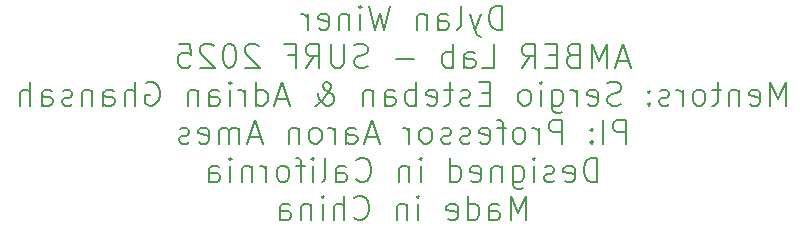
<source format=gbo>
G04 #@! TF.GenerationSoftware,KiCad,Pcbnew,9.0.2*
G04 #@! TF.CreationDate,2025-07-17T17:13:56-07:00*
G04 #@! TF.ProjectId,fsrPrototype2,66737250-726f-4746-9f74-797065322e6b,rev?*
G04 #@! TF.SameCoordinates,Original*
G04 #@! TF.FileFunction,Legend,Bot*
G04 #@! TF.FilePolarity,Positive*
%FSLAX46Y46*%
G04 Gerber Fmt 4.6, Leading zero omitted, Abs format (unit mm)*
G04 Created by KiCad (PCBNEW 9.0.2) date 2025-07-17 17:13:56*
%MOMM*%
%LPD*%
G01*
G04 APERTURE LIST*
%ADD10C,0.160000*%
G04 APERTURE END LIST*
D10*
X157530952Y-120997478D02*
X157530952Y-118997478D01*
X157530952Y-118997478D02*
X157054762Y-118997478D01*
X157054762Y-118997478D02*
X156769047Y-119092716D01*
X156769047Y-119092716D02*
X156578571Y-119283192D01*
X156578571Y-119283192D02*
X156483333Y-119473668D01*
X156483333Y-119473668D02*
X156388095Y-119854620D01*
X156388095Y-119854620D02*
X156388095Y-120140335D01*
X156388095Y-120140335D02*
X156483333Y-120521287D01*
X156483333Y-120521287D02*
X156578571Y-120711763D01*
X156578571Y-120711763D02*
X156769047Y-120902240D01*
X156769047Y-120902240D02*
X157054762Y-120997478D01*
X157054762Y-120997478D02*
X157530952Y-120997478D01*
X155721428Y-119664144D02*
X155245238Y-120997478D01*
X154769047Y-119664144D02*
X155245238Y-120997478D01*
X155245238Y-120997478D02*
X155435714Y-121473668D01*
X155435714Y-121473668D02*
X155530952Y-121568906D01*
X155530952Y-121568906D02*
X155721428Y-121664144D01*
X153721428Y-120997478D02*
X153911904Y-120902240D01*
X153911904Y-120902240D02*
X154007142Y-120711763D01*
X154007142Y-120711763D02*
X154007142Y-118997478D01*
X152102380Y-120997478D02*
X152102380Y-119949859D01*
X152102380Y-119949859D02*
X152197618Y-119759382D01*
X152197618Y-119759382D02*
X152388094Y-119664144D01*
X152388094Y-119664144D02*
X152769047Y-119664144D01*
X152769047Y-119664144D02*
X152959523Y-119759382D01*
X152102380Y-120902240D02*
X152292856Y-120997478D01*
X152292856Y-120997478D02*
X152769047Y-120997478D01*
X152769047Y-120997478D02*
X152959523Y-120902240D01*
X152959523Y-120902240D02*
X153054761Y-120711763D01*
X153054761Y-120711763D02*
X153054761Y-120521287D01*
X153054761Y-120521287D02*
X152959523Y-120330811D01*
X152959523Y-120330811D02*
X152769047Y-120235573D01*
X152769047Y-120235573D02*
X152292856Y-120235573D01*
X152292856Y-120235573D02*
X152102380Y-120140335D01*
X151149999Y-119664144D02*
X151149999Y-120997478D01*
X151149999Y-119854620D02*
X151054761Y-119759382D01*
X151054761Y-119759382D02*
X150864285Y-119664144D01*
X150864285Y-119664144D02*
X150578570Y-119664144D01*
X150578570Y-119664144D02*
X150388094Y-119759382D01*
X150388094Y-119759382D02*
X150292856Y-119949859D01*
X150292856Y-119949859D02*
X150292856Y-120997478D01*
X148007141Y-118997478D02*
X147530951Y-120997478D01*
X147530951Y-120997478D02*
X147149998Y-119568906D01*
X147149998Y-119568906D02*
X146769046Y-120997478D01*
X146769046Y-120997478D02*
X146292856Y-118997478D01*
X145530951Y-120997478D02*
X145530951Y-119664144D01*
X145530951Y-118997478D02*
X145626189Y-119092716D01*
X145626189Y-119092716D02*
X145530951Y-119187954D01*
X145530951Y-119187954D02*
X145435713Y-119092716D01*
X145435713Y-119092716D02*
X145530951Y-118997478D01*
X145530951Y-118997478D02*
X145530951Y-119187954D01*
X144578570Y-119664144D02*
X144578570Y-120997478D01*
X144578570Y-119854620D02*
X144483332Y-119759382D01*
X144483332Y-119759382D02*
X144292856Y-119664144D01*
X144292856Y-119664144D02*
X144007141Y-119664144D01*
X144007141Y-119664144D02*
X143816665Y-119759382D01*
X143816665Y-119759382D02*
X143721427Y-119949859D01*
X143721427Y-119949859D02*
X143721427Y-120997478D01*
X142007141Y-120902240D02*
X142197617Y-120997478D01*
X142197617Y-120997478D02*
X142578570Y-120997478D01*
X142578570Y-120997478D02*
X142769046Y-120902240D01*
X142769046Y-120902240D02*
X142864284Y-120711763D01*
X142864284Y-120711763D02*
X142864284Y-119949859D01*
X142864284Y-119949859D02*
X142769046Y-119759382D01*
X142769046Y-119759382D02*
X142578570Y-119664144D01*
X142578570Y-119664144D02*
X142197617Y-119664144D01*
X142197617Y-119664144D02*
X142007141Y-119759382D01*
X142007141Y-119759382D02*
X141911903Y-119949859D01*
X141911903Y-119949859D02*
X141911903Y-120140335D01*
X141911903Y-120140335D02*
X142864284Y-120330811D01*
X141054760Y-120997478D02*
X141054760Y-119664144D01*
X141054760Y-120045097D02*
X140959522Y-119854620D01*
X140959522Y-119854620D02*
X140864284Y-119759382D01*
X140864284Y-119759382D02*
X140673808Y-119664144D01*
X140673808Y-119664144D02*
X140483331Y-119664144D01*
X168245239Y-123645937D02*
X167292858Y-123645937D01*
X168435715Y-124217366D02*
X167769049Y-122217366D01*
X167769049Y-122217366D02*
X167102382Y-124217366D01*
X166435715Y-124217366D02*
X166435715Y-122217366D01*
X166435715Y-122217366D02*
X165769048Y-123645937D01*
X165769048Y-123645937D02*
X165102382Y-122217366D01*
X165102382Y-122217366D02*
X165102382Y-124217366D01*
X163483334Y-123169747D02*
X163197620Y-123264985D01*
X163197620Y-123264985D02*
X163102382Y-123360223D01*
X163102382Y-123360223D02*
X163007144Y-123550699D01*
X163007144Y-123550699D02*
X163007144Y-123836413D01*
X163007144Y-123836413D02*
X163102382Y-124026889D01*
X163102382Y-124026889D02*
X163197620Y-124122128D01*
X163197620Y-124122128D02*
X163388096Y-124217366D01*
X163388096Y-124217366D02*
X164150001Y-124217366D01*
X164150001Y-124217366D02*
X164150001Y-122217366D01*
X164150001Y-122217366D02*
X163483334Y-122217366D01*
X163483334Y-122217366D02*
X163292858Y-122312604D01*
X163292858Y-122312604D02*
X163197620Y-122407842D01*
X163197620Y-122407842D02*
X163102382Y-122598318D01*
X163102382Y-122598318D02*
X163102382Y-122788794D01*
X163102382Y-122788794D02*
X163197620Y-122979270D01*
X163197620Y-122979270D02*
X163292858Y-123074508D01*
X163292858Y-123074508D02*
X163483334Y-123169747D01*
X163483334Y-123169747D02*
X164150001Y-123169747D01*
X162150001Y-123169747D02*
X161483334Y-123169747D01*
X161197620Y-124217366D02*
X162150001Y-124217366D01*
X162150001Y-124217366D02*
X162150001Y-122217366D01*
X162150001Y-122217366D02*
X161197620Y-122217366D01*
X159197620Y-124217366D02*
X159864287Y-123264985D01*
X160340477Y-124217366D02*
X160340477Y-122217366D01*
X160340477Y-122217366D02*
X159578572Y-122217366D01*
X159578572Y-122217366D02*
X159388096Y-122312604D01*
X159388096Y-122312604D02*
X159292858Y-122407842D01*
X159292858Y-122407842D02*
X159197620Y-122598318D01*
X159197620Y-122598318D02*
X159197620Y-122884032D01*
X159197620Y-122884032D02*
X159292858Y-123074508D01*
X159292858Y-123074508D02*
X159388096Y-123169747D01*
X159388096Y-123169747D02*
X159578572Y-123264985D01*
X159578572Y-123264985D02*
X160340477Y-123264985D01*
X155864286Y-124217366D02*
X156816667Y-124217366D01*
X156816667Y-124217366D02*
X156816667Y-122217366D01*
X154340476Y-124217366D02*
X154340476Y-123169747D01*
X154340476Y-123169747D02*
X154435714Y-122979270D01*
X154435714Y-122979270D02*
X154626190Y-122884032D01*
X154626190Y-122884032D02*
X155007143Y-122884032D01*
X155007143Y-122884032D02*
X155197619Y-122979270D01*
X154340476Y-124122128D02*
X154530952Y-124217366D01*
X154530952Y-124217366D02*
X155007143Y-124217366D01*
X155007143Y-124217366D02*
X155197619Y-124122128D01*
X155197619Y-124122128D02*
X155292857Y-123931651D01*
X155292857Y-123931651D02*
X155292857Y-123741175D01*
X155292857Y-123741175D02*
X155197619Y-123550699D01*
X155197619Y-123550699D02*
X155007143Y-123455461D01*
X155007143Y-123455461D02*
X154530952Y-123455461D01*
X154530952Y-123455461D02*
X154340476Y-123360223D01*
X153388095Y-124217366D02*
X153388095Y-122217366D01*
X153388095Y-122979270D02*
X153197619Y-122884032D01*
X153197619Y-122884032D02*
X152816666Y-122884032D01*
X152816666Y-122884032D02*
X152626190Y-122979270D01*
X152626190Y-122979270D02*
X152530952Y-123074508D01*
X152530952Y-123074508D02*
X152435714Y-123264985D01*
X152435714Y-123264985D02*
X152435714Y-123836413D01*
X152435714Y-123836413D02*
X152530952Y-124026889D01*
X152530952Y-124026889D02*
X152626190Y-124122128D01*
X152626190Y-124122128D02*
X152816666Y-124217366D01*
X152816666Y-124217366D02*
X153197619Y-124217366D01*
X153197619Y-124217366D02*
X153388095Y-124122128D01*
X150054761Y-123455461D02*
X148530952Y-123455461D01*
X146149999Y-124122128D02*
X145864285Y-124217366D01*
X145864285Y-124217366D02*
X145388094Y-124217366D01*
X145388094Y-124217366D02*
X145197618Y-124122128D01*
X145197618Y-124122128D02*
X145102380Y-124026889D01*
X145102380Y-124026889D02*
X145007142Y-123836413D01*
X145007142Y-123836413D02*
X145007142Y-123645937D01*
X145007142Y-123645937D02*
X145102380Y-123455461D01*
X145102380Y-123455461D02*
X145197618Y-123360223D01*
X145197618Y-123360223D02*
X145388094Y-123264985D01*
X145388094Y-123264985D02*
X145769047Y-123169747D01*
X145769047Y-123169747D02*
X145959523Y-123074508D01*
X145959523Y-123074508D02*
X146054761Y-122979270D01*
X146054761Y-122979270D02*
X146149999Y-122788794D01*
X146149999Y-122788794D02*
X146149999Y-122598318D01*
X146149999Y-122598318D02*
X146054761Y-122407842D01*
X146054761Y-122407842D02*
X145959523Y-122312604D01*
X145959523Y-122312604D02*
X145769047Y-122217366D01*
X145769047Y-122217366D02*
X145292856Y-122217366D01*
X145292856Y-122217366D02*
X145007142Y-122312604D01*
X144149999Y-122217366D02*
X144149999Y-123836413D01*
X144149999Y-123836413D02*
X144054761Y-124026889D01*
X144054761Y-124026889D02*
X143959523Y-124122128D01*
X143959523Y-124122128D02*
X143769047Y-124217366D01*
X143769047Y-124217366D02*
X143388094Y-124217366D01*
X143388094Y-124217366D02*
X143197618Y-124122128D01*
X143197618Y-124122128D02*
X143102380Y-124026889D01*
X143102380Y-124026889D02*
X143007142Y-123836413D01*
X143007142Y-123836413D02*
X143007142Y-122217366D01*
X140911904Y-124217366D02*
X141578571Y-123264985D01*
X142054761Y-124217366D02*
X142054761Y-122217366D01*
X142054761Y-122217366D02*
X141292856Y-122217366D01*
X141292856Y-122217366D02*
X141102380Y-122312604D01*
X141102380Y-122312604D02*
X141007142Y-122407842D01*
X141007142Y-122407842D02*
X140911904Y-122598318D01*
X140911904Y-122598318D02*
X140911904Y-122884032D01*
X140911904Y-122884032D02*
X141007142Y-123074508D01*
X141007142Y-123074508D02*
X141102380Y-123169747D01*
X141102380Y-123169747D02*
X141292856Y-123264985D01*
X141292856Y-123264985D02*
X142054761Y-123264985D01*
X139388094Y-123169747D02*
X140054761Y-123169747D01*
X140054761Y-124217366D02*
X140054761Y-122217366D01*
X140054761Y-122217366D02*
X139102380Y-122217366D01*
X136911903Y-122407842D02*
X136816665Y-122312604D01*
X136816665Y-122312604D02*
X136626189Y-122217366D01*
X136626189Y-122217366D02*
X136149998Y-122217366D01*
X136149998Y-122217366D02*
X135959522Y-122312604D01*
X135959522Y-122312604D02*
X135864284Y-122407842D01*
X135864284Y-122407842D02*
X135769046Y-122598318D01*
X135769046Y-122598318D02*
X135769046Y-122788794D01*
X135769046Y-122788794D02*
X135864284Y-123074508D01*
X135864284Y-123074508D02*
X137007141Y-124217366D01*
X137007141Y-124217366D02*
X135769046Y-124217366D01*
X134530951Y-122217366D02*
X134340474Y-122217366D01*
X134340474Y-122217366D02*
X134149998Y-122312604D01*
X134149998Y-122312604D02*
X134054760Y-122407842D01*
X134054760Y-122407842D02*
X133959522Y-122598318D01*
X133959522Y-122598318D02*
X133864284Y-122979270D01*
X133864284Y-122979270D02*
X133864284Y-123455461D01*
X133864284Y-123455461D02*
X133959522Y-123836413D01*
X133959522Y-123836413D02*
X134054760Y-124026889D01*
X134054760Y-124026889D02*
X134149998Y-124122128D01*
X134149998Y-124122128D02*
X134340474Y-124217366D01*
X134340474Y-124217366D02*
X134530951Y-124217366D01*
X134530951Y-124217366D02*
X134721427Y-124122128D01*
X134721427Y-124122128D02*
X134816665Y-124026889D01*
X134816665Y-124026889D02*
X134911903Y-123836413D01*
X134911903Y-123836413D02*
X135007141Y-123455461D01*
X135007141Y-123455461D02*
X135007141Y-122979270D01*
X135007141Y-122979270D02*
X134911903Y-122598318D01*
X134911903Y-122598318D02*
X134816665Y-122407842D01*
X134816665Y-122407842D02*
X134721427Y-122312604D01*
X134721427Y-122312604D02*
X134530951Y-122217366D01*
X133102379Y-122407842D02*
X133007141Y-122312604D01*
X133007141Y-122312604D02*
X132816665Y-122217366D01*
X132816665Y-122217366D02*
X132340474Y-122217366D01*
X132340474Y-122217366D02*
X132149998Y-122312604D01*
X132149998Y-122312604D02*
X132054760Y-122407842D01*
X132054760Y-122407842D02*
X131959522Y-122598318D01*
X131959522Y-122598318D02*
X131959522Y-122788794D01*
X131959522Y-122788794D02*
X132054760Y-123074508D01*
X132054760Y-123074508D02*
X133197617Y-124217366D01*
X133197617Y-124217366D02*
X131959522Y-124217366D01*
X130149998Y-122217366D02*
X131102379Y-122217366D01*
X131102379Y-122217366D02*
X131197617Y-123169747D01*
X131197617Y-123169747D02*
X131102379Y-123074508D01*
X131102379Y-123074508D02*
X130911903Y-122979270D01*
X130911903Y-122979270D02*
X130435712Y-122979270D01*
X130435712Y-122979270D02*
X130245236Y-123074508D01*
X130245236Y-123074508D02*
X130149998Y-123169747D01*
X130149998Y-123169747D02*
X130054760Y-123360223D01*
X130054760Y-123360223D02*
X130054760Y-123836413D01*
X130054760Y-123836413D02*
X130149998Y-124026889D01*
X130149998Y-124026889D02*
X130245236Y-124122128D01*
X130245236Y-124122128D02*
X130435712Y-124217366D01*
X130435712Y-124217366D02*
X130911903Y-124217366D01*
X130911903Y-124217366D02*
X131102379Y-124122128D01*
X131102379Y-124122128D02*
X131197617Y-124026889D01*
X181578574Y-127437254D02*
X181578574Y-125437254D01*
X181578574Y-125437254D02*
X180911907Y-126865825D01*
X180911907Y-126865825D02*
X180245241Y-125437254D01*
X180245241Y-125437254D02*
X180245241Y-127437254D01*
X178530955Y-127342016D02*
X178721431Y-127437254D01*
X178721431Y-127437254D02*
X179102384Y-127437254D01*
X179102384Y-127437254D02*
X179292860Y-127342016D01*
X179292860Y-127342016D02*
X179388098Y-127151539D01*
X179388098Y-127151539D02*
X179388098Y-126389635D01*
X179388098Y-126389635D02*
X179292860Y-126199158D01*
X179292860Y-126199158D02*
X179102384Y-126103920D01*
X179102384Y-126103920D02*
X178721431Y-126103920D01*
X178721431Y-126103920D02*
X178530955Y-126199158D01*
X178530955Y-126199158D02*
X178435717Y-126389635D01*
X178435717Y-126389635D02*
X178435717Y-126580111D01*
X178435717Y-126580111D02*
X179388098Y-126770587D01*
X177578574Y-126103920D02*
X177578574Y-127437254D01*
X177578574Y-126294396D02*
X177483336Y-126199158D01*
X177483336Y-126199158D02*
X177292860Y-126103920D01*
X177292860Y-126103920D02*
X177007145Y-126103920D01*
X177007145Y-126103920D02*
X176816669Y-126199158D01*
X176816669Y-126199158D02*
X176721431Y-126389635D01*
X176721431Y-126389635D02*
X176721431Y-127437254D01*
X176054764Y-126103920D02*
X175292860Y-126103920D01*
X175769050Y-125437254D02*
X175769050Y-127151539D01*
X175769050Y-127151539D02*
X175673812Y-127342016D01*
X175673812Y-127342016D02*
X175483336Y-127437254D01*
X175483336Y-127437254D02*
X175292860Y-127437254D01*
X174340479Y-127437254D02*
X174530955Y-127342016D01*
X174530955Y-127342016D02*
X174626193Y-127246777D01*
X174626193Y-127246777D02*
X174721431Y-127056301D01*
X174721431Y-127056301D02*
X174721431Y-126484873D01*
X174721431Y-126484873D02*
X174626193Y-126294396D01*
X174626193Y-126294396D02*
X174530955Y-126199158D01*
X174530955Y-126199158D02*
X174340479Y-126103920D01*
X174340479Y-126103920D02*
X174054764Y-126103920D01*
X174054764Y-126103920D02*
X173864288Y-126199158D01*
X173864288Y-126199158D02*
X173769050Y-126294396D01*
X173769050Y-126294396D02*
X173673812Y-126484873D01*
X173673812Y-126484873D02*
X173673812Y-127056301D01*
X173673812Y-127056301D02*
X173769050Y-127246777D01*
X173769050Y-127246777D02*
X173864288Y-127342016D01*
X173864288Y-127342016D02*
X174054764Y-127437254D01*
X174054764Y-127437254D02*
X174340479Y-127437254D01*
X172816669Y-127437254D02*
X172816669Y-126103920D01*
X172816669Y-126484873D02*
X172721431Y-126294396D01*
X172721431Y-126294396D02*
X172626193Y-126199158D01*
X172626193Y-126199158D02*
X172435717Y-126103920D01*
X172435717Y-126103920D02*
X172245240Y-126103920D01*
X171673812Y-127342016D02*
X171483336Y-127437254D01*
X171483336Y-127437254D02*
X171102384Y-127437254D01*
X171102384Y-127437254D02*
X170911907Y-127342016D01*
X170911907Y-127342016D02*
X170816669Y-127151539D01*
X170816669Y-127151539D02*
X170816669Y-127056301D01*
X170816669Y-127056301D02*
X170911907Y-126865825D01*
X170911907Y-126865825D02*
X171102384Y-126770587D01*
X171102384Y-126770587D02*
X171388098Y-126770587D01*
X171388098Y-126770587D02*
X171578574Y-126675349D01*
X171578574Y-126675349D02*
X171673812Y-126484873D01*
X171673812Y-126484873D02*
X171673812Y-126389635D01*
X171673812Y-126389635D02*
X171578574Y-126199158D01*
X171578574Y-126199158D02*
X171388098Y-126103920D01*
X171388098Y-126103920D02*
X171102384Y-126103920D01*
X171102384Y-126103920D02*
X170911907Y-126199158D01*
X169959526Y-127246777D02*
X169864288Y-127342016D01*
X169864288Y-127342016D02*
X169959526Y-127437254D01*
X169959526Y-127437254D02*
X170054764Y-127342016D01*
X170054764Y-127342016D02*
X169959526Y-127246777D01*
X169959526Y-127246777D02*
X169959526Y-127437254D01*
X169959526Y-126199158D02*
X169864288Y-126294396D01*
X169864288Y-126294396D02*
X169959526Y-126389635D01*
X169959526Y-126389635D02*
X170054764Y-126294396D01*
X170054764Y-126294396D02*
X169959526Y-126199158D01*
X169959526Y-126199158D02*
X169959526Y-126389635D01*
X167578573Y-127342016D02*
X167292859Y-127437254D01*
X167292859Y-127437254D02*
X166816668Y-127437254D01*
X166816668Y-127437254D02*
X166626192Y-127342016D01*
X166626192Y-127342016D02*
X166530954Y-127246777D01*
X166530954Y-127246777D02*
X166435716Y-127056301D01*
X166435716Y-127056301D02*
X166435716Y-126865825D01*
X166435716Y-126865825D02*
X166530954Y-126675349D01*
X166530954Y-126675349D02*
X166626192Y-126580111D01*
X166626192Y-126580111D02*
X166816668Y-126484873D01*
X166816668Y-126484873D02*
X167197621Y-126389635D01*
X167197621Y-126389635D02*
X167388097Y-126294396D01*
X167388097Y-126294396D02*
X167483335Y-126199158D01*
X167483335Y-126199158D02*
X167578573Y-126008682D01*
X167578573Y-126008682D02*
X167578573Y-125818206D01*
X167578573Y-125818206D02*
X167483335Y-125627730D01*
X167483335Y-125627730D02*
X167388097Y-125532492D01*
X167388097Y-125532492D02*
X167197621Y-125437254D01*
X167197621Y-125437254D02*
X166721430Y-125437254D01*
X166721430Y-125437254D02*
X166435716Y-125532492D01*
X164816668Y-127342016D02*
X165007144Y-127437254D01*
X165007144Y-127437254D02*
X165388097Y-127437254D01*
X165388097Y-127437254D02*
X165578573Y-127342016D01*
X165578573Y-127342016D02*
X165673811Y-127151539D01*
X165673811Y-127151539D02*
X165673811Y-126389635D01*
X165673811Y-126389635D02*
X165578573Y-126199158D01*
X165578573Y-126199158D02*
X165388097Y-126103920D01*
X165388097Y-126103920D02*
X165007144Y-126103920D01*
X165007144Y-126103920D02*
X164816668Y-126199158D01*
X164816668Y-126199158D02*
X164721430Y-126389635D01*
X164721430Y-126389635D02*
X164721430Y-126580111D01*
X164721430Y-126580111D02*
X165673811Y-126770587D01*
X163864287Y-127437254D02*
X163864287Y-126103920D01*
X163864287Y-126484873D02*
X163769049Y-126294396D01*
X163769049Y-126294396D02*
X163673811Y-126199158D01*
X163673811Y-126199158D02*
X163483335Y-126103920D01*
X163483335Y-126103920D02*
X163292858Y-126103920D01*
X161769049Y-126103920D02*
X161769049Y-127722968D01*
X161769049Y-127722968D02*
X161864287Y-127913444D01*
X161864287Y-127913444D02*
X161959525Y-128008682D01*
X161959525Y-128008682D02*
X162150002Y-128103920D01*
X162150002Y-128103920D02*
X162435716Y-128103920D01*
X162435716Y-128103920D02*
X162626192Y-128008682D01*
X161769049Y-127342016D02*
X161959525Y-127437254D01*
X161959525Y-127437254D02*
X162340478Y-127437254D01*
X162340478Y-127437254D02*
X162530954Y-127342016D01*
X162530954Y-127342016D02*
X162626192Y-127246777D01*
X162626192Y-127246777D02*
X162721430Y-127056301D01*
X162721430Y-127056301D02*
X162721430Y-126484873D01*
X162721430Y-126484873D02*
X162626192Y-126294396D01*
X162626192Y-126294396D02*
X162530954Y-126199158D01*
X162530954Y-126199158D02*
X162340478Y-126103920D01*
X162340478Y-126103920D02*
X161959525Y-126103920D01*
X161959525Y-126103920D02*
X161769049Y-126199158D01*
X160816668Y-127437254D02*
X160816668Y-126103920D01*
X160816668Y-125437254D02*
X160911906Y-125532492D01*
X160911906Y-125532492D02*
X160816668Y-125627730D01*
X160816668Y-125627730D02*
X160721430Y-125532492D01*
X160721430Y-125532492D02*
X160816668Y-125437254D01*
X160816668Y-125437254D02*
X160816668Y-125627730D01*
X159578573Y-127437254D02*
X159769049Y-127342016D01*
X159769049Y-127342016D02*
X159864287Y-127246777D01*
X159864287Y-127246777D02*
X159959525Y-127056301D01*
X159959525Y-127056301D02*
X159959525Y-126484873D01*
X159959525Y-126484873D02*
X159864287Y-126294396D01*
X159864287Y-126294396D02*
X159769049Y-126199158D01*
X159769049Y-126199158D02*
X159578573Y-126103920D01*
X159578573Y-126103920D02*
X159292858Y-126103920D01*
X159292858Y-126103920D02*
X159102382Y-126199158D01*
X159102382Y-126199158D02*
X159007144Y-126294396D01*
X159007144Y-126294396D02*
X158911906Y-126484873D01*
X158911906Y-126484873D02*
X158911906Y-127056301D01*
X158911906Y-127056301D02*
X159007144Y-127246777D01*
X159007144Y-127246777D02*
X159102382Y-127342016D01*
X159102382Y-127342016D02*
X159292858Y-127437254D01*
X159292858Y-127437254D02*
X159578573Y-127437254D01*
X156530953Y-126389635D02*
X155864286Y-126389635D01*
X155578572Y-127437254D02*
X156530953Y-127437254D01*
X156530953Y-127437254D02*
X156530953Y-125437254D01*
X156530953Y-125437254D02*
X155578572Y-125437254D01*
X154816667Y-127342016D02*
X154626191Y-127437254D01*
X154626191Y-127437254D02*
X154245239Y-127437254D01*
X154245239Y-127437254D02*
X154054762Y-127342016D01*
X154054762Y-127342016D02*
X153959524Y-127151539D01*
X153959524Y-127151539D02*
X153959524Y-127056301D01*
X153959524Y-127056301D02*
X154054762Y-126865825D01*
X154054762Y-126865825D02*
X154245239Y-126770587D01*
X154245239Y-126770587D02*
X154530953Y-126770587D01*
X154530953Y-126770587D02*
X154721429Y-126675349D01*
X154721429Y-126675349D02*
X154816667Y-126484873D01*
X154816667Y-126484873D02*
X154816667Y-126389635D01*
X154816667Y-126389635D02*
X154721429Y-126199158D01*
X154721429Y-126199158D02*
X154530953Y-126103920D01*
X154530953Y-126103920D02*
X154245239Y-126103920D01*
X154245239Y-126103920D02*
X154054762Y-126199158D01*
X153388095Y-126103920D02*
X152626191Y-126103920D01*
X153102381Y-125437254D02*
X153102381Y-127151539D01*
X153102381Y-127151539D02*
X153007143Y-127342016D01*
X153007143Y-127342016D02*
X152816667Y-127437254D01*
X152816667Y-127437254D02*
X152626191Y-127437254D01*
X151197619Y-127342016D02*
X151388095Y-127437254D01*
X151388095Y-127437254D02*
X151769048Y-127437254D01*
X151769048Y-127437254D02*
X151959524Y-127342016D01*
X151959524Y-127342016D02*
X152054762Y-127151539D01*
X152054762Y-127151539D02*
X152054762Y-126389635D01*
X152054762Y-126389635D02*
X151959524Y-126199158D01*
X151959524Y-126199158D02*
X151769048Y-126103920D01*
X151769048Y-126103920D02*
X151388095Y-126103920D01*
X151388095Y-126103920D02*
X151197619Y-126199158D01*
X151197619Y-126199158D02*
X151102381Y-126389635D01*
X151102381Y-126389635D02*
X151102381Y-126580111D01*
X151102381Y-126580111D02*
X152054762Y-126770587D01*
X150245238Y-127437254D02*
X150245238Y-125437254D01*
X150245238Y-126199158D02*
X150054762Y-126103920D01*
X150054762Y-126103920D02*
X149673809Y-126103920D01*
X149673809Y-126103920D02*
X149483333Y-126199158D01*
X149483333Y-126199158D02*
X149388095Y-126294396D01*
X149388095Y-126294396D02*
X149292857Y-126484873D01*
X149292857Y-126484873D02*
X149292857Y-127056301D01*
X149292857Y-127056301D02*
X149388095Y-127246777D01*
X149388095Y-127246777D02*
X149483333Y-127342016D01*
X149483333Y-127342016D02*
X149673809Y-127437254D01*
X149673809Y-127437254D02*
X150054762Y-127437254D01*
X150054762Y-127437254D02*
X150245238Y-127342016D01*
X147578571Y-127437254D02*
X147578571Y-126389635D01*
X147578571Y-126389635D02*
X147673809Y-126199158D01*
X147673809Y-126199158D02*
X147864285Y-126103920D01*
X147864285Y-126103920D02*
X148245238Y-126103920D01*
X148245238Y-126103920D02*
X148435714Y-126199158D01*
X147578571Y-127342016D02*
X147769047Y-127437254D01*
X147769047Y-127437254D02*
X148245238Y-127437254D01*
X148245238Y-127437254D02*
X148435714Y-127342016D01*
X148435714Y-127342016D02*
X148530952Y-127151539D01*
X148530952Y-127151539D02*
X148530952Y-126961063D01*
X148530952Y-126961063D02*
X148435714Y-126770587D01*
X148435714Y-126770587D02*
X148245238Y-126675349D01*
X148245238Y-126675349D02*
X147769047Y-126675349D01*
X147769047Y-126675349D02*
X147578571Y-126580111D01*
X146626190Y-126103920D02*
X146626190Y-127437254D01*
X146626190Y-126294396D02*
X146530952Y-126199158D01*
X146530952Y-126199158D02*
X146340476Y-126103920D01*
X146340476Y-126103920D02*
X146054761Y-126103920D01*
X146054761Y-126103920D02*
X145864285Y-126199158D01*
X145864285Y-126199158D02*
X145769047Y-126389635D01*
X145769047Y-126389635D02*
X145769047Y-127437254D01*
X141673808Y-127437254D02*
X141769047Y-127437254D01*
X141769047Y-127437254D02*
X141959523Y-127342016D01*
X141959523Y-127342016D02*
X142245237Y-127056301D01*
X142245237Y-127056301D02*
X142721427Y-126484873D01*
X142721427Y-126484873D02*
X142911904Y-126199158D01*
X142911904Y-126199158D02*
X143007142Y-125913444D01*
X143007142Y-125913444D02*
X143007142Y-125722968D01*
X143007142Y-125722968D02*
X142911904Y-125532492D01*
X142911904Y-125532492D02*
X142721427Y-125437254D01*
X142721427Y-125437254D02*
X142626189Y-125437254D01*
X142626189Y-125437254D02*
X142435713Y-125532492D01*
X142435713Y-125532492D02*
X142340475Y-125722968D01*
X142340475Y-125722968D02*
X142340475Y-125818206D01*
X142340475Y-125818206D02*
X142435713Y-126008682D01*
X142435713Y-126008682D02*
X142530951Y-126103920D01*
X142530951Y-126103920D02*
X143102380Y-126484873D01*
X143102380Y-126484873D02*
X143197618Y-126580111D01*
X143197618Y-126580111D02*
X143292856Y-126770587D01*
X143292856Y-126770587D02*
X143292856Y-127056301D01*
X143292856Y-127056301D02*
X143197618Y-127246777D01*
X143197618Y-127246777D02*
X143102380Y-127342016D01*
X143102380Y-127342016D02*
X142911904Y-127437254D01*
X142911904Y-127437254D02*
X142626189Y-127437254D01*
X142626189Y-127437254D02*
X142435713Y-127342016D01*
X142435713Y-127342016D02*
X142340475Y-127246777D01*
X142340475Y-127246777D02*
X142054761Y-126865825D01*
X142054761Y-126865825D02*
X141959523Y-126580111D01*
X141959523Y-126580111D02*
X141959523Y-126389635D01*
X139388094Y-126865825D02*
X138435713Y-126865825D01*
X139578570Y-127437254D02*
X138911904Y-125437254D01*
X138911904Y-125437254D02*
X138245237Y-127437254D01*
X136721427Y-127437254D02*
X136721427Y-125437254D01*
X136721427Y-127342016D02*
X136911903Y-127437254D01*
X136911903Y-127437254D02*
X137292856Y-127437254D01*
X137292856Y-127437254D02*
X137483332Y-127342016D01*
X137483332Y-127342016D02*
X137578570Y-127246777D01*
X137578570Y-127246777D02*
X137673808Y-127056301D01*
X137673808Y-127056301D02*
X137673808Y-126484873D01*
X137673808Y-126484873D02*
X137578570Y-126294396D01*
X137578570Y-126294396D02*
X137483332Y-126199158D01*
X137483332Y-126199158D02*
X137292856Y-126103920D01*
X137292856Y-126103920D02*
X136911903Y-126103920D01*
X136911903Y-126103920D02*
X136721427Y-126199158D01*
X135769046Y-127437254D02*
X135769046Y-126103920D01*
X135769046Y-126484873D02*
X135673808Y-126294396D01*
X135673808Y-126294396D02*
X135578570Y-126199158D01*
X135578570Y-126199158D02*
X135388094Y-126103920D01*
X135388094Y-126103920D02*
X135197617Y-126103920D01*
X134530951Y-127437254D02*
X134530951Y-126103920D01*
X134530951Y-125437254D02*
X134626189Y-125532492D01*
X134626189Y-125532492D02*
X134530951Y-125627730D01*
X134530951Y-125627730D02*
X134435713Y-125532492D01*
X134435713Y-125532492D02*
X134530951Y-125437254D01*
X134530951Y-125437254D02*
X134530951Y-125627730D01*
X132721427Y-127437254D02*
X132721427Y-126389635D01*
X132721427Y-126389635D02*
X132816665Y-126199158D01*
X132816665Y-126199158D02*
X133007141Y-126103920D01*
X133007141Y-126103920D02*
X133388094Y-126103920D01*
X133388094Y-126103920D02*
X133578570Y-126199158D01*
X132721427Y-127342016D02*
X132911903Y-127437254D01*
X132911903Y-127437254D02*
X133388094Y-127437254D01*
X133388094Y-127437254D02*
X133578570Y-127342016D01*
X133578570Y-127342016D02*
X133673808Y-127151539D01*
X133673808Y-127151539D02*
X133673808Y-126961063D01*
X133673808Y-126961063D02*
X133578570Y-126770587D01*
X133578570Y-126770587D02*
X133388094Y-126675349D01*
X133388094Y-126675349D02*
X132911903Y-126675349D01*
X132911903Y-126675349D02*
X132721427Y-126580111D01*
X131769046Y-126103920D02*
X131769046Y-127437254D01*
X131769046Y-126294396D02*
X131673808Y-126199158D01*
X131673808Y-126199158D02*
X131483332Y-126103920D01*
X131483332Y-126103920D02*
X131197617Y-126103920D01*
X131197617Y-126103920D02*
X131007141Y-126199158D01*
X131007141Y-126199158D02*
X130911903Y-126389635D01*
X130911903Y-126389635D02*
X130911903Y-127437254D01*
X127388093Y-125532492D02*
X127578569Y-125437254D01*
X127578569Y-125437254D02*
X127864283Y-125437254D01*
X127864283Y-125437254D02*
X128149998Y-125532492D01*
X128149998Y-125532492D02*
X128340474Y-125722968D01*
X128340474Y-125722968D02*
X128435712Y-125913444D01*
X128435712Y-125913444D02*
X128530950Y-126294396D01*
X128530950Y-126294396D02*
X128530950Y-126580111D01*
X128530950Y-126580111D02*
X128435712Y-126961063D01*
X128435712Y-126961063D02*
X128340474Y-127151539D01*
X128340474Y-127151539D02*
X128149998Y-127342016D01*
X128149998Y-127342016D02*
X127864283Y-127437254D01*
X127864283Y-127437254D02*
X127673807Y-127437254D01*
X127673807Y-127437254D02*
X127388093Y-127342016D01*
X127388093Y-127342016D02*
X127292855Y-127246777D01*
X127292855Y-127246777D02*
X127292855Y-126580111D01*
X127292855Y-126580111D02*
X127673807Y-126580111D01*
X126435712Y-127437254D02*
X126435712Y-125437254D01*
X125578569Y-127437254D02*
X125578569Y-126389635D01*
X125578569Y-126389635D02*
X125673807Y-126199158D01*
X125673807Y-126199158D02*
X125864283Y-126103920D01*
X125864283Y-126103920D02*
X126149998Y-126103920D01*
X126149998Y-126103920D02*
X126340474Y-126199158D01*
X126340474Y-126199158D02*
X126435712Y-126294396D01*
X123769045Y-127437254D02*
X123769045Y-126389635D01*
X123769045Y-126389635D02*
X123864283Y-126199158D01*
X123864283Y-126199158D02*
X124054759Y-126103920D01*
X124054759Y-126103920D02*
X124435712Y-126103920D01*
X124435712Y-126103920D02*
X124626188Y-126199158D01*
X123769045Y-127342016D02*
X123959521Y-127437254D01*
X123959521Y-127437254D02*
X124435712Y-127437254D01*
X124435712Y-127437254D02*
X124626188Y-127342016D01*
X124626188Y-127342016D02*
X124721426Y-127151539D01*
X124721426Y-127151539D02*
X124721426Y-126961063D01*
X124721426Y-126961063D02*
X124626188Y-126770587D01*
X124626188Y-126770587D02*
X124435712Y-126675349D01*
X124435712Y-126675349D02*
X123959521Y-126675349D01*
X123959521Y-126675349D02*
X123769045Y-126580111D01*
X122816664Y-126103920D02*
X122816664Y-127437254D01*
X122816664Y-126294396D02*
X122721426Y-126199158D01*
X122721426Y-126199158D02*
X122530950Y-126103920D01*
X122530950Y-126103920D02*
X122245235Y-126103920D01*
X122245235Y-126103920D02*
X122054759Y-126199158D01*
X122054759Y-126199158D02*
X121959521Y-126389635D01*
X121959521Y-126389635D02*
X121959521Y-127437254D01*
X121102378Y-127342016D02*
X120911902Y-127437254D01*
X120911902Y-127437254D02*
X120530950Y-127437254D01*
X120530950Y-127437254D02*
X120340473Y-127342016D01*
X120340473Y-127342016D02*
X120245235Y-127151539D01*
X120245235Y-127151539D02*
X120245235Y-127056301D01*
X120245235Y-127056301D02*
X120340473Y-126865825D01*
X120340473Y-126865825D02*
X120530950Y-126770587D01*
X120530950Y-126770587D02*
X120816664Y-126770587D01*
X120816664Y-126770587D02*
X121007140Y-126675349D01*
X121007140Y-126675349D02*
X121102378Y-126484873D01*
X121102378Y-126484873D02*
X121102378Y-126389635D01*
X121102378Y-126389635D02*
X121007140Y-126199158D01*
X121007140Y-126199158D02*
X120816664Y-126103920D01*
X120816664Y-126103920D02*
X120530950Y-126103920D01*
X120530950Y-126103920D02*
X120340473Y-126199158D01*
X118530949Y-127437254D02*
X118530949Y-126389635D01*
X118530949Y-126389635D02*
X118626187Y-126199158D01*
X118626187Y-126199158D02*
X118816663Y-126103920D01*
X118816663Y-126103920D02*
X119197616Y-126103920D01*
X119197616Y-126103920D02*
X119388092Y-126199158D01*
X118530949Y-127342016D02*
X118721425Y-127437254D01*
X118721425Y-127437254D02*
X119197616Y-127437254D01*
X119197616Y-127437254D02*
X119388092Y-127342016D01*
X119388092Y-127342016D02*
X119483330Y-127151539D01*
X119483330Y-127151539D02*
X119483330Y-126961063D01*
X119483330Y-126961063D02*
X119388092Y-126770587D01*
X119388092Y-126770587D02*
X119197616Y-126675349D01*
X119197616Y-126675349D02*
X118721425Y-126675349D01*
X118721425Y-126675349D02*
X118530949Y-126580111D01*
X117578568Y-127437254D02*
X117578568Y-125437254D01*
X116721425Y-127437254D02*
X116721425Y-126389635D01*
X116721425Y-126389635D02*
X116816663Y-126199158D01*
X116816663Y-126199158D02*
X117007139Y-126103920D01*
X117007139Y-126103920D02*
X117292854Y-126103920D01*
X117292854Y-126103920D02*
X117483330Y-126199158D01*
X117483330Y-126199158D02*
X117578568Y-126294396D01*
X168054763Y-130657142D02*
X168054763Y-128657142D01*
X168054763Y-128657142D02*
X167292858Y-128657142D01*
X167292858Y-128657142D02*
X167102382Y-128752380D01*
X167102382Y-128752380D02*
X167007144Y-128847618D01*
X167007144Y-128847618D02*
X166911906Y-129038094D01*
X166911906Y-129038094D02*
X166911906Y-129323808D01*
X166911906Y-129323808D02*
X167007144Y-129514284D01*
X167007144Y-129514284D02*
X167102382Y-129609523D01*
X167102382Y-129609523D02*
X167292858Y-129704761D01*
X167292858Y-129704761D02*
X168054763Y-129704761D01*
X166054763Y-130657142D02*
X166054763Y-128657142D01*
X165102382Y-130466665D02*
X165007144Y-130561904D01*
X165007144Y-130561904D02*
X165102382Y-130657142D01*
X165102382Y-130657142D02*
X165197620Y-130561904D01*
X165197620Y-130561904D02*
X165102382Y-130466665D01*
X165102382Y-130466665D02*
X165102382Y-130657142D01*
X165102382Y-129419046D02*
X165007144Y-129514284D01*
X165007144Y-129514284D02*
X165102382Y-129609523D01*
X165102382Y-129609523D02*
X165197620Y-129514284D01*
X165197620Y-129514284D02*
X165102382Y-129419046D01*
X165102382Y-129419046D02*
X165102382Y-129609523D01*
X162626191Y-130657142D02*
X162626191Y-128657142D01*
X162626191Y-128657142D02*
X161864286Y-128657142D01*
X161864286Y-128657142D02*
X161673810Y-128752380D01*
X161673810Y-128752380D02*
X161578572Y-128847618D01*
X161578572Y-128847618D02*
X161483334Y-129038094D01*
X161483334Y-129038094D02*
X161483334Y-129323808D01*
X161483334Y-129323808D02*
X161578572Y-129514284D01*
X161578572Y-129514284D02*
X161673810Y-129609523D01*
X161673810Y-129609523D02*
X161864286Y-129704761D01*
X161864286Y-129704761D02*
X162626191Y-129704761D01*
X160626191Y-130657142D02*
X160626191Y-129323808D01*
X160626191Y-129704761D02*
X160530953Y-129514284D01*
X160530953Y-129514284D02*
X160435715Y-129419046D01*
X160435715Y-129419046D02*
X160245239Y-129323808D01*
X160245239Y-129323808D02*
X160054762Y-129323808D01*
X159102382Y-130657142D02*
X159292858Y-130561904D01*
X159292858Y-130561904D02*
X159388096Y-130466665D01*
X159388096Y-130466665D02*
X159483334Y-130276189D01*
X159483334Y-130276189D02*
X159483334Y-129704761D01*
X159483334Y-129704761D02*
X159388096Y-129514284D01*
X159388096Y-129514284D02*
X159292858Y-129419046D01*
X159292858Y-129419046D02*
X159102382Y-129323808D01*
X159102382Y-129323808D02*
X158816667Y-129323808D01*
X158816667Y-129323808D02*
X158626191Y-129419046D01*
X158626191Y-129419046D02*
X158530953Y-129514284D01*
X158530953Y-129514284D02*
X158435715Y-129704761D01*
X158435715Y-129704761D02*
X158435715Y-130276189D01*
X158435715Y-130276189D02*
X158530953Y-130466665D01*
X158530953Y-130466665D02*
X158626191Y-130561904D01*
X158626191Y-130561904D02*
X158816667Y-130657142D01*
X158816667Y-130657142D02*
X159102382Y-130657142D01*
X157864286Y-129323808D02*
X157102382Y-129323808D01*
X157578572Y-130657142D02*
X157578572Y-128942856D01*
X157578572Y-128942856D02*
X157483334Y-128752380D01*
X157483334Y-128752380D02*
X157292858Y-128657142D01*
X157292858Y-128657142D02*
X157102382Y-128657142D01*
X155673810Y-130561904D02*
X155864286Y-130657142D01*
X155864286Y-130657142D02*
X156245239Y-130657142D01*
X156245239Y-130657142D02*
X156435715Y-130561904D01*
X156435715Y-130561904D02*
X156530953Y-130371427D01*
X156530953Y-130371427D02*
X156530953Y-129609523D01*
X156530953Y-129609523D02*
X156435715Y-129419046D01*
X156435715Y-129419046D02*
X156245239Y-129323808D01*
X156245239Y-129323808D02*
X155864286Y-129323808D01*
X155864286Y-129323808D02*
X155673810Y-129419046D01*
X155673810Y-129419046D02*
X155578572Y-129609523D01*
X155578572Y-129609523D02*
X155578572Y-129799999D01*
X155578572Y-129799999D02*
X156530953Y-129990475D01*
X154816667Y-130561904D02*
X154626191Y-130657142D01*
X154626191Y-130657142D02*
X154245239Y-130657142D01*
X154245239Y-130657142D02*
X154054762Y-130561904D01*
X154054762Y-130561904D02*
X153959524Y-130371427D01*
X153959524Y-130371427D02*
X153959524Y-130276189D01*
X153959524Y-130276189D02*
X154054762Y-130085713D01*
X154054762Y-130085713D02*
X154245239Y-129990475D01*
X154245239Y-129990475D02*
X154530953Y-129990475D01*
X154530953Y-129990475D02*
X154721429Y-129895237D01*
X154721429Y-129895237D02*
X154816667Y-129704761D01*
X154816667Y-129704761D02*
X154816667Y-129609523D01*
X154816667Y-129609523D02*
X154721429Y-129419046D01*
X154721429Y-129419046D02*
X154530953Y-129323808D01*
X154530953Y-129323808D02*
X154245239Y-129323808D01*
X154245239Y-129323808D02*
X154054762Y-129419046D01*
X153197619Y-130561904D02*
X153007143Y-130657142D01*
X153007143Y-130657142D02*
X152626191Y-130657142D01*
X152626191Y-130657142D02*
X152435714Y-130561904D01*
X152435714Y-130561904D02*
X152340476Y-130371427D01*
X152340476Y-130371427D02*
X152340476Y-130276189D01*
X152340476Y-130276189D02*
X152435714Y-130085713D01*
X152435714Y-130085713D02*
X152626191Y-129990475D01*
X152626191Y-129990475D02*
X152911905Y-129990475D01*
X152911905Y-129990475D02*
X153102381Y-129895237D01*
X153102381Y-129895237D02*
X153197619Y-129704761D01*
X153197619Y-129704761D02*
X153197619Y-129609523D01*
X153197619Y-129609523D02*
X153102381Y-129419046D01*
X153102381Y-129419046D02*
X152911905Y-129323808D01*
X152911905Y-129323808D02*
X152626191Y-129323808D01*
X152626191Y-129323808D02*
X152435714Y-129419046D01*
X151197619Y-130657142D02*
X151388095Y-130561904D01*
X151388095Y-130561904D02*
X151483333Y-130466665D01*
X151483333Y-130466665D02*
X151578571Y-130276189D01*
X151578571Y-130276189D02*
X151578571Y-129704761D01*
X151578571Y-129704761D02*
X151483333Y-129514284D01*
X151483333Y-129514284D02*
X151388095Y-129419046D01*
X151388095Y-129419046D02*
X151197619Y-129323808D01*
X151197619Y-129323808D02*
X150911904Y-129323808D01*
X150911904Y-129323808D02*
X150721428Y-129419046D01*
X150721428Y-129419046D02*
X150626190Y-129514284D01*
X150626190Y-129514284D02*
X150530952Y-129704761D01*
X150530952Y-129704761D02*
X150530952Y-130276189D01*
X150530952Y-130276189D02*
X150626190Y-130466665D01*
X150626190Y-130466665D02*
X150721428Y-130561904D01*
X150721428Y-130561904D02*
X150911904Y-130657142D01*
X150911904Y-130657142D02*
X151197619Y-130657142D01*
X149673809Y-130657142D02*
X149673809Y-129323808D01*
X149673809Y-129704761D02*
X149578571Y-129514284D01*
X149578571Y-129514284D02*
X149483333Y-129419046D01*
X149483333Y-129419046D02*
X149292857Y-129323808D01*
X149292857Y-129323808D02*
X149102380Y-129323808D01*
X147007142Y-130085713D02*
X146054761Y-130085713D01*
X147197618Y-130657142D02*
X146530952Y-128657142D01*
X146530952Y-128657142D02*
X145864285Y-130657142D01*
X144340475Y-130657142D02*
X144340475Y-129609523D01*
X144340475Y-129609523D02*
X144435713Y-129419046D01*
X144435713Y-129419046D02*
X144626189Y-129323808D01*
X144626189Y-129323808D02*
X145007142Y-129323808D01*
X145007142Y-129323808D02*
X145197618Y-129419046D01*
X144340475Y-130561904D02*
X144530951Y-130657142D01*
X144530951Y-130657142D02*
X145007142Y-130657142D01*
X145007142Y-130657142D02*
X145197618Y-130561904D01*
X145197618Y-130561904D02*
X145292856Y-130371427D01*
X145292856Y-130371427D02*
X145292856Y-130180951D01*
X145292856Y-130180951D02*
X145197618Y-129990475D01*
X145197618Y-129990475D02*
X145007142Y-129895237D01*
X145007142Y-129895237D02*
X144530951Y-129895237D01*
X144530951Y-129895237D02*
X144340475Y-129799999D01*
X143388094Y-130657142D02*
X143388094Y-129323808D01*
X143388094Y-129704761D02*
X143292856Y-129514284D01*
X143292856Y-129514284D02*
X143197618Y-129419046D01*
X143197618Y-129419046D02*
X143007142Y-129323808D01*
X143007142Y-129323808D02*
X142816665Y-129323808D01*
X141864285Y-130657142D02*
X142054761Y-130561904D01*
X142054761Y-130561904D02*
X142149999Y-130466665D01*
X142149999Y-130466665D02*
X142245237Y-130276189D01*
X142245237Y-130276189D02*
X142245237Y-129704761D01*
X142245237Y-129704761D02*
X142149999Y-129514284D01*
X142149999Y-129514284D02*
X142054761Y-129419046D01*
X142054761Y-129419046D02*
X141864285Y-129323808D01*
X141864285Y-129323808D02*
X141578570Y-129323808D01*
X141578570Y-129323808D02*
X141388094Y-129419046D01*
X141388094Y-129419046D02*
X141292856Y-129514284D01*
X141292856Y-129514284D02*
X141197618Y-129704761D01*
X141197618Y-129704761D02*
X141197618Y-130276189D01*
X141197618Y-130276189D02*
X141292856Y-130466665D01*
X141292856Y-130466665D02*
X141388094Y-130561904D01*
X141388094Y-130561904D02*
X141578570Y-130657142D01*
X141578570Y-130657142D02*
X141864285Y-130657142D01*
X140340475Y-129323808D02*
X140340475Y-130657142D01*
X140340475Y-129514284D02*
X140245237Y-129419046D01*
X140245237Y-129419046D02*
X140054761Y-129323808D01*
X140054761Y-129323808D02*
X139769046Y-129323808D01*
X139769046Y-129323808D02*
X139578570Y-129419046D01*
X139578570Y-129419046D02*
X139483332Y-129609523D01*
X139483332Y-129609523D02*
X139483332Y-130657142D01*
X137102379Y-130085713D02*
X136149998Y-130085713D01*
X137292855Y-130657142D02*
X136626189Y-128657142D01*
X136626189Y-128657142D02*
X135959522Y-130657142D01*
X135292855Y-130657142D02*
X135292855Y-129323808D01*
X135292855Y-129514284D02*
X135197617Y-129419046D01*
X135197617Y-129419046D02*
X135007141Y-129323808D01*
X135007141Y-129323808D02*
X134721426Y-129323808D01*
X134721426Y-129323808D02*
X134530950Y-129419046D01*
X134530950Y-129419046D02*
X134435712Y-129609523D01*
X134435712Y-129609523D02*
X134435712Y-130657142D01*
X134435712Y-129609523D02*
X134340474Y-129419046D01*
X134340474Y-129419046D02*
X134149998Y-129323808D01*
X134149998Y-129323808D02*
X133864284Y-129323808D01*
X133864284Y-129323808D02*
X133673807Y-129419046D01*
X133673807Y-129419046D02*
X133578569Y-129609523D01*
X133578569Y-129609523D02*
X133578569Y-130657142D01*
X131864283Y-130561904D02*
X132054759Y-130657142D01*
X132054759Y-130657142D02*
X132435712Y-130657142D01*
X132435712Y-130657142D02*
X132626188Y-130561904D01*
X132626188Y-130561904D02*
X132721426Y-130371427D01*
X132721426Y-130371427D02*
X132721426Y-129609523D01*
X132721426Y-129609523D02*
X132626188Y-129419046D01*
X132626188Y-129419046D02*
X132435712Y-129323808D01*
X132435712Y-129323808D02*
X132054759Y-129323808D01*
X132054759Y-129323808D02*
X131864283Y-129419046D01*
X131864283Y-129419046D02*
X131769045Y-129609523D01*
X131769045Y-129609523D02*
X131769045Y-129799999D01*
X131769045Y-129799999D02*
X132721426Y-129990475D01*
X131007140Y-130561904D02*
X130816664Y-130657142D01*
X130816664Y-130657142D02*
X130435712Y-130657142D01*
X130435712Y-130657142D02*
X130245235Y-130561904D01*
X130245235Y-130561904D02*
X130149997Y-130371427D01*
X130149997Y-130371427D02*
X130149997Y-130276189D01*
X130149997Y-130276189D02*
X130245235Y-130085713D01*
X130245235Y-130085713D02*
X130435712Y-129990475D01*
X130435712Y-129990475D02*
X130721426Y-129990475D01*
X130721426Y-129990475D02*
X130911902Y-129895237D01*
X130911902Y-129895237D02*
X131007140Y-129704761D01*
X131007140Y-129704761D02*
X131007140Y-129609523D01*
X131007140Y-129609523D02*
X130911902Y-129419046D01*
X130911902Y-129419046D02*
X130721426Y-129323808D01*
X130721426Y-129323808D02*
X130435712Y-129323808D01*
X130435712Y-129323808D02*
X130245235Y-129419046D01*
X165578572Y-133877030D02*
X165578572Y-131877030D01*
X165578572Y-131877030D02*
X165102382Y-131877030D01*
X165102382Y-131877030D02*
X164816667Y-131972268D01*
X164816667Y-131972268D02*
X164626191Y-132162744D01*
X164626191Y-132162744D02*
X164530953Y-132353220D01*
X164530953Y-132353220D02*
X164435715Y-132734172D01*
X164435715Y-132734172D02*
X164435715Y-133019887D01*
X164435715Y-133019887D02*
X164530953Y-133400839D01*
X164530953Y-133400839D02*
X164626191Y-133591315D01*
X164626191Y-133591315D02*
X164816667Y-133781792D01*
X164816667Y-133781792D02*
X165102382Y-133877030D01*
X165102382Y-133877030D02*
X165578572Y-133877030D01*
X162816667Y-133781792D02*
X163007143Y-133877030D01*
X163007143Y-133877030D02*
X163388096Y-133877030D01*
X163388096Y-133877030D02*
X163578572Y-133781792D01*
X163578572Y-133781792D02*
X163673810Y-133591315D01*
X163673810Y-133591315D02*
X163673810Y-132829411D01*
X163673810Y-132829411D02*
X163578572Y-132638934D01*
X163578572Y-132638934D02*
X163388096Y-132543696D01*
X163388096Y-132543696D02*
X163007143Y-132543696D01*
X163007143Y-132543696D02*
X162816667Y-132638934D01*
X162816667Y-132638934D02*
X162721429Y-132829411D01*
X162721429Y-132829411D02*
X162721429Y-133019887D01*
X162721429Y-133019887D02*
X163673810Y-133210363D01*
X161959524Y-133781792D02*
X161769048Y-133877030D01*
X161769048Y-133877030D02*
X161388096Y-133877030D01*
X161388096Y-133877030D02*
X161197619Y-133781792D01*
X161197619Y-133781792D02*
X161102381Y-133591315D01*
X161102381Y-133591315D02*
X161102381Y-133496077D01*
X161102381Y-133496077D02*
X161197619Y-133305601D01*
X161197619Y-133305601D02*
X161388096Y-133210363D01*
X161388096Y-133210363D02*
X161673810Y-133210363D01*
X161673810Y-133210363D02*
X161864286Y-133115125D01*
X161864286Y-133115125D02*
X161959524Y-132924649D01*
X161959524Y-132924649D02*
X161959524Y-132829411D01*
X161959524Y-132829411D02*
X161864286Y-132638934D01*
X161864286Y-132638934D02*
X161673810Y-132543696D01*
X161673810Y-132543696D02*
X161388096Y-132543696D01*
X161388096Y-132543696D02*
X161197619Y-132638934D01*
X160245238Y-133877030D02*
X160245238Y-132543696D01*
X160245238Y-131877030D02*
X160340476Y-131972268D01*
X160340476Y-131972268D02*
X160245238Y-132067506D01*
X160245238Y-132067506D02*
X160150000Y-131972268D01*
X160150000Y-131972268D02*
X160245238Y-131877030D01*
X160245238Y-131877030D02*
X160245238Y-132067506D01*
X158435714Y-132543696D02*
X158435714Y-134162744D01*
X158435714Y-134162744D02*
X158530952Y-134353220D01*
X158530952Y-134353220D02*
X158626190Y-134448458D01*
X158626190Y-134448458D02*
X158816667Y-134543696D01*
X158816667Y-134543696D02*
X159102381Y-134543696D01*
X159102381Y-134543696D02*
X159292857Y-134448458D01*
X158435714Y-133781792D02*
X158626190Y-133877030D01*
X158626190Y-133877030D02*
X159007143Y-133877030D01*
X159007143Y-133877030D02*
X159197619Y-133781792D01*
X159197619Y-133781792D02*
X159292857Y-133686553D01*
X159292857Y-133686553D02*
X159388095Y-133496077D01*
X159388095Y-133496077D02*
X159388095Y-132924649D01*
X159388095Y-132924649D02*
X159292857Y-132734172D01*
X159292857Y-132734172D02*
X159197619Y-132638934D01*
X159197619Y-132638934D02*
X159007143Y-132543696D01*
X159007143Y-132543696D02*
X158626190Y-132543696D01*
X158626190Y-132543696D02*
X158435714Y-132638934D01*
X157483333Y-132543696D02*
X157483333Y-133877030D01*
X157483333Y-132734172D02*
X157388095Y-132638934D01*
X157388095Y-132638934D02*
X157197619Y-132543696D01*
X157197619Y-132543696D02*
X156911904Y-132543696D01*
X156911904Y-132543696D02*
X156721428Y-132638934D01*
X156721428Y-132638934D02*
X156626190Y-132829411D01*
X156626190Y-132829411D02*
X156626190Y-133877030D01*
X154911904Y-133781792D02*
X155102380Y-133877030D01*
X155102380Y-133877030D02*
X155483333Y-133877030D01*
X155483333Y-133877030D02*
X155673809Y-133781792D01*
X155673809Y-133781792D02*
X155769047Y-133591315D01*
X155769047Y-133591315D02*
X155769047Y-132829411D01*
X155769047Y-132829411D02*
X155673809Y-132638934D01*
X155673809Y-132638934D02*
X155483333Y-132543696D01*
X155483333Y-132543696D02*
X155102380Y-132543696D01*
X155102380Y-132543696D02*
X154911904Y-132638934D01*
X154911904Y-132638934D02*
X154816666Y-132829411D01*
X154816666Y-132829411D02*
X154816666Y-133019887D01*
X154816666Y-133019887D02*
X155769047Y-133210363D01*
X153102380Y-133877030D02*
X153102380Y-131877030D01*
X153102380Y-133781792D02*
X153292856Y-133877030D01*
X153292856Y-133877030D02*
X153673809Y-133877030D01*
X153673809Y-133877030D02*
X153864285Y-133781792D01*
X153864285Y-133781792D02*
X153959523Y-133686553D01*
X153959523Y-133686553D02*
X154054761Y-133496077D01*
X154054761Y-133496077D02*
X154054761Y-132924649D01*
X154054761Y-132924649D02*
X153959523Y-132734172D01*
X153959523Y-132734172D02*
X153864285Y-132638934D01*
X153864285Y-132638934D02*
X153673809Y-132543696D01*
X153673809Y-132543696D02*
X153292856Y-132543696D01*
X153292856Y-132543696D02*
X153102380Y-132638934D01*
X150626189Y-133877030D02*
X150626189Y-132543696D01*
X150626189Y-131877030D02*
X150721427Y-131972268D01*
X150721427Y-131972268D02*
X150626189Y-132067506D01*
X150626189Y-132067506D02*
X150530951Y-131972268D01*
X150530951Y-131972268D02*
X150626189Y-131877030D01*
X150626189Y-131877030D02*
X150626189Y-132067506D01*
X149673808Y-132543696D02*
X149673808Y-133877030D01*
X149673808Y-132734172D02*
X149578570Y-132638934D01*
X149578570Y-132638934D02*
X149388094Y-132543696D01*
X149388094Y-132543696D02*
X149102379Y-132543696D01*
X149102379Y-132543696D02*
X148911903Y-132638934D01*
X148911903Y-132638934D02*
X148816665Y-132829411D01*
X148816665Y-132829411D02*
X148816665Y-133877030D01*
X145197617Y-133686553D02*
X145292855Y-133781792D01*
X145292855Y-133781792D02*
X145578569Y-133877030D01*
X145578569Y-133877030D02*
X145769045Y-133877030D01*
X145769045Y-133877030D02*
X146054760Y-133781792D01*
X146054760Y-133781792D02*
X146245236Y-133591315D01*
X146245236Y-133591315D02*
X146340474Y-133400839D01*
X146340474Y-133400839D02*
X146435712Y-133019887D01*
X146435712Y-133019887D02*
X146435712Y-132734172D01*
X146435712Y-132734172D02*
X146340474Y-132353220D01*
X146340474Y-132353220D02*
X146245236Y-132162744D01*
X146245236Y-132162744D02*
X146054760Y-131972268D01*
X146054760Y-131972268D02*
X145769045Y-131877030D01*
X145769045Y-131877030D02*
X145578569Y-131877030D01*
X145578569Y-131877030D02*
X145292855Y-131972268D01*
X145292855Y-131972268D02*
X145197617Y-132067506D01*
X143483331Y-133877030D02*
X143483331Y-132829411D01*
X143483331Y-132829411D02*
X143578569Y-132638934D01*
X143578569Y-132638934D02*
X143769045Y-132543696D01*
X143769045Y-132543696D02*
X144149998Y-132543696D01*
X144149998Y-132543696D02*
X144340474Y-132638934D01*
X143483331Y-133781792D02*
X143673807Y-133877030D01*
X143673807Y-133877030D02*
X144149998Y-133877030D01*
X144149998Y-133877030D02*
X144340474Y-133781792D01*
X144340474Y-133781792D02*
X144435712Y-133591315D01*
X144435712Y-133591315D02*
X144435712Y-133400839D01*
X144435712Y-133400839D02*
X144340474Y-133210363D01*
X144340474Y-133210363D02*
X144149998Y-133115125D01*
X144149998Y-133115125D02*
X143673807Y-133115125D01*
X143673807Y-133115125D02*
X143483331Y-133019887D01*
X142245236Y-133877030D02*
X142435712Y-133781792D01*
X142435712Y-133781792D02*
X142530950Y-133591315D01*
X142530950Y-133591315D02*
X142530950Y-131877030D01*
X141483331Y-133877030D02*
X141483331Y-132543696D01*
X141483331Y-131877030D02*
X141578569Y-131972268D01*
X141578569Y-131972268D02*
X141483331Y-132067506D01*
X141483331Y-132067506D02*
X141388093Y-131972268D01*
X141388093Y-131972268D02*
X141483331Y-131877030D01*
X141483331Y-131877030D02*
X141483331Y-132067506D01*
X140816664Y-132543696D02*
X140054760Y-132543696D01*
X140530950Y-133877030D02*
X140530950Y-132162744D01*
X140530950Y-132162744D02*
X140435712Y-131972268D01*
X140435712Y-131972268D02*
X140245236Y-131877030D01*
X140245236Y-131877030D02*
X140054760Y-131877030D01*
X139102379Y-133877030D02*
X139292855Y-133781792D01*
X139292855Y-133781792D02*
X139388093Y-133686553D01*
X139388093Y-133686553D02*
X139483331Y-133496077D01*
X139483331Y-133496077D02*
X139483331Y-132924649D01*
X139483331Y-132924649D02*
X139388093Y-132734172D01*
X139388093Y-132734172D02*
X139292855Y-132638934D01*
X139292855Y-132638934D02*
X139102379Y-132543696D01*
X139102379Y-132543696D02*
X138816664Y-132543696D01*
X138816664Y-132543696D02*
X138626188Y-132638934D01*
X138626188Y-132638934D02*
X138530950Y-132734172D01*
X138530950Y-132734172D02*
X138435712Y-132924649D01*
X138435712Y-132924649D02*
X138435712Y-133496077D01*
X138435712Y-133496077D02*
X138530950Y-133686553D01*
X138530950Y-133686553D02*
X138626188Y-133781792D01*
X138626188Y-133781792D02*
X138816664Y-133877030D01*
X138816664Y-133877030D02*
X139102379Y-133877030D01*
X137578569Y-133877030D02*
X137578569Y-132543696D01*
X137578569Y-132924649D02*
X137483331Y-132734172D01*
X137483331Y-132734172D02*
X137388093Y-132638934D01*
X137388093Y-132638934D02*
X137197617Y-132543696D01*
X137197617Y-132543696D02*
X137007140Y-132543696D01*
X136340474Y-132543696D02*
X136340474Y-133877030D01*
X136340474Y-132734172D02*
X136245236Y-132638934D01*
X136245236Y-132638934D02*
X136054760Y-132543696D01*
X136054760Y-132543696D02*
X135769045Y-132543696D01*
X135769045Y-132543696D02*
X135578569Y-132638934D01*
X135578569Y-132638934D02*
X135483331Y-132829411D01*
X135483331Y-132829411D02*
X135483331Y-133877030D01*
X134530950Y-133877030D02*
X134530950Y-132543696D01*
X134530950Y-131877030D02*
X134626188Y-131972268D01*
X134626188Y-131972268D02*
X134530950Y-132067506D01*
X134530950Y-132067506D02*
X134435712Y-131972268D01*
X134435712Y-131972268D02*
X134530950Y-131877030D01*
X134530950Y-131877030D02*
X134530950Y-132067506D01*
X132721426Y-133877030D02*
X132721426Y-132829411D01*
X132721426Y-132829411D02*
X132816664Y-132638934D01*
X132816664Y-132638934D02*
X133007140Y-132543696D01*
X133007140Y-132543696D02*
X133388093Y-132543696D01*
X133388093Y-132543696D02*
X133578569Y-132638934D01*
X132721426Y-133781792D02*
X132911902Y-133877030D01*
X132911902Y-133877030D02*
X133388093Y-133877030D01*
X133388093Y-133877030D02*
X133578569Y-133781792D01*
X133578569Y-133781792D02*
X133673807Y-133591315D01*
X133673807Y-133591315D02*
X133673807Y-133400839D01*
X133673807Y-133400839D02*
X133578569Y-133210363D01*
X133578569Y-133210363D02*
X133388093Y-133115125D01*
X133388093Y-133115125D02*
X132911902Y-133115125D01*
X132911902Y-133115125D02*
X132721426Y-133019887D01*
X159578572Y-137096918D02*
X159578572Y-135096918D01*
X159578572Y-135096918D02*
X158911905Y-136525489D01*
X158911905Y-136525489D02*
X158245239Y-135096918D01*
X158245239Y-135096918D02*
X158245239Y-137096918D01*
X156435715Y-137096918D02*
X156435715Y-136049299D01*
X156435715Y-136049299D02*
X156530953Y-135858822D01*
X156530953Y-135858822D02*
X156721429Y-135763584D01*
X156721429Y-135763584D02*
X157102382Y-135763584D01*
X157102382Y-135763584D02*
X157292858Y-135858822D01*
X156435715Y-137001680D02*
X156626191Y-137096918D01*
X156626191Y-137096918D02*
X157102382Y-137096918D01*
X157102382Y-137096918D02*
X157292858Y-137001680D01*
X157292858Y-137001680D02*
X157388096Y-136811203D01*
X157388096Y-136811203D02*
X157388096Y-136620727D01*
X157388096Y-136620727D02*
X157292858Y-136430251D01*
X157292858Y-136430251D02*
X157102382Y-136335013D01*
X157102382Y-136335013D02*
X156626191Y-136335013D01*
X156626191Y-136335013D02*
X156435715Y-136239775D01*
X154626191Y-137096918D02*
X154626191Y-135096918D01*
X154626191Y-137001680D02*
X154816667Y-137096918D01*
X154816667Y-137096918D02*
X155197620Y-137096918D01*
X155197620Y-137096918D02*
X155388096Y-137001680D01*
X155388096Y-137001680D02*
X155483334Y-136906441D01*
X155483334Y-136906441D02*
X155578572Y-136715965D01*
X155578572Y-136715965D02*
X155578572Y-136144537D01*
X155578572Y-136144537D02*
X155483334Y-135954060D01*
X155483334Y-135954060D02*
X155388096Y-135858822D01*
X155388096Y-135858822D02*
X155197620Y-135763584D01*
X155197620Y-135763584D02*
X154816667Y-135763584D01*
X154816667Y-135763584D02*
X154626191Y-135858822D01*
X152911905Y-137001680D02*
X153102381Y-137096918D01*
X153102381Y-137096918D02*
X153483334Y-137096918D01*
X153483334Y-137096918D02*
X153673810Y-137001680D01*
X153673810Y-137001680D02*
X153769048Y-136811203D01*
X153769048Y-136811203D02*
X153769048Y-136049299D01*
X153769048Y-136049299D02*
X153673810Y-135858822D01*
X153673810Y-135858822D02*
X153483334Y-135763584D01*
X153483334Y-135763584D02*
X153102381Y-135763584D01*
X153102381Y-135763584D02*
X152911905Y-135858822D01*
X152911905Y-135858822D02*
X152816667Y-136049299D01*
X152816667Y-136049299D02*
X152816667Y-136239775D01*
X152816667Y-136239775D02*
X153769048Y-136430251D01*
X150435714Y-137096918D02*
X150435714Y-135763584D01*
X150435714Y-135096918D02*
X150530952Y-135192156D01*
X150530952Y-135192156D02*
X150435714Y-135287394D01*
X150435714Y-135287394D02*
X150340476Y-135192156D01*
X150340476Y-135192156D02*
X150435714Y-135096918D01*
X150435714Y-135096918D02*
X150435714Y-135287394D01*
X149483333Y-135763584D02*
X149483333Y-137096918D01*
X149483333Y-135954060D02*
X149388095Y-135858822D01*
X149388095Y-135858822D02*
X149197619Y-135763584D01*
X149197619Y-135763584D02*
X148911904Y-135763584D01*
X148911904Y-135763584D02*
X148721428Y-135858822D01*
X148721428Y-135858822D02*
X148626190Y-136049299D01*
X148626190Y-136049299D02*
X148626190Y-137096918D01*
X145007142Y-136906441D02*
X145102380Y-137001680D01*
X145102380Y-137001680D02*
X145388094Y-137096918D01*
X145388094Y-137096918D02*
X145578570Y-137096918D01*
X145578570Y-137096918D02*
X145864285Y-137001680D01*
X145864285Y-137001680D02*
X146054761Y-136811203D01*
X146054761Y-136811203D02*
X146149999Y-136620727D01*
X146149999Y-136620727D02*
X146245237Y-136239775D01*
X146245237Y-136239775D02*
X146245237Y-135954060D01*
X146245237Y-135954060D02*
X146149999Y-135573108D01*
X146149999Y-135573108D02*
X146054761Y-135382632D01*
X146054761Y-135382632D02*
X145864285Y-135192156D01*
X145864285Y-135192156D02*
X145578570Y-135096918D01*
X145578570Y-135096918D02*
X145388094Y-135096918D01*
X145388094Y-135096918D02*
X145102380Y-135192156D01*
X145102380Y-135192156D02*
X145007142Y-135287394D01*
X144149999Y-137096918D02*
X144149999Y-135096918D01*
X143292856Y-137096918D02*
X143292856Y-136049299D01*
X143292856Y-136049299D02*
X143388094Y-135858822D01*
X143388094Y-135858822D02*
X143578570Y-135763584D01*
X143578570Y-135763584D02*
X143864285Y-135763584D01*
X143864285Y-135763584D02*
X144054761Y-135858822D01*
X144054761Y-135858822D02*
X144149999Y-135954060D01*
X142340475Y-137096918D02*
X142340475Y-135763584D01*
X142340475Y-135096918D02*
X142435713Y-135192156D01*
X142435713Y-135192156D02*
X142340475Y-135287394D01*
X142340475Y-135287394D02*
X142245237Y-135192156D01*
X142245237Y-135192156D02*
X142340475Y-135096918D01*
X142340475Y-135096918D02*
X142340475Y-135287394D01*
X141388094Y-135763584D02*
X141388094Y-137096918D01*
X141388094Y-135954060D02*
X141292856Y-135858822D01*
X141292856Y-135858822D02*
X141102380Y-135763584D01*
X141102380Y-135763584D02*
X140816665Y-135763584D01*
X140816665Y-135763584D02*
X140626189Y-135858822D01*
X140626189Y-135858822D02*
X140530951Y-136049299D01*
X140530951Y-136049299D02*
X140530951Y-137096918D01*
X138721427Y-137096918D02*
X138721427Y-136049299D01*
X138721427Y-136049299D02*
X138816665Y-135858822D01*
X138816665Y-135858822D02*
X139007141Y-135763584D01*
X139007141Y-135763584D02*
X139388094Y-135763584D01*
X139388094Y-135763584D02*
X139578570Y-135858822D01*
X138721427Y-137001680D02*
X138911903Y-137096918D01*
X138911903Y-137096918D02*
X139388094Y-137096918D01*
X139388094Y-137096918D02*
X139578570Y-137001680D01*
X139578570Y-137001680D02*
X139673808Y-136811203D01*
X139673808Y-136811203D02*
X139673808Y-136620727D01*
X139673808Y-136620727D02*
X139578570Y-136430251D01*
X139578570Y-136430251D02*
X139388094Y-136335013D01*
X139388094Y-136335013D02*
X138911903Y-136335013D01*
X138911903Y-136335013D02*
X138721427Y-136239775D01*
%LPC*%
G36*
X122249850Y-116065964D02*
G01*
X122300040Y-116071787D01*
X122317189Y-116079359D01*
X122340671Y-116084030D01*
X122365810Y-116100827D01*
X122385696Y-116109608D01*
X122399277Y-116123189D01*
X122421777Y-116138223D01*
X122436810Y-116160722D01*
X122450391Y-116174303D01*
X122459170Y-116194186D01*
X122475970Y-116219329D01*
X122480641Y-116242812D01*
X122488212Y-116259959D01*
X122494033Y-116310139D01*
X122495000Y-116315000D01*
X122495000Y-118005000D01*
X122494032Y-118009863D01*
X122488212Y-118060040D01*
X122480641Y-118077185D01*
X122475970Y-118100671D01*
X122459169Y-118125815D01*
X122450391Y-118145696D01*
X122436812Y-118159274D01*
X122421777Y-118181777D01*
X122399274Y-118196812D01*
X122385696Y-118210391D01*
X122365815Y-118219169D01*
X122340671Y-118235970D01*
X122317185Y-118240641D01*
X122300040Y-118248212D01*
X122249861Y-118254032D01*
X122245000Y-118255000D01*
X121005000Y-118255000D01*
X121000138Y-118254032D01*
X120949959Y-118248212D01*
X120932812Y-118240641D01*
X120909329Y-118235970D01*
X120884186Y-118219170D01*
X120864303Y-118210391D01*
X120850722Y-118196810D01*
X120828223Y-118181777D01*
X120813189Y-118159277D01*
X120799608Y-118145696D01*
X120790827Y-118125810D01*
X120774030Y-118100671D01*
X120769359Y-118077189D01*
X120761787Y-118060040D01*
X120755964Y-118009849D01*
X120755000Y-118005000D01*
X120755000Y-116315000D01*
X120755964Y-116310150D01*
X120761787Y-116259959D01*
X120769359Y-116242808D01*
X120774030Y-116219329D01*
X120790826Y-116194191D01*
X120799608Y-116174303D01*
X120813191Y-116160719D01*
X120828223Y-116138223D01*
X120850719Y-116123191D01*
X120864303Y-116109608D01*
X120884191Y-116100826D01*
X120909329Y-116084030D01*
X120932808Y-116079359D01*
X120949959Y-116071787D01*
X121000151Y-116065964D01*
X121005000Y-116065000D01*
X122245000Y-116065000D01*
X122249850Y-116065964D01*
G37*
G36*
X119337548Y-116102462D02*
G01*
X119495115Y-116167729D01*
X119636922Y-116262481D01*
X119757519Y-116383078D01*
X119852271Y-116524885D01*
X119917538Y-116682452D01*
X119950811Y-116849725D01*
X119955000Y-116935000D01*
X119955000Y-117385000D01*
X119950811Y-117470275D01*
X119917538Y-117637548D01*
X119852271Y-117795115D01*
X119757519Y-117936922D01*
X119636922Y-118057519D01*
X119495115Y-118152271D01*
X119337548Y-118217538D01*
X119170275Y-118250811D01*
X118999725Y-118250811D01*
X118832452Y-118217538D01*
X118674885Y-118152271D01*
X118533078Y-118057519D01*
X118412481Y-117936922D01*
X118317729Y-117795115D01*
X118252462Y-117637548D01*
X118219189Y-117470275D01*
X118215000Y-117385000D01*
X118215000Y-116935000D01*
X118219189Y-116849725D01*
X118252462Y-116682452D01*
X118317729Y-116524885D01*
X118412481Y-116383078D01*
X118533078Y-116262481D01*
X118674885Y-116167729D01*
X118832452Y-116102462D01*
X118999725Y-116069189D01*
X119170275Y-116069189D01*
X119337548Y-116102462D01*
G37*
G36*
X111359850Y-115985964D02*
G01*
X111410040Y-115991787D01*
X111427189Y-115999359D01*
X111450671Y-116004030D01*
X111475810Y-116020827D01*
X111495696Y-116029608D01*
X111509277Y-116043189D01*
X111531777Y-116058223D01*
X111546810Y-116080722D01*
X111560391Y-116094303D01*
X111569170Y-116114186D01*
X111585970Y-116139329D01*
X111590641Y-116162812D01*
X111598212Y-116179959D01*
X111604033Y-116230139D01*
X111605000Y-116235000D01*
X111605000Y-117925000D01*
X111604032Y-117929863D01*
X111598212Y-117980040D01*
X111590641Y-117997185D01*
X111585970Y-118020671D01*
X111569169Y-118045815D01*
X111560391Y-118065696D01*
X111546812Y-118079274D01*
X111531777Y-118101777D01*
X111509274Y-118116812D01*
X111495696Y-118130391D01*
X111475815Y-118139169D01*
X111450671Y-118155970D01*
X111427185Y-118160641D01*
X111410040Y-118168212D01*
X111359861Y-118174032D01*
X111355000Y-118175000D01*
X110115000Y-118175000D01*
X110110138Y-118174032D01*
X110059959Y-118168212D01*
X110042812Y-118160641D01*
X110019329Y-118155970D01*
X109994186Y-118139170D01*
X109974303Y-118130391D01*
X109960722Y-118116810D01*
X109938223Y-118101777D01*
X109923189Y-118079277D01*
X109909608Y-118065696D01*
X109900827Y-118045810D01*
X109884030Y-118020671D01*
X109879359Y-117997189D01*
X109871787Y-117980040D01*
X109865964Y-117929849D01*
X109865000Y-117925000D01*
X109865000Y-116235000D01*
X109865964Y-116230150D01*
X109871787Y-116179959D01*
X109879359Y-116162808D01*
X109884030Y-116139329D01*
X109900826Y-116114191D01*
X109909608Y-116094303D01*
X109923191Y-116080719D01*
X109938223Y-116058223D01*
X109960719Y-116043191D01*
X109974303Y-116029608D01*
X109994191Y-116020826D01*
X110019329Y-116004030D01*
X110042808Y-115999359D01*
X110059959Y-115991787D01*
X110110151Y-115985964D01*
X110115000Y-115985000D01*
X111355000Y-115985000D01*
X111359850Y-115985964D01*
G37*
G36*
X108447548Y-116022462D02*
G01*
X108605115Y-116087729D01*
X108746922Y-116182481D01*
X108867519Y-116303078D01*
X108962271Y-116444885D01*
X109027538Y-116602452D01*
X109060811Y-116769725D01*
X109065000Y-116855000D01*
X109065000Y-117305000D01*
X109060811Y-117390275D01*
X109027538Y-117557548D01*
X108962271Y-117715115D01*
X108867519Y-117856922D01*
X108746922Y-117977519D01*
X108605115Y-118072271D01*
X108447548Y-118137538D01*
X108280275Y-118170811D01*
X108109725Y-118170811D01*
X107942452Y-118137538D01*
X107784885Y-118072271D01*
X107643078Y-117977519D01*
X107522481Y-117856922D01*
X107427729Y-117715115D01*
X107362462Y-117557548D01*
X107329189Y-117390275D01*
X107325000Y-117305000D01*
X107325000Y-116855000D01*
X107329189Y-116769725D01*
X107362462Y-116602452D01*
X107427729Y-116444885D01*
X107522481Y-116303078D01*
X107643078Y-116182481D01*
X107784885Y-116087729D01*
X107942452Y-116022462D01*
X108109725Y-115989189D01*
X108280275Y-115989189D01*
X108447548Y-116022462D01*
G37*
G36*
X170427350Y-115785964D02*
G01*
X170477540Y-115791787D01*
X170494689Y-115799359D01*
X170518171Y-115804030D01*
X170543310Y-115820827D01*
X170563196Y-115829608D01*
X170576777Y-115843189D01*
X170599277Y-115858223D01*
X170614310Y-115880722D01*
X170627891Y-115894303D01*
X170636670Y-115914186D01*
X170653470Y-115939329D01*
X170658141Y-115962812D01*
X170665712Y-115979959D01*
X170671533Y-116030139D01*
X170672500Y-116035000D01*
X170672500Y-117725000D01*
X170671532Y-117729863D01*
X170665712Y-117780040D01*
X170658141Y-117797185D01*
X170653470Y-117820671D01*
X170636669Y-117845815D01*
X170627891Y-117865696D01*
X170614312Y-117879274D01*
X170599277Y-117901777D01*
X170576774Y-117916812D01*
X170563196Y-117930391D01*
X170543315Y-117939169D01*
X170518171Y-117955970D01*
X170494685Y-117960641D01*
X170477540Y-117968212D01*
X170427361Y-117974032D01*
X170422500Y-117975000D01*
X169182500Y-117975000D01*
X169177638Y-117974032D01*
X169127459Y-117968212D01*
X169110312Y-117960641D01*
X169086829Y-117955970D01*
X169061686Y-117939170D01*
X169041803Y-117930391D01*
X169028222Y-117916810D01*
X169005723Y-117901777D01*
X168990689Y-117879277D01*
X168977108Y-117865696D01*
X168968327Y-117845810D01*
X168951530Y-117820671D01*
X168946859Y-117797189D01*
X168939287Y-117780040D01*
X168933464Y-117729849D01*
X168932500Y-117725000D01*
X168932500Y-116035000D01*
X168933464Y-116030150D01*
X168939287Y-115979959D01*
X168946859Y-115962808D01*
X168951530Y-115939329D01*
X168968326Y-115914191D01*
X168977108Y-115894303D01*
X168990691Y-115880719D01*
X169005723Y-115858223D01*
X169028219Y-115843191D01*
X169041803Y-115829608D01*
X169061691Y-115820826D01*
X169086829Y-115804030D01*
X169110308Y-115799359D01*
X169127459Y-115791787D01*
X169177651Y-115785964D01*
X169182500Y-115785000D01*
X170422500Y-115785000D01*
X170427350Y-115785964D01*
G37*
G36*
X167515048Y-115822462D02*
G01*
X167672615Y-115887729D01*
X167814422Y-115982481D01*
X167935019Y-116103078D01*
X168029771Y-116244885D01*
X168095038Y-116402452D01*
X168128311Y-116569725D01*
X168132500Y-116655000D01*
X168132500Y-117105000D01*
X168128311Y-117190275D01*
X168095038Y-117357548D01*
X168029771Y-117515115D01*
X167935019Y-117656922D01*
X167814422Y-117777519D01*
X167672615Y-117872271D01*
X167515048Y-117937538D01*
X167347775Y-117970811D01*
X167177225Y-117970811D01*
X167009952Y-117937538D01*
X166852385Y-117872271D01*
X166710578Y-117777519D01*
X166589981Y-117656922D01*
X166495229Y-117515115D01*
X166429962Y-117357548D01*
X166396689Y-117190275D01*
X166392500Y-117105000D01*
X166392500Y-116655000D01*
X166396689Y-116569725D01*
X166429962Y-116402452D01*
X166495229Y-116244885D01*
X166589981Y-116103078D01*
X166710578Y-115982481D01*
X166852385Y-115887729D01*
X167009952Y-115822462D01*
X167177225Y-115789189D01*
X167347775Y-115789189D01*
X167515048Y-115822462D01*
G37*
G36*
X183502350Y-115765964D02*
G01*
X183552540Y-115771787D01*
X183569689Y-115779359D01*
X183593171Y-115784030D01*
X183618310Y-115800827D01*
X183638196Y-115809608D01*
X183651777Y-115823189D01*
X183674277Y-115838223D01*
X183689310Y-115860722D01*
X183702891Y-115874303D01*
X183711670Y-115894186D01*
X183728470Y-115919329D01*
X183733141Y-115942812D01*
X183740712Y-115959959D01*
X183746533Y-116010139D01*
X183747500Y-116015000D01*
X183747500Y-117705000D01*
X183746532Y-117709863D01*
X183740712Y-117760040D01*
X183733141Y-117777185D01*
X183728470Y-117800671D01*
X183711669Y-117825815D01*
X183702891Y-117845696D01*
X183689312Y-117859274D01*
X183674277Y-117881777D01*
X183651774Y-117896812D01*
X183638196Y-117910391D01*
X183618315Y-117919169D01*
X183593171Y-117935970D01*
X183569685Y-117940641D01*
X183552540Y-117948212D01*
X183502361Y-117954032D01*
X183497500Y-117955000D01*
X182257500Y-117955000D01*
X182252638Y-117954032D01*
X182202459Y-117948212D01*
X182185312Y-117940641D01*
X182161829Y-117935970D01*
X182136686Y-117919170D01*
X182116803Y-117910391D01*
X182103222Y-117896810D01*
X182080723Y-117881777D01*
X182065689Y-117859277D01*
X182052108Y-117845696D01*
X182043327Y-117825810D01*
X182026530Y-117800671D01*
X182021859Y-117777189D01*
X182014287Y-117760040D01*
X182008464Y-117709849D01*
X182007500Y-117705000D01*
X182007500Y-116015000D01*
X182008464Y-116010150D01*
X182014287Y-115959959D01*
X182021859Y-115942808D01*
X182026530Y-115919329D01*
X182043326Y-115894191D01*
X182052108Y-115874303D01*
X182065691Y-115860719D01*
X182080723Y-115838223D01*
X182103219Y-115823191D01*
X182116803Y-115809608D01*
X182136691Y-115800826D01*
X182161829Y-115784030D01*
X182185308Y-115779359D01*
X182202459Y-115771787D01*
X182252651Y-115765964D01*
X182257500Y-115765000D01*
X183497500Y-115765000D01*
X183502350Y-115765964D01*
G37*
G36*
X180590048Y-115802462D02*
G01*
X180747615Y-115867729D01*
X180889422Y-115962481D01*
X181010019Y-116083078D01*
X181104771Y-116224885D01*
X181170038Y-116382452D01*
X181203311Y-116549725D01*
X181207500Y-116635000D01*
X181207500Y-117085000D01*
X181203311Y-117170275D01*
X181170038Y-117337548D01*
X181104771Y-117495115D01*
X181010019Y-117636922D01*
X180889422Y-117757519D01*
X180747615Y-117852271D01*
X180590048Y-117917538D01*
X180422775Y-117950811D01*
X180252225Y-117950811D01*
X180084952Y-117917538D01*
X179927385Y-117852271D01*
X179785578Y-117757519D01*
X179664981Y-117636922D01*
X179570229Y-117495115D01*
X179504962Y-117337548D01*
X179471689Y-117170275D01*
X179467500Y-117085000D01*
X179467500Y-116635000D01*
X179471689Y-116549725D01*
X179504962Y-116382452D01*
X179570229Y-116224885D01*
X179664981Y-116083078D01*
X179785578Y-115962481D01*
X179927385Y-115867729D01*
X180084952Y-115802462D01*
X180252225Y-115769189D01*
X180422775Y-115769189D01*
X180590048Y-115802462D01*
G37*
G36*
X195902350Y-115755964D02*
G01*
X195952540Y-115761787D01*
X195969689Y-115769359D01*
X195993171Y-115774030D01*
X196018310Y-115790827D01*
X196038196Y-115799608D01*
X196051777Y-115813189D01*
X196074277Y-115828223D01*
X196089310Y-115850722D01*
X196102891Y-115864303D01*
X196111670Y-115884186D01*
X196128470Y-115909329D01*
X196133141Y-115932812D01*
X196140712Y-115949959D01*
X196146533Y-116000139D01*
X196147500Y-116005000D01*
X196147500Y-117695000D01*
X196146532Y-117699863D01*
X196140712Y-117750040D01*
X196133141Y-117767185D01*
X196128470Y-117790671D01*
X196111669Y-117815815D01*
X196102891Y-117835696D01*
X196089312Y-117849274D01*
X196074277Y-117871777D01*
X196051774Y-117886812D01*
X196038196Y-117900391D01*
X196018315Y-117909169D01*
X195993171Y-117925970D01*
X195969685Y-117930641D01*
X195952540Y-117938212D01*
X195902361Y-117944032D01*
X195897500Y-117945000D01*
X194657500Y-117945000D01*
X194652638Y-117944032D01*
X194602459Y-117938212D01*
X194585312Y-117930641D01*
X194561829Y-117925970D01*
X194536686Y-117909170D01*
X194516803Y-117900391D01*
X194503222Y-117886810D01*
X194480723Y-117871777D01*
X194465689Y-117849277D01*
X194452108Y-117835696D01*
X194443327Y-117815810D01*
X194426530Y-117790671D01*
X194421859Y-117767189D01*
X194414287Y-117750040D01*
X194408464Y-117699849D01*
X194407500Y-117695000D01*
X194407500Y-116005000D01*
X194408464Y-116000150D01*
X194414287Y-115949959D01*
X194421859Y-115932808D01*
X194426530Y-115909329D01*
X194443326Y-115884191D01*
X194452108Y-115864303D01*
X194465691Y-115850719D01*
X194480723Y-115828223D01*
X194503219Y-115813191D01*
X194516803Y-115799608D01*
X194536691Y-115790826D01*
X194561829Y-115774030D01*
X194585308Y-115769359D01*
X194602459Y-115761787D01*
X194652651Y-115755964D01*
X194657500Y-115755000D01*
X195897500Y-115755000D01*
X195902350Y-115755964D01*
G37*
G36*
X192990048Y-115792462D02*
G01*
X193147615Y-115857729D01*
X193289422Y-115952481D01*
X193410019Y-116073078D01*
X193504771Y-116214885D01*
X193570038Y-116372452D01*
X193603311Y-116539725D01*
X193607500Y-116625000D01*
X193607500Y-117075000D01*
X193603311Y-117160275D01*
X193570038Y-117327548D01*
X193504771Y-117485115D01*
X193410019Y-117626922D01*
X193289422Y-117747519D01*
X193147615Y-117842271D01*
X192990048Y-117907538D01*
X192822775Y-117940811D01*
X192652225Y-117940811D01*
X192484952Y-117907538D01*
X192327385Y-117842271D01*
X192185578Y-117747519D01*
X192064981Y-117626922D01*
X191970229Y-117485115D01*
X191904962Y-117327548D01*
X191871689Y-117160275D01*
X191867500Y-117075000D01*
X191867500Y-116625000D01*
X191871689Y-116539725D01*
X191904962Y-116372452D01*
X191970229Y-116214885D01*
X192064981Y-116073078D01*
X192185578Y-115952481D01*
X192327385Y-115857729D01*
X192484952Y-115792462D01*
X192652225Y-115759189D01*
X192822775Y-115759189D01*
X192990048Y-115792462D01*
G37*
G36*
X145739850Y-115685964D02*
G01*
X145790040Y-115691787D01*
X145807189Y-115699359D01*
X145830671Y-115704030D01*
X145855810Y-115720827D01*
X145875696Y-115729608D01*
X145889277Y-115743189D01*
X145911777Y-115758223D01*
X145926810Y-115780722D01*
X145940391Y-115794303D01*
X145949170Y-115814186D01*
X145965970Y-115839329D01*
X145970641Y-115862812D01*
X145978212Y-115879959D01*
X145984033Y-115930139D01*
X145985000Y-115935000D01*
X145985000Y-117625000D01*
X145984032Y-117629863D01*
X145978212Y-117680040D01*
X145970641Y-117697185D01*
X145965970Y-117720671D01*
X145949169Y-117745815D01*
X145940391Y-117765696D01*
X145926812Y-117779274D01*
X145911777Y-117801777D01*
X145889274Y-117816812D01*
X145875696Y-117830391D01*
X145855815Y-117839169D01*
X145830671Y-117855970D01*
X145807185Y-117860641D01*
X145790040Y-117868212D01*
X145739861Y-117874032D01*
X145735000Y-117875000D01*
X144495000Y-117875000D01*
X144490138Y-117874032D01*
X144439959Y-117868212D01*
X144422812Y-117860641D01*
X144399329Y-117855970D01*
X144374186Y-117839170D01*
X144354303Y-117830391D01*
X144340722Y-117816810D01*
X144318223Y-117801777D01*
X144303189Y-117779277D01*
X144289608Y-117765696D01*
X144280827Y-117745810D01*
X144264030Y-117720671D01*
X144259359Y-117697189D01*
X144251787Y-117680040D01*
X144245964Y-117629849D01*
X144245000Y-117625000D01*
X144245000Y-115935000D01*
X144245964Y-115930150D01*
X144251787Y-115879959D01*
X144259359Y-115862808D01*
X144264030Y-115839329D01*
X144280826Y-115814191D01*
X144289608Y-115794303D01*
X144303191Y-115780719D01*
X144318223Y-115758223D01*
X144340719Y-115743191D01*
X144354303Y-115729608D01*
X144374191Y-115720826D01*
X144399329Y-115704030D01*
X144422808Y-115699359D01*
X144439959Y-115691787D01*
X144490151Y-115685964D01*
X144495000Y-115685000D01*
X145735000Y-115685000D01*
X145739850Y-115685964D01*
G37*
G36*
X142827548Y-115722462D02*
G01*
X142985115Y-115787729D01*
X143126922Y-115882481D01*
X143247519Y-116003078D01*
X143342271Y-116144885D01*
X143407538Y-116302452D01*
X143440811Y-116469725D01*
X143445000Y-116555000D01*
X143445000Y-117005000D01*
X143440811Y-117090275D01*
X143407538Y-117257548D01*
X143342271Y-117415115D01*
X143247519Y-117556922D01*
X143126922Y-117677519D01*
X142985115Y-117772271D01*
X142827548Y-117837538D01*
X142660275Y-117870811D01*
X142489725Y-117870811D01*
X142322452Y-117837538D01*
X142164885Y-117772271D01*
X142023078Y-117677519D01*
X141902481Y-117556922D01*
X141807729Y-117415115D01*
X141742462Y-117257548D01*
X141709189Y-117090275D01*
X141705000Y-117005000D01*
X141705000Y-116555000D01*
X141709189Y-116469725D01*
X141742462Y-116302452D01*
X141807729Y-116144885D01*
X141902481Y-116003078D01*
X142023078Y-115882481D01*
X142164885Y-115787729D01*
X142322452Y-115722462D01*
X142489725Y-115689189D01*
X142660275Y-115689189D01*
X142827548Y-115722462D01*
G37*
G36*
X158602350Y-115665964D02*
G01*
X158652540Y-115671787D01*
X158669689Y-115679359D01*
X158693171Y-115684030D01*
X158718310Y-115700827D01*
X158738196Y-115709608D01*
X158751777Y-115723189D01*
X158774277Y-115738223D01*
X158789310Y-115760722D01*
X158802891Y-115774303D01*
X158811670Y-115794186D01*
X158828470Y-115819329D01*
X158833141Y-115842812D01*
X158840712Y-115859959D01*
X158846533Y-115910139D01*
X158847500Y-115915000D01*
X158847500Y-117605000D01*
X158846532Y-117609863D01*
X158840712Y-117660040D01*
X158833141Y-117677185D01*
X158828470Y-117700671D01*
X158811669Y-117725815D01*
X158802891Y-117745696D01*
X158789312Y-117759274D01*
X158774277Y-117781777D01*
X158751774Y-117796812D01*
X158738196Y-117810391D01*
X158718315Y-117819169D01*
X158693171Y-117835970D01*
X158669685Y-117840641D01*
X158652540Y-117848212D01*
X158602361Y-117854032D01*
X158597500Y-117855000D01*
X157357500Y-117855000D01*
X157352638Y-117854032D01*
X157302459Y-117848212D01*
X157285312Y-117840641D01*
X157261829Y-117835970D01*
X157236686Y-117819170D01*
X157216803Y-117810391D01*
X157203222Y-117796810D01*
X157180723Y-117781777D01*
X157165689Y-117759277D01*
X157152108Y-117745696D01*
X157143327Y-117725810D01*
X157126530Y-117700671D01*
X157121859Y-117677189D01*
X157114287Y-117660040D01*
X157108464Y-117609849D01*
X157107500Y-117605000D01*
X157107500Y-115915000D01*
X157108464Y-115910150D01*
X157114287Y-115859959D01*
X157121859Y-115842808D01*
X157126530Y-115819329D01*
X157143326Y-115794191D01*
X157152108Y-115774303D01*
X157165691Y-115760719D01*
X157180723Y-115738223D01*
X157203219Y-115723191D01*
X157216803Y-115709608D01*
X157236691Y-115700826D01*
X157261829Y-115684030D01*
X157285308Y-115679359D01*
X157302459Y-115671787D01*
X157352651Y-115665964D01*
X157357500Y-115665000D01*
X158597500Y-115665000D01*
X158602350Y-115665964D01*
G37*
G36*
X155690048Y-115702462D02*
G01*
X155847615Y-115767729D01*
X155989422Y-115862481D01*
X156110019Y-115983078D01*
X156204771Y-116124885D01*
X156270038Y-116282452D01*
X156303311Y-116449725D01*
X156307500Y-116535000D01*
X156307500Y-116985000D01*
X156303311Y-117070275D01*
X156270038Y-117237548D01*
X156204771Y-117395115D01*
X156110019Y-117536922D01*
X155989422Y-117657519D01*
X155847615Y-117752271D01*
X155690048Y-117817538D01*
X155522775Y-117850811D01*
X155352225Y-117850811D01*
X155184952Y-117817538D01*
X155027385Y-117752271D01*
X154885578Y-117657519D01*
X154764981Y-117536922D01*
X154670229Y-117395115D01*
X154604962Y-117237548D01*
X154571689Y-117070275D01*
X154567500Y-116985000D01*
X154567500Y-116535000D01*
X154571689Y-116449725D01*
X154604962Y-116282452D01*
X154670229Y-116124885D01*
X154764981Y-115983078D01*
X154885578Y-115862481D01*
X155027385Y-115767729D01*
X155184952Y-115702462D01*
X155352225Y-115669189D01*
X155522775Y-115669189D01*
X155690048Y-115702462D01*
G37*
G36*
X135639850Y-115585964D02*
G01*
X135690040Y-115591787D01*
X135707189Y-115599359D01*
X135730671Y-115604030D01*
X135755810Y-115620827D01*
X135775696Y-115629608D01*
X135789277Y-115643189D01*
X135811777Y-115658223D01*
X135826810Y-115680722D01*
X135840391Y-115694303D01*
X135849170Y-115714186D01*
X135865970Y-115739329D01*
X135870641Y-115762812D01*
X135878212Y-115779959D01*
X135884033Y-115830139D01*
X135885000Y-115835000D01*
X135885000Y-117525000D01*
X135884032Y-117529863D01*
X135878212Y-117580040D01*
X135870641Y-117597185D01*
X135865970Y-117620671D01*
X135849169Y-117645815D01*
X135840391Y-117665696D01*
X135826812Y-117679274D01*
X135811777Y-117701777D01*
X135789274Y-117716812D01*
X135775696Y-117730391D01*
X135755815Y-117739169D01*
X135730671Y-117755970D01*
X135707185Y-117760641D01*
X135690040Y-117768212D01*
X135639861Y-117774032D01*
X135635000Y-117775000D01*
X134395000Y-117775000D01*
X134390138Y-117774032D01*
X134339959Y-117768212D01*
X134322812Y-117760641D01*
X134299329Y-117755970D01*
X134274186Y-117739170D01*
X134254303Y-117730391D01*
X134240722Y-117716810D01*
X134218223Y-117701777D01*
X134203189Y-117679277D01*
X134189608Y-117665696D01*
X134180827Y-117645810D01*
X134164030Y-117620671D01*
X134159359Y-117597189D01*
X134151787Y-117580040D01*
X134145964Y-117529849D01*
X134145000Y-117525000D01*
X134145000Y-115835000D01*
X134145964Y-115830150D01*
X134151787Y-115779959D01*
X134159359Y-115762808D01*
X134164030Y-115739329D01*
X134180826Y-115714191D01*
X134189608Y-115694303D01*
X134203191Y-115680719D01*
X134218223Y-115658223D01*
X134240719Y-115643191D01*
X134254303Y-115629608D01*
X134274191Y-115620826D01*
X134299329Y-115604030D01*
X134322808Y-115599359D01*
X134339959Y-115591787D01*
X134390151Y-115585964D01*
X134395000Y-115585000D01*
X135635000Y-115585000D01*
X135639850Y-115585964D01*
G37*
G36*
X132727548Y-115622462D02*
G01*
X132885115Y-115687729D01*
X133026922Y-115782481D01*
X133147519Y-115903078D01*
X133242271Y-116044885D01*
X133307538Y-116202452D01*
X133340811Y-116369725D01*
X133345000Y-116455000D01*
X133345000Y-116905000D01*
X133340811Y-116990275D01*
X133307538Y-117157548D01*
X133242271Y-117315115D01*
X133147519Y-117456922D01*
X133026922Y-117577519D01*
X132885115Y-117672271D01*
X132727548Y-117737538D01*
X132560275Y-117770811D01*
X132389725Y-117770811D01*
X132222452Y-117737538D01*
X132064885Y-117672271D01*
X131923078Y-117577519D01*
X131802481Y-117456922D01*
X131707729Y-117315115D01*
X131642462Y-117157548D01*
X131609189Y-116990275D01*
X131605000Y-116905000D01*
X131605000Y-116455000D01*
X131609189Y-116369725D01*
X131642462Y-116202452D01*
X131707729Y-116044885D01*
X131802481Y-115903078D01*
X131923078Y-115782481D01*
X132064885Y-115687729D01*
X132222452Y-115622462D01*
X132389725Y-115589189D01*
X132560275Y-115589189D01*
X132727548Y-115622462D01*
G37*
G36*
X155554850Y-102380964D02*
G01*
X155605040Y-102386787D01*
X155622189Y-102394359D01*
X155645671Y-102399030D01*
X155670810Y-102415827D01*
X155690696Y-102424608D01*
X155704277Y-102438189D01*
X155726777Y-102453223D01*
X155741810Y-102475722D01*
X155755391Y-102489303D01*
X155764170Y-102509186D01*
X155780970Y-102534329D01*
X155785641Y-102557812D01*
X155793212Y-102574959D01*
X155799033Y-102625139D01*
X155800000Y-102630000D01*
X155800000Y-103730000D01*
X155799032Y-103734863D01*
X155793212Y-103785040D01*
X155785641Y-103802185D01*
X155780970Y-103825671D01*
X155764169Y-103850815D01*
X155755391Y-103870696D01*
X155741812Y-103884274D01*
X155726777Y-103906777D01*
X155704274Y-103921812D01*
X155690696Y-103935391D01*
X155670815Y-103944169D01*
X155645671Y-103960970D01*
X155622185Y-103965641D01*
X155605040Y-103973212D01*
X155554861Y-103979032D01*
X155550000Y-103980000D01*
X154450000Y-103980000D01*
X154445138Y-103979032D01*
X154394959Y-103973212D01*
X154377812Y-103965641D01*
X154354329Y-103960970D01*
X154329186Y-103944170D01*
X154309303Y-103935391D01*
X154295722Y-103921810D01*
X154273223Y-103906777D01*
X154258189Y-103884277D01*
X154244608Y-103870696D01*
X154235827Y-103850810D01*
X154219030Y-103825671D01*
X154214359Y-103802189D01*
X154206787Y-103785040D01*
X154200964Y-103734849D01*
X154200000Y-103730000D01*
X154200000Y-102630000D01*
X154200964Y-102625150D01*
X154206787Y-102574959D01*
X154214359Y-102557808D01*
X154219030Y-102534329D01*
X154235826Y-102509191D01*
X154244608Y-102489303D01*
X154258191Y-102475719D01*
X154273223Y-102453223D01*
X154295719Y-102438191D01*
X154309303Y-102424608D01*
X154329191Y-102415826D01*
X154354329Y-102399030D01*
X154377808Y-102394359D01*
X154394959Y-102386787D01*
X154445151Y-102380964D01*
X154450000Y-102380000D01*
X155550000Y-102380000D01*
X155554850Y-102380964D01*
G37*
G36*
X157772228Y-102414448D02*
G01*
X157917117Y-102474463D01*
X158047515Y-102561592D01*
X158158408Y-102672485D01*
X158245537Y-102802883D01*
X158305552Y-102947772D01*
X158336148Y-103101586D01*
X158336148Y-103258414D01*
X158305552Y-103412228D01*
X158245537Y-103557117D01*
X158158408Y-103687515D01*
X158047515Y-103798408D01*
X157917117Y-103885537D01*
X157772228Y-103945552D01*
X157618414Y-103976148D01*
X157461586Y-103976148D01*
X157307772Y-103945552D01*
X157162883Y-103885537D01*
X157032485Y-103798408D01*
X156921592Y-103687515D01*
X156834463Y-103557117D01*
X156774448Y-103412228D01*
X156743852Y-103258414D01*
X156743852Y-103101586D01*
X156774448Y-102947772D01*
X156834463Y-102802883D01*
X156921592Y-102672485D01*
X157032485Y-102561592D01*
X157162883Y-102474463D01*
X157307772Y-102414448D01*
X157461586Y-102383852D01*
X157618414Y-102383852D01*
X157772228Y-102414448D01*
G37*
G36*
X160312228Y-102414448D02*
G01*
X160457117Y-102474463D01*
X160587515Y-102561592D01*
X160698408Y-102672485D01*
X160785537Y-102802883D01*
X160845552Y-102947772D01*
X160876148Y-103101586D01*
X160876148Y-103258414D01*
X160845552Y-103412228D01*
X160785537Y-103557117D01*
X160698408Y-103687515D01*
X160587515Y-103798408D01*
X160457117Y-103885537D01*
X160312228Y-103945552D01*
X160158414Y-103976148D01*
X160001586Y-103976148D01*
X159847772Y-103945552D01*
X159702883Y-103885537D01*
X159572485Y-103798408D01*
X159461592Y-103687515D01*
X159374463Y-103557117D01*
X159314448Y-103412228D01*
X159283852Y-103258414D01*
X159283852Y-103101586D01*
X159314448Y-102947772D01*
X159374463Y-102802883D01*
X159461592Y-102672485D01*
X159572485Y-102561592D01*
X159702883Y-102474463D01*
X159847772Y-102414448D01*
X160001586Y-102383852D01*
X160158414Y-102383852D01*
X160312228Y-102414448D01*
G37*
G36*
X162852228Y-102414448D02*
G01*
X162997117Y-102474463D01*
X163127515Y-102561592D01*
X163238408Y-102672485D01*
X163325537Y-102802883D01*
X163385552Y-102947772D01*
X163416148Y-103101586D01*
X163416148Y-103258414D01*
X163385552Y-103412228D01*
X163325537Y-103557117D01*
X163238408Y-103687515D01*
X163127515Y-103798408D01*
X162997117Y-103885537D01*
X162852228Y-103945552D01*
X162698414Y-103976148D01*
X162541586Y-103976148D01*
X162387772Y-103945552D01*
X162242883Y-103885537D01*
X162112485Y-103798408D01*
X162001592Y-103687515D01*
X161914463Y-103557117D01*
X161854448Y-103412228D01*
X161823852Y-103258414D01*
X161823852Y-103101586D01*
X161854448Y-102947772D01*
X161914463Y-102802883D01*
X162001592Y-102672485D01*
X162112485Y-102561592D01*
X162242883Y-102474463D01*
X162387772Y-102414448D01*
X162541586Y-102383852D01*
X162698414Y-102383852D01*
X162852228Y-102414448D01*
G37*
G36*
X165392228Y-102414448D02*
G01*
X165537117Y-102474463D01*
X165667515Y-102561592D01*
X165778408Y-102672485D01*
X165865537Y-102802883D01*
X165925552Y-102947772D01*
X165956148Y-103101586D01*
X165956148Y-103258414D01*
X165925552Y-103412228D01*
X165865537Y-103557117D01*
X165778408Y-103687515D01*
X165667515Y-103798408D01*
X165537117Y-103885537D01*
X165392228Y-103945552D01*
X165238414Y-103976148D01*
X165081586Y-103976148D01*
X164927772Y-103945552D01*
X164782883Y-103885537D01*
X164652485Y-103798408D01*
X164541592Y-103687515D01*
X164454463Y-103557117D01*
X164394448Y-103412228D01*
X164363852Y-103258414D01*
X164363852Y-103101586D01*
X164394448Y-102947772D01*
X164454463Y-102802883D01*
X164541592Y-102672485D01*
X164652485Y-102561592D01*
X164782883Y-102474463D01*
X164927772Y-102414448D01*
X165081586Y-102383852D01*
X165238414Y-102383852D01*
X165392228Y-102414448D01*
G37*
G36*
X167932228Y-102414448D02*
G01*
X168077117Y-102474463D01*
X168207515Y-102561592D01*
X168318408Y-102672485D01*
X168405537Y-102802883D01*
X168465552Y-102947772D01*
X168496148Y-103101586D01*
X168496148Y-103258414D01*
X168465552Y-103412228D01*
X168405537Y-103557117D01*
X168318408Y-103687515D01*
X168207515Y-103798408D01*
X168077117Y-103885537D01*
X167932228Y-103945552D01*
X167778414Y-103976148D01*
X167621586Y-103976148D01*
X167467772Y-103945552D01*
X167322883Y-103885537D01*
X167192485Y-103798408D01*
X167081592Y-103687515D01*
X166994463Y-103557117D01*
X166934448Y-103412228D01*
X166903852Y-103258414D01*
X166903852Y-103101586D01*
X166934448Y-102947772D01*
X166994463Y-102802883D01*
X167081592Y-102672485D01*
X167192485Y-102561592D01*
X167322883Y-102474463D01*
X167467772Y-102414448D01*
X167621586Y-102383852D01*
X167778414Y-102383852D01*
X167932228Y-102414448D01*
G37*
G36*
X170472228Y-102414448D02*
G01*
X170617117Y-102474463D01*
X170747515Y-102561592D01*
X170858408Y-102672485D01*
X170945537Y-102802883D01*
X171005552Y-102947772D01*
X171036148Y-103101586D01*
X171036148Y-103258414D01*
X171005552Y-103412228D01*
X170945537Y-103557117D01*
X170858408Y-103687515D01*
X170747515Y-103798408D01*
X170617117Y-103885537D01*
X170472228Y-103945552D01*
X170318414Y-103976148D01*
X170161586Y-103976148D01*
X170007772Y-103945552D01*
X169862883Y-103885537D01*
X169732485Y-103798408D01*
X169621592Y-103687515D01*
X169534463Y-103557117D01*
X169474448Y-103412228D01*
X169443852Y-103258414D01*
X169443852Y-103101586D01*
X169474448Y-102947772D01*
X169534463Y-102802883D01*
X169621592Y-102672485D01*
X169732485Y-102561592D01*
X169862883Y-102474463D01*
X170007772Y-102414448D01*
X170161586Y-102383852D01*
X170318414Y-102383852D01*
X170472228Y-102414448D01*
G37*
G36*
X180474850Y-102200964D02*
G01*
X180525040Y-102206787D01*
X180542189Y-102214359D01*
X180565671Y-102219030D01*
X180590810Y-102235827D01*
X180610696Y-102244608D01*
X180624277Y-102258189D01*
X180646777Y-102273223D01*
X180661810Y-102295722D01*
X180675391Y-102309303D01*
X180684170Y-102329186D01*
X180700970Y-102354329D01*
X180705641Y-102377812D01*
X180713212Y-102394959D01*
X180719033Y-102445139D01*
X180720000Y-102450000D01*
X180720000Y-103550000D01*
X180719032Y-103554863D01*
X180713212Y-103605040D01*
X180705641Y-103622185D01*
X180700970Y-103645671D01*
X180684169Y-103670815D01*
X180675391Y-103690696D01*
X180661812Y-103704274D01*
X180646777Y-103726777D01*
X180624274Y-103741812D01*
X180610696Y-103755391D01*
X180590815Y-103764169D01*
X180565671Y-103780970D01*
X180542185Y-103785641D01*
X180525040Y-103793212D01*
X180474861Y-103799032D01*
X180470000Y-103800000D01*
X179370000Y-103800000D01*
X179365138Y-103799032D01*
X179314959Y-103793212D01*
X179297812Y-103785641D01*
X179274329Y-103780970D01*
X179249186Y-103764170D01*
X179229303Y-103755391D01*
X179215722Y-103741810D01*
X179193223Y-103726777D01*
X179178189Y-103704277D01*
X179164608Y-103690696D01*
X179155827Y-103670810D01*
X179139030Y-103645671D01*
X179134359Y-103622189D01*
X179126787Y-103605040D01*
X179120964Y-103554849D01*
X179120000Y-103550000D01*
X179120000Y-102450000D01*
X179120964Y-102445150D01*
X179126787Y-102394959D01*
X179134359Y-102377808D01*
X179139030Y-102354329D01*
X179155826Y-102329191D01*
X179164608Y-102309303D01*
X179178191Y-102295719D01*
X179193223Y-102273223D01*
X179215719Y-102258191D01*
X179229303Y-102244608D01*
X179249191Y-102235826D01*
X179274329Y-102219030D01*
X179297808Y-102214359D01*
X179314959Y-102206787D01*
X179365151Y-102200964D01*
X179370000Y-102200000D01*
X180470000Y-102200000D01*
X180474850Y-102200964D01*
G37*
G36*
X182692228Y-102234448D02*
G01*
X182837117Y-102294463D01*
X182967515Y-102381592D01*
X183078408Y-102492485D01*
X183165537Y-102622883D01*
X183225552Y-102767772D01*
X183256148Y-102921586D01*
X183256148Y-103078414D01*
X183225552Y-103232228D01*
X183165537Y-103377117D01*
X183078408Y-103507515D01*
X182967515Y-103618408D01*
X182837117Y-103705537D01*
X182692228Y-103765552D01*
X182538414Y-103796148D01*
X182381586Y-103796148D01*
X182227772Y-103765552D01*
X182082883Y-103705537D01*
X181952485Y-103618408D01*
X181841592Y-103507515D01*
X181754463Y-103377117D01*
X181694448Y-103232228D01*
X181663852Y-103078414D01*
X181663852Y-102921586D01*
X181694448Y-102767772D01*
X181754463Y-102622883D01*
X181841592Y-102492485D01*
X181952485Y-102381592D01*
X182082883Y-102294463D01*
X182227772Y-102234448D01*
X182381586Y-102203852D01*
X182538414Y-102203852D01*
X182692228Y-102234448D01*
G37*
G36*
X185232228Y-102234448D02*
G01*
X185377117Y-102294463D01*
X185507515Y-102381592D01*
X185618408Y-102492485D01*
X185705537Y-102622883D01*
X185765552Y-102767772D01*
X185796148Y-102921586D01*
X185796148Y-103078414D01*
X185765552Y-103232228D01*
X185705537Y-103377117D01*
X185618408Y-103507515D01*
X185507515Y-103618408D01*
X185377117Y-103705537D01*
X185232228Y-103765552D01*
X185078414Y-103796148D01*
X184921586Y-103796148D01*
X184767772Y-103765552D01*
X184622883Y-103705537D01*
X184492485Y-103618408D01*
X184381592Y-103507515D01*
X184294463Y-103377117D01*
X184234448Y-103232228D01*
X184203852Y-103078414D01*
X184203852Y-102921586D01*
X184234448Y-102767772D01*
X184294463Y-102622883D01*
X184381592Y-102492485D01*
X184492485Y-102381592D01*
X184622883Y-102294463D01*
X184767772Y-102234448D01*
X184921586Y-102203852D01*
X185078414Y-102203852D01*
X185232228Y-102234448D01*
G37*
G36*
X187772228Y-102234448D02*
G01*
X187917117Y-102294463D01*
X188047515Y-102381592D01*
X188158408Y-102492485D01*
X188245537Y-102622883D01*
X188305552Y-102767772D01*
X188336148Y-102921586D01*
X188336148Y-103078414D01*
X188305552Y-103232228D01*
X188245537Y-103377117D01*
X188158408Y-103507515D01*
X188047515Y-103618408D01*
X187917117Y-103705537D01*
X187772228Y-103765552D01*
X187618414Y-103796148D01*
X187461586Y-103796148D01*
X187307772Y-103765552D01*
X187162883Y-103705537D01*
X187032485Y-103618408D01*
X186921592Y-103507515D01*
X186834463Y-103377117D01*
X186774448Y-103232228D01*
X186743852Y-103078414D01*
X186743852Y-102921586D01*
X186774448Y-102767772D01*
X186834463Y-102622883D01*
X186921592Y-102492485D01*
X187032485Y-102381592D01*
X187162883Y-102294463D01*
X187307772Y-102234448D01*
X187461586Y-102203852D01*
X187618414Y-102203852D01*
X187772228Y-102234448D01*
G37*
G36*
X190312228Y-102234448D02*
G01*
X190457117Y-102294463D01*
X190587515Y-102381592D01*
X190698408Y-102492485D01*
X190785537Y-102622883D01*
X190845552Y-102767772D01*
X190876148Y-102921586D01*
X190876148Y-103078414D01*
X190845552Y-103232228D01*
X190785537Y-103377117D01*
X190698408Y-103507515D01*
X190587515Y-103618408D01*
X190457117Y-103705537D01*
X190312228Y-103765552D01*
X190158414Y-103796148D01*
X190001586Y-103796148D01*
X189847772Y-103765552D01*
X189702883Y-103705537D01*
X189572485Y-103618408D01*
X189461592Y-103507515D01*
X189374463Y-103377117D01*
X189314448Y-103232228D01*
X189283852Y-103078414D01*
X189283852Y-102921586D01*
X189314448Y-102767772D01*
X189374463Y-102622883D01*
X189461592Y-102492485D01*
X189572485Y-102381592D01*
X189702883Y-102294463D01*
X189847772Y-102234448D01*
X190001586Y-102203852D01*
X190158414Y-102203852D01*
X190312228Y-102234448D01*
G37*
G36*
X192852228Y-102234448D02*
G01*
X192997117Y-102294463D01*
X193127515Y-102381592D01*
X193238408Y-102492485D01*
X193325537Y-102622883D01*
X193385552Y-102767772D01*
X193416148Y-102921586D01*
X193416148Y-103078414D01*
X193385552Y-103232228D01*
X193325537Y-103377117D01*
X193238408Y-103507515D01*
X193127515Y-103618408D01*
X192997117Y-103705537D01*
X192852228Y-103765552D01*
X192698414Y-103796148D01*
X192541586Y-103796148D01*
X192387772Y-103765552D01*
X192242883Y-103705537D01*
X192112485Y-103618408D01*
X192001592Y-103507515D01*
X191914463Y-103377117D01*
X191854448Y-103232228D01*
X191823852Y-103078414D01*
X191823852Y-102921586D01*
X191854448Y-102767772D01*
X191914463Y-102622883D01*
X192001592Y-102492485D01*
X192112485Y-102381592D01*
X192242883Y-102294463D01*
X192387772Y-102234448D01*
X192541586Y-102203852D01*
X192698414Y-102203852D01*
X192852228Y-102234448D01*
G37*
G36*
X195392228Y-102234448D02*
G01*
X195537117Y-102294463D01*
X195667515Y-102381592D01*
X195778408Y-102492485D01*
X195865537Y-102622883D01*
X195925552Y-102767772D01*
X195956148Y-102921586D01*
X195956148Y-103078414D01*
X195925552Y-103232228D01*
X195865537Y-103377117D01*
X195778408Y-103507515D01*
X195667515Y-103618408D01*
X195537117Y-103705537D01*
X195392228Y-103765552D01*
X195238414Y-103796148D01*
X195081586Y-103796148D01*
X194927772Y-103765552D01*
X194782883Y-103705537D01*
X194652485Y-103618408D01*
X194541592Y-103507515D01*
X194454463Y-103377117D01*
X194394448Y-103232228D01*
X194363852Y-103078414D01*
X194363852Y-102921586D01*
X194394448Y-102767772D01*
X194454463Y-102622883D01*
X194541592Y-102492485D01*
X194652485Y-102381592D01*
X194782883Y-102294463D01*
X194927772Y-102234448D01*
X195081586Y-102203852D01*
X195238414Y-102203852D01*
X195392228Y-102234448D01*
G37*
G36*
X132029850Y-102000964D02*
G01*
X132080040Y-102006787D01*
X132097189Y-102014359D01*
X132120671Y-102019030D01*
X132145810Y-102035827D01*
X132165696Y-102044608D01*
X132179277Y-102058189D01*
X132201777Y-102073223D01*
X132216810Y-102095722D01*
X132230391Y-102109303D01*
X132239170Y-102129186D01*
X132255970Y-102154329D01*
X132260641Y-102177812D01*
X132268212Y-102194959D01*
X132274033Y-102245139D01*
X132275000Y-102250000D01*
X132275000Y-103350000D01*
X132274032Y-103354863D01*
X132268212Y-103405040D01*
X132260641Y-103422185D01*
X132255970Y-103445671D01*
X132239169Y-103470815D01*
X132230391Y-103490696D01*
X132216812Y-103504274D01*
X132201777Y-103526777D01*
X132179274Y-103541812D01*
X132165696Y-103555391D01*
X132145815Y-103564169D01*
X132120671Y-103580970D01*
X132097185Y-103585641D01*
X132080040Y-103593212D01*
X132029861Y-103599032D01*
X132025000Y-103600000D01*
X130925000Y-103600000D01*
X130920138Y-103599032D01*
X130869959Y-103593212D01*
X130852812Y-103585641D01*
X130829329Y-103580970D01*
X130804186Y-103564170D01*
X130784303Y-103555391D01*
X130770722Y-103541810D01*
X130748223Y-103526777D01*
X130733189Y-103504277D01*
X130719608Y-103490696D01*
X130710827Y-103470810D01*
X130694030Y-103445671D01*
X130689359Y-103422189D01*
X130681787Y-103405040D01*
X130675964Y-103354849D01*
X130675000Y-103350000D01*
X130675000Y-102250000D01*
X130675964Y-102245150D01*
X130681787Y-102194959D01*
X130689359Y-102177808D01*
X130694030Y-102154329D01*
X130710826Y-102129191D01*
X130719608Y-102109303D01*
X130733191Y-102095719D01*
X130748223Y-102073223D01*
X130770719Y-102058191D01*
X130784303Y-102044608D01*
X130804191Y-102035826D01*
X130829329Y-102019030D01*
X130852808Y-102014359D01*
X130869959Y-102006787D01*
X130920151Y-102000964D01*
X130925000Y-102000000D01*
X132025000Y-102000000D01*
X132029850Y-102000964D01*
G37*
G36*
X134247228Y-102034448D02*
G01*
X134392117Y-102094463D01*
X134522515Y-102181592D01*
X134633408Y-102292485D01*
X134720537Y-102422883D01*
X134780552Y-102567772D01*
X134811148Y-102721586D01*
X134811148Y-102878414D01*
X134780552Y-103032228D01*
X134720537Y-103177117D01*
X134633408Y-103307515D01*
X134522515Y-103418408D01*
X134392117Y-103505537D01*
X134247228Y-103565552D01*
X134093414Y-103596148D01*
X133936586Y-103596148D01*
X133782772Y-103565552D01*
X133637883Y-103505537D01*
X133507485Y-103418408D01*
X133396592Y-103307515D01*
X133309463Y-103177117D01*
X133249448Y-103032228D01*
X133218852Y-102878414D01*
X133218852Y-102721586D01*
X133249448Y-102567772D01*
X133309463Y-102422883D01*
X133396592Y-102292485D01*
X133507485Y-102181592D01*
X133637883Y-102094463D01*
X133782772Y-102034448D01*
X133936586Y-102003852D01*
X134093414Y-102003852D01*
X134247228Y-102034448D01*
G37*
G36*
X136787228Y-102034448D02*
G01*
X136932117Y-102094463D01*
X137062515Y-102181592D01*
X137173408Y-102292485D01*
X137260537Y-102422883D01*
X137320552Y-102567772D01*
X137351148Y-102721586D01*
X137351148Y-102878414D01*
X137320552Y-103032228D01*
X137260537Y-103177117D01*
X137173408Y-103307515D01*
X137062515Y-103418408D01*
X136932117Y-103505537D01*
X136787228Y-103565552D01*
X136633414Y-103596148D01*
X136476586Y-103596148D01*
X136322772Y-103565552D01*
X136177883Y-103505537D01*
X136047485Y-103418408D01*
X135936592Y-103307515D01*
X135849463Y-103177117D01*
X135789448Y-103032228D01*
X135758852Y-102878414D01*
X135758852Y-102721586D01*
X135789448Y-102567772D01*
X135849463Y-102422883D01*
X135936592Y-102292485D01*
X136047485Y-102181592D01*
X136177883Y-102094463D01*
X136322772Y-102034448D01*
X136476586Y-102003852D01*
X136633414Y-102003852D01*
X136787228Y-102034448D01*
G37*
G36*
X139327228Y-102034448D02*
G01*
X139472117Y-102094463D01*
X139602515Y-102181592D01*
X139713408Y-102292485D01*
X139800537Y-102422883D01*
X139860552Y-102567772D01*
X139891148Y-102721586D01*
X139891148Y-102878414D01*
X139860552Y-103032228D01*
X139800537Y-103177117D01*
X139713408Y-103307515D01*
X139602515Y-103418408D01*
X139472117Y-103505537D01*
X139327228Y-103565552D01*
X139173414Y-103596148D01*
X139016586Y-103596148D01*
X138862772Y-103565552D01*
X138717883Y-103505537D01*
X138587485Y-103418408D01*
X138476592Y-103307515D01*
X138389463Y-103177117D01*
X138329448Y-103032228D01*
X138298852Y-102878414D01*
X138298852Y-102721586D01*
X138329448Y-102567772D01*
X138389463Y-102422883D01*
X138476592Y-102292485D01*
X138587485Y-102181592D01*
X138717883Y-102094463D01*
X138862772Y-102034448D01*
X139016586Y-102003852D01*
X139173414Y-102003852D01*
X139327228Y-102034448D01*
G37*
G36*
X141867228Y-102034448D02*
G01*
X142012117Y-102094463D01*
X142142515Y-102181592D01*
X142253408Y-102292485D01*
X142340537Y-102422883D01*
X142400552Y-102567772D01*
X142431148Y-102721586D01*
X142431148Y-102878414D01*
X142400552Y-103032228D01*
X142340537Y-103177117D01*
X142253408Y-103307515D01*
X142142515Y-103418408D01*
X142012117Y-103505537D01*
X141867228Y-103565552D01*
X141713414Y-103596148D01*
X141556586Y-103596148D01*
X141402772Y-103565552D01*
X141257883Y-103505537D01*
X141127485Y-103418408D01*
X141016592Y-103307515D01*
X140929463Y-103177117D01*
X140869448Y-103032228D01*
X140838852Y-102878414D01*
X140838852Y-102721586D01*
X140869448Y-102567772D01*
X140929463Y-102422883D01*
X141016592Y-102292485D01*
X141127485Y-102181592D01*
X141257883Y-102094463D01*
X141402772Y-102034448D01*
X141556586Y-102003852D01*
X141713414Y-102003852D01*
X141867228Y-102034448D01*
G37*
G36*
X144407228Y-102034448D02*
G01*
X144552117Y-102094463D01*
X144682515Y-102181592D01*
X144793408Y-102292485D01*
X144880537Y-102422883D01*
X144940552Y-102567772D01*
X144971148Y-102721586D01*
X144971148Y-102878414D01*
X144940552Y-103032228D01*
X144880537Y-103177117D01*
X144793408Y-103307515D01*
X144682515Y-103418408D01*
X144552117Y-103505537D01*
X144407228Y-103565552D01*
X144253414Y-103596148D01*
X144096586Y-103596148D01*
X143942772Y-103565552D01*
X143797883Y-103505537D01*
X143667485Y-103418408D01*
X143556592Y-103307515D01*
X143469463Y-103177117D01*
X143409448Y-103032228D01*
X143378852Y-102878414D01*
X143378852Y-102721586D01*
X143409448Y-102567772D01*
X143469463Y-102422883D01*
X143556592Y-102292485D01*
X143667485Y-102181592D01*
X143797883Y-102094463D01*
X143942772Y-102034448D01*
X144096586Y-102003852D01*
X144253414Y-102003852D01*
X144407228Y-102034448D01*
G37*
G36*
X146947228Y-102034448D02*
G01*
X147092117Y-102094463D01*
X147222515Y-102181592D01*
X147333408Y-102292485D01*
X147420537Y-102422883D01*
X147480552Y-102567772D01*
X147511148Y-102721586D01*
X147511148Y-102878414D01*
X147480552Y-103032228D01*
X147420537Y-103177117D01*
X147333408Y-103307515D01*
X147222515Y-103418408D01*
X147092117Y-103505537D01*
X146947228Y-103565552D01*
X146793414Y-103596148D01*
X146636586Y-103596148D01*
X146482772Y-103565552D01*
X146337883Y-103505537D01*
X146207485Y-103418408D01*
X146096592Y-103307515D01*
X146009463Y-103177117D01*
X145949448Y-103032228D01*
X145918852Y-102878414D01*
X145918852Y-102721586D01*
X145949448Y-102567772D01*
X146009463Y-102422883D01*
X146096592Y-102292485D01*
X146207485Y-102181592D01*
X146337883Y-102094463D01*
X146482772Y-102034448D01*
X146636586Y-102003852D01*
X146793414Y-102003852D01*
X146947228Y-102034448D01*
G37*
G36*
X108349850Y-101995964D02*
G01*
X108400040Y-102001787D01*
X108417189Y-102009359D01*
X108440671Y-102014030D01*
X108465810Y-102030827D01*
X108485696Y-102039608D01*
X108499277Y-102053189D01*
X108521777Y-102068223D01*
X108536810Y-102090722D01*
X108550391Y-102104303D01*
X108559170Y-102124186D01*
X108575970Y-102149329D01*
X108580641Y-102172812D01*
X108588212Y-102189959D01*
X108594033Y-102240139D01*
X108595000Y-102245000D01*
X108595000Y-103345000D01*
X108594032Y-103349863D01*
X108588212Y-103400040D01*
X108580641Y-103417185D01*
X108575970Y-103440671D01*
X108559169Y-103465815D01*
X108550391Y-103485696D01*
X108536812Y-103499274D01*
X108521777Y-103521777D01*
X108499274Y-103536812D01*
X108485696Y-103550391D01*
X108465815Y-103559169D01*
X108440671Y-103575970D01*
X108417185Y-103580641D01*
X108400040Y-103588212D01*
X108349861Y-103594032D01*
X108345000Y-103595000D01*
X107245000Y-103595000D01*
X107240138Y-103594032D01*
X107189959Y-103588212D01*
X107172812Y-103580641D01*
X107149329Y-103575970D01*
X107124186Y-103559170D01*
X107104303Y-103550391D01*
X107090722Y-103536810D01*
X107068223Y-103521777D01*
X107053189Y-103499277D01*
X107039608Y-103485696D01*
X107030827Y-103465810D01*
X107014030Y-103440671D01*
X107009359Y-103417189D01*
X107001787Y-103400040D01*
X106995964Y-103349849D01*
X106995000Y-103345000D01*
X106995000Y-102245000D01*
X106995964Y-102240150D01*
X107001787Y-102189959D01*
X107009359Y-102172808D01*
X107014030Y-102149329D01*
X107030826Y-102124191D01*
X107039608Y-102104303D01*
X107053191Y-102090719D01*
X107068223Y-102068223D01*
X107090719Y-102053191D01*
X107104303Y-102039608D01*
X107124191Y-102030826D01*
X107149329Y-102014030D01*
X107172808Y-102009359D01*
X107189959Y-102001787D01*
X107240151Y-101995964D01*
X107245000Y-101995000D01*
X108345000Y-101995000D01*
X108349850Y-101995964D01*
G37*
G36*
X110567228Y-102029448D02*
G01*
X110712117Y-102089463D01*
X110842515Y-102176592D01*
X110953408Y-102287485D01*
X111040537Y-102417883D01*
X111100552Y-102562772D01*
X111131148Y-102716586D01*
X111131148Y-102873414D01*
X111100552Y-103027228D01*
X111040537Y-103172117D01*
X110953408Y-103302515D01*
X110842515Y-103413408D01*
X110712117Y-103500537D01*
X110567228Y-103560552D01*
X110413414Y-103591148D01*
X110256586Y-103591148D01*
X110102772Y-103560552D01*
X109957883Y-103500537D01*
X109827485Y-103413408D01*
X109716592Y-103302515D01*
X109629463Y-103172117D01*
X109569448Y-103027228D01*
X109538852Y-102873414D01*
X109538852Y-102716586D01*
X109569448Y-102562772D01*
X109629463Y-102417883D01*
X109716592Y-102287485D01*
X109827485Y-102176592D01*
X109957883Y-102089463D01*
X110102772Y-102029448D01*
X110256586Y-101998852D01*
X110413414Y-101998852D01*
X110567228Y-102029448D01*
G37*
G36*
X113107228Y-102029448D02*
G01*
X113252117Y-102089463D01*
X113382515Y-102176592D01*
X113493408Y-102287485D01*
X113580537Y-102417883D01*
X113640552Y-102562772D01*
X113671148Y-102716586D01*
X113671148Y-102873414D01*
X113640552Y-103027228D01*
X113580537Y-103172117D01*
X113493408Y-103302515D01*
X113382515Y-103413408D01*
X113252117Y-103500537D01*
X113107228Y-103560552D01*
X112953414Y-103591148D01*
X112796586Y-103591148D01*
X112642772Y-103560552D01*
X112497883Y-103500537D01*
X112367485Y-103413408D01*
X112256592Y-103302515D01*
X112169463Y-103172117D01*
X112109448Y-103027228D01*
X112078852Y-102873414D01*
X112078852Y-102716586D01*
X112109448Y-102562772D01*
X112169463Y-102417883D01*
X112256592Y-102287485D01*
X112367485Y-102176592D01*
X112497883Y-102089463D01*
X112642772Y-102029448D01*
X112796586Y-101998852D01*
X112953414Y-101998852D01*
X113107228Y-102029448D01*
G37*
G36*
X115647228Y-102029448D02*
G01*
X115792117Y-102089463D01*
X115922515Y-102176592D01*
X116033408Y-102287485D01*
X116120537Y-102417883D01*
X116180552Y-102562772D01*
X116211148Y-102716586D01*
X116211148Y-102873414D01*
X116180552Y-103027228D01*
X116120537Y-103172117D01*
X116033408Y-103302515D01*
X115922515Y-103413408D01*
X115792117Y-103500537D01*
X115647228Y-103560552D01*
X115493414Y-103591148D01*
X115336586Y-103591148D01*
X115182772Y-103560552D01*
X115037883Y-103500537D01*
X114907485Y-103413408D01*
X114796592Y-103302515D01*
X114709463Y-103172117D01*
X114649448Y-103027228D01*
X114618852Y-102873414D01*
X114618852Y-102716586D01*
X114649448Y-102562772D01*
X114709463Y-102417883D01*
X114796592Y-102287485D01*
X114907485Y-102176592D01*
X115037883Y-102089463D01*
X115182772Y-102029448D01*
X115336586Y-101998852D01*
X115493414Y-101998852D01*
X115647228Y-102029448D01*
G37*
G36*
X118187228Y-102029448D02*
G01*
X118332117Y-102089463D01*
X118462515Y-102176592D01*
X118573408Y-102287485D01*
X118660537Y-102417883D01*
X118720552Y-102562772D01*
X118751148Y-102716586D01*
X118751148Y-102873414D01*
X118720552Y-103027228D01*
X118660537Y-103172117D01*
X118573408Y-103302515D01*
X118462515Y-103413408D01*
X118332117Y-103500537D01*
X118187228Y-103560552D01*
X118033414Y-103591148D01*
X117876586Y-103591148D01*
X117722772Y-103560552D01*
X117577883Y-103500537D01*
X117447485Y-103413408D01*
X117336592Y-103302515D01*
X117249463Y-103172117D01*
X117189448Y-103027228D01*
X117158852Y-102873414D01*
X117158852Y-102716586D01*
X117189448Y-102562772D01*
X117249463Y-102417883D01*
X117336592Y-102287485D01*
X117447485Y-102176592D01*
X117577883Y-102089463D01*
X117722772Y-102029448D01*
X117876586Y-101998852D01*
X118033414Y-101998852D01*
X118187228Y-102029448D01*
G37*
G36*
X120727228Y-102029448D02*
G01*
X120872117Y-102089463D01*
X121002515Y-102176592D01*
X121113408Y-102287485D01*
X121200537Y-102417883D01*
X121260552Y-102562772D01*
X121291148Y-102716586D01*
X121291148Y-102873414D01*
X121260552Y-103027228D01*
X121200537Y-103172117D01*
X121113408Y-103302515D01*
X121002515Y-103413408D01*
X120872117Y-103500537D01*
X120727228Y-103560552D01*
X120573414Y-103591148D01*
X120416586Y-103591148D01*
X120262772Y-103560552D01*
X120117883Y-103500537D01*
X119987485Y-103413408D01*
X119876592Y-103302515D01*
X119789463Y-103172117D01*
X119729448Y-103027228D01*
X119698852Y-102873414D01*
X119698852Y-102716586D01*
X119729448Y-102562772D01*
X119789463Y-102417883D01*
X119876592Y-102287485D01*
X119987485Y-102176592D01*
X120117883Y-102089463D01*
X120262772Y-102029448D01*
X120416586Y-101998852D01*
X120573414Y-101998852D01*
X120727228Y-102029448D01*
G37*
G36*
X123267228Y-102029448D02*
G01*
X123412117Y-102089463D01*
X123542515Y-102176592D01*
X123653408Y-102287485D01*
X123740537Y-102417883D01*
X123800552Y-102562772D01*
X123831148Y-102716586D01*
X123831148Y-102873414D01*
X123800552Y-103027228D01*
X123740537Y-103172117D01*
X123653408Y-103302515D01*
X123542515Y-103413408D01*
X123412117Y-103500537D01*
X123267228Y-103560552D01*
X123113414Y-103591148D01*
X122956586Y-103591148D01*
X122802772Y-103560552D01*
X122657883Y-103500537D01*
X122527485Y-103413408D01*
X122416592Y-103302515D01*
X122329463Y-103172117D01*
X122269448Y-103027228D01*
X122238852Y-102873414D01*
X122238852Y-102716586D01*
X122269448Y-102562772D01*
X122329463Y-102417883D01*
X122416592Y-102287485D01*
X122527485Y-102176592D01*
X122657883Y-102089463D01*
X122802772Y-102029448D01*
X122956586Y-101998852D01*
X123113414Y-101998852D01*
X123267228Y-102029448D01*
G37*
G36*
X155232228Y-94794448D02*
G01*
X155377117Y-94854463D01*
X155507515Y-94941592D01*
X155618408Y-95052485D01*
X155705537Y-95182883D01*
X155765552Y-95327772D01*
X155796148Y-95481586D01*
X155796148Y-95638414D01*
X155765552Y-95792228D01*
X155705537Y-95937117D01*
X155618408Y-96067515D01*
X155507515Y-96178408D01*
X155377117Y-96265537D01*
X155232228Y-96325552D01*
X155078414Y-96356148D01*
X154921586Y-96356148D01*
X154767772Y-96325552D01*
X154622883Y-96265537D01*
X154492485Y-96178408D01*
X154381592Y-96067515D01*
X154294463Y-95937117D01*
X154234448Y-95792228D01*
X154203852Y-95638414D01*
X154203852Y-95481586D01*
X154234448Y-95327772D01*
X154294463Y-95182883D01*
X154381592Y-95052485D01*
X154492485Y-94941592D01*
X154622883Y-94854463D01*
X154767772Y-94794448D01*
X154921586Y-94763852D01*
X155078414Y-94763852D01*
X155232228Y-94794448D01*
G37*
G36*
X157772228Y-94794448D02*
G01*
X157917117Y-94854463D01*
X158047515Y-94941592D01*
X158158408Y-95052485D01*
X158245537Y-95182883D01*
X158305552Y-95327772D01*
X158336148Y-95481586D01*
X158336148Y-95638414D01*
X158305552Y-95792228D01*
X158245537Y-95937117D01*
X158158408Y-96067515D01*
X158047515Y-96178408D01*
X157917117Y-96265537D01*
X157772228Y-96325552D01*
X157618414Y-96356148D01*
X157461586Y-96356148D01*
X157307772Y-96325552D01*
X157162883Y-96265537D01*
X157032485Y-96178408D01*
X156921592Y-96067515D01*
X156834463Y-95937117D01*
X156774448Y-95792228D01*
X156743852Y-95638414D01*
X156743852Y-95481586D01*
X156774448Y-95327772D01*
X156834463Y-95182883D01*
X156921592Y-95052485D01*
X157032485Y-94941592D01*
X157162883Y-94854463D01*
X157307772Y-94794448D01*
X157461586Y-94763852D01*
X157618414Y-94763852D01*
X157772228Y-94794448D01*
G37*
G36*
X160312228Y-94794448D02*
G01*
X160457117Y-94854463D01*
X160587515Y-94941592D01*
X160698408Y-95052485D01*
X160785537Y-95182883D01*
X160845552Y-95327772D01*
X160876148Y-95481586D01*
X160876148Y-95638414D01*
X160845552Y-95792228D01*
X160785537Y-95937117D01*
X160698408Y-96067515D01*
X160587515Y-96178408D01*
X160457117Y-96265537D01*
X160312228Y-96325552D01*
X160158414Y-96356148D01*
X160001586Y-96356148D01*
X159847772Y-96325552D01*
X159702883Y-96265537D01*
X159572485Y-96178408D01*
X159461592Y-96067515D01*
X159374463Y-95937117D01*
X159314448Y-95792228D01*
X159283852Y-95638414D01*
X159283852Y-95481586D01*
X159314448Y-95327772D01*
X159374463Y-95182883D01*
X159461592Y-95052485D01*
X159572485Y-94941592D01*
X159702883Y-94854463D01*
X159847772Y-94794448D01*
X160001586Y-94763852D01*
X160158414Y-94763852D01*
X160312228Y-94794448D01*
G37*
G36*
X162852228Y-94794448D02*
G01*
X162997117Y-94854463D01*
X163127515Y-94941592D01*
X163238408Y-95052485D01*
X163325537Y-95182883D01*
X163385552Y-95327772D01*
X163416148Y-95481586D01*
X163416148Y-95638414D01*
X163385552Y-95792228D01*
X163325537Y-95937117D01*
X163238408Y-96067515D01*
X163127515Y-96178408D01*
X162997117Y-96265537D01*
X162852228Y-96325552D01*
X162698414Y-96356148D01*
X162541586Y-96356148D01*
X162387772Y-96325552D01*
X162242883Y-96265537D01*
X162112485Y-96178408D01*
X162001592Y-96067515D01*
X161914463Y-95937117D01*
X161854448Y-95792228D01*
X161823852Y-95638414D01*
X161823852Y-95481586D01*
X161854448Y-95327772D01*
X161914463Y-95182883D01*
X162001592Y-95052485D01*
X162112485Y-94941592D01*
X162242883Y-94854463D01*
X162387772Y-94794448D01*
X162541586Y-94763852D01*
X162698414Y-94763852D01*
X162852228Y-94794448D01*
G37*
G36*
X165392228Y-94794448D02*
G01*
X165537117Y-94854463D01*
X165667515Y-94941592D01*
X165778408Y-95052485D01*
X165865537Y-95182883D01*
X165925552Y-95327772D01*
X165956148Y-95481586D01*
X165956148Y-95638414D01*
X165925552Y-95792228D01*
X165865537Y-95937117D01*
X165778408Y-96067515D01*
X165667515Y-96178408D01*
X165537117Y-96265537D01*
X165392228Y-96325552D01*
X165238414Y-96356148D01*
X165081586Y-96356148D01*
X164927772Y-96325552D01*
X164782883Y-96265537D01*
X164652485Y-96178408D01*
X164541592Y-96067515D01*
X164454463Y-95937117D01*
X164394448Y-95792228D01*
X164363852Y-95638414D01*
X164363852Y-95481586D01*
X164394448Y-95327772D01*
X164454463Y-95182883D01*
X164541592Y-95052485D01*
X164652485Y-94941592D01*
X164782883Y-94854463D01*
X164927772Y-94794448D01*
X165081586Y-94763852D01*
X165238414Y-94763852D01*
X165392228Y-94794448D01*
G37*
G36*
X167932228Y-94794448D02*
G01*
X168077117Y-94854463D01*
X168207515Y-94941592D01*
X168318408Y-95052485D01*
X168405537Y-95182883D01*
X168465552Y-95327772D01*
X168496148Y-95481586D01*
X168496148Y-95638414D01*
X168465552Y-95792228D01*
X168405537Y-95937117D01*
X168318408Y-96067515D01*
X168207515Y-96178408D01*
X168077117Y-96265537D01*
X167932228Y-96325552D01*
X167778414Y-96356148D01*
X167621586Y-96356148D01*
X167467772Y-96325552D01*
X167322883Y-96265537D01*
X167192485Y-96178408D01*
X167081592Y-96067515D01*
X166994463Y-95937117D01*
X166934448Y-95792228D01*
X166903852Y-95638414D01*
X166903852Y-95481586D01*
X166934448Y-95327772D01*
X166994463Y-95182883D01*
X167081592Y-95052485D01*
X167192485Y-94941592D01*
X167322883Y-94854463D01*
X167467772Y-94794448D01*
X167621586Y-94763852D01*
X167778414Y-94763852D01*
X167932228Y-94794448D01*
G37*
G36*
X170472228Y-94794448D02*
G01*
X170617117Y-94854463D01*
X170747515Y-94941592D01*
X170858408Y-95052485D01*
X170945537Y-95182883D01*
X171005552Y-95327772D01*
X171036148Y-95481586D01*
X171036148Y-95638414D01*
X171005552Y-95792228D01*
X170945537Y-95937117D01*
X170858408Y-96067515D01*
X170747515Y-96178408D01*
X170617117Y-96265537D01*
X170472228Y-96325552D01*
X170318414Y-96356148D01*
X170161586Y-96356148D01*
X170007772Y-96325552D01*
X169862883Y-96265537D01*
X169732485Y-96178408D01*
X169621592Y-96067515D01*
X169534463Y-95937117D01*
X169474448Y-95792228D01*
X169443852Y-95638414D01*
X169443852Y-95481586D01*
X169474448Y-95327772D01*
X169534463Y-95182883D01*
X169621592Y-95052485D01*
X169732485Y-94941592D01*
X169862883Y-94854463D01*
X170007772Y-94794448D01*
X170161586Y-94763852D01*
X170318414Y-94763852D01*
X170472228Y-94794448D01*
G37*
G36*
X180152228Y-94614448D02*
G01*
X180297117Y-94674463D01*
X180427515Y-94761592D01*
X180538408Y-94872485D01*
X180625537Y-95002883D01*
X180685552Y-95147772D01*
X180716148Y-95301586D01*
X180716148Y-95458414D01*
X180685552Y-95612228D01*
X180625537Y-95757117D01*
X180538408Y-95887515D01*
X180427515Y-95998408D01*
X180297117Y-96085537D01*
X180152228Y-96145552D01*
X179998414Y-96176148D01*
X179841586Y-96176148D01*
X179687772Y-96145552D01*
X179542883Y-96085537D01*
X179412485Y-95998408D01*
X179301592Y-95887515D01*
X179214463Y-95757117D01*
X179154448Y-95612228D01*
X179123852Y-95458414D01*
X179123852Y-95301586D01*
X179154448Y-95147772D01*
X179214463Y-95002883D01*
X179301592Y-94872485D01*
X179412485Y-94761592D01*
X179542883Y-94674463D01*
X179687772Y-94614448D01*
X179841586Y-94583852D01*
X179998414Y-94583852D01*
X180152228Y-94614448D01*
G37*
G36*
X182692228Y-94614448D02*
G01*
X182837117Y-94674463D01*
X182967515Y-94761592D01*
X183078408Y-94872485D01*
X183165537Y-95002883D01*
X183225552Y-95147772D01*
X183256148Y-95301586D01*
X183256148Y-95458414D01*
X183225552Y-95612228D01*
X183165537Y-95757117D01*
X183078408Y-95887515D01*
X182967515Y-95998408D01*
X182837117Y-96085537D01*
X182692228Y-96145552D01*
X182538414Y-96176148D01*
X182381586Y-96176148D01*
X182227772Y-96145552D01*
X182082883Y-96085537D01*
X181952485Y-95998408D01*
X181841592Y-95887515D01*
X181754463Y-95757117D01*
X181694448Y-95612228D01*
X181663852Y-95458414D01*
X181663852Y-95301586D01*
X181694448Y-95147772D01*
X181754463Y-95002883D01*
X181841592Y-94872485D01*
X181952485Y-94761592D01*
X182082883Y-94674463D01*
X182227772Y-94614448D01*
X182381586Y-94583852D01*
X182538414Y-94583852D01*
X182692228Y-94614448D01*
G37*
G36*
X185232228Y-94614448D02*
G01*
X185377117Y-94674463D01*
X185507515Y-94761592D01*
X185618408Y-94872485D01*
X185705537Y-95002883D01*
X185765552Y-95147772D01*
X185796148Y-95301586D01*
X185796148Y-95458414D01*
X185765552Y-95612228D01*
X185705537Y-95757117D01*
X185618408Y-95887515D01*
X185507515Y-95998408D01*
X185377117Y-96085537D01*
X185232228Y-96145552D01*
X185078414Y-96176148D01*
X184921586Y-96176148D01*
X184767772Y-96145552D01*
X184622883Y-96085537D01*
X184492485Y-95998408D01*
X184381592Y-95887515D01*
X184294463Y-95757117D01*
X184234448Y-95612228D01*
X184203852Y-95458414D01*
X184203852Y-95301586D01*
X184234448Y-95147772D01*
X184294463Y-95002883D01*
X184381592Y-94872485D01*
X184492485Y-94761592D01*
X184622883Y-94674463D01*
X184767772Y-94614448D01*
X184921586Y-94583852D01*
X185078414Y-94583852D01*
X185232228Y-94614448D01*
G37*
G36*
X187772228Y-94614448D02*
G01*
X187917117Y-94674463D01*
X188047515Y-94761592D01*
X188158408Y-94872485D01*
X188245537Y-95002883D01*
X188305552Y-95147772D01*
X188336148Y-95301586D01*
X188336148Y-95458414D01*
X188305552Y-95612228D01*
X188245537Y-95757117D01*
X188158408Y-95887515D01*
X188047515Y-95998408D01*
X187917117Y-96085537D01*
X187772228Y-96145552D01*
X187618414Y-96176148D01*
X187461586Y-96176148D01*
X187307772Y-96145552D01*
X187162883Y-96085537D01*
X187032485Y-95998408D01*
X186921592Y-95887515D01*
X186834463Y-95757117D01*
X186774448Y-95612228D01*
X186743852Y-95458414D01*
X186743852Y-95301586D01*
X186774448Y-95147772D01*
X186834463Y-95002883D01*
X186921592Y-94872485D01*
X187032485Y-94761592D01*
X187162883Y-94674463D01*
X187307772Y-94614448D01*
X187461586Y-94583852D01*
X187618414Y-94583852D01*
X187772228Y-94614448D01*
G37*
G36*
X190312228Y-94614448D02*
G01*
X190457117Y-94674463D01*
X190587515Y-94761592D01*
X190698408Y-94872485D01*
X190785537Y-95002883D01*
X190845552Y-95147772D01*
X190876148Y-95301586D01*
X190876148Y-95458414D01*
X190845552Y-95612228D01*
X190785537Y-95757117D01*
X190698408Y-95887515D01*
X190587515Y-95998408D01*
X190457117Y-96085537D01*
X190312228Y-96145552D01*
X190158414Y-96176148D01*
X190001586Y-96176148D01*
X189847772Y-96145552D01*
X189702883Y-96085537D01*
X189572485Y-95998408D01*
X189461592Y-95887515D01*
X189374463Y-95757117D01*
X189314448Y-95612228D01*
X189283852Y-95458414D01*
X189283852Y-95301586D01*
X189314448Y-95147772D01*
X189374463Y-95002883D01*
X189461592Y-94872485D01*
X189572485Y-94761592D01*
X189702883Y-94674463D01*
X189847772Y-94614448D01*
X190001586Y-94583852D01*
X190158414Y-94583852D01*
X190312228Y-94614448D01*
G37*
G36*
X192852228Y-94614448D02*
G01*
X192997117Y-94674463D01*
X193127515Y-94761592D01*
X193238408Y-94872485D01*
X193325537Y-95002883D01*
X193385552Y-95147772D01*
X193416148Y-95301586D01*
X193416148Y-95458414D01*
X193385552Y-95612228D01*
X193325537Y-95757117D01*
X193238408Y-95887515D01*
X193127515Y-95998408D01*
X192997117Y-96085537D01*
X192852228Y-96145552D01*
X192698414Y-96176148D01*
X192541586Y-96176148D01*
X192387772Y-96145552D01*
X192242883Y-96085537D01*
X192112485Y-95998408D01*
X192001592Y-95887515D01*
X191914463Y-95757117D01*
X191854448Y-95612228D01*
X191823852Y-95458414D01*
X191823852Y-95301586D01*
X191854448Y-95147772D01*
X191914463Y-95002883D01*
X192001592Y-94872485D01*
X192112485Y-94761592D01*
X192242883Y-94674463D01*
X192387772Y-94614448D01*
X192541586Y-94583852D01*
X192698414Y-94583852D01*
X192852228Y-94614448D01*
G37*
G36*
X195392228Y-94614448D02*
G01*
X195537117Y-94674463D01*
X195667515Y-94761592D01*
X195778408Y-94872485D01*
X195865537Y-95002883D01*
X195925552Y-95147772D01*
X195956148Y-95301586D01*
X195956148Y-95458414D01*
X195925552Y-95612228D01*
X195865537Y-95757117D01*
X195778408Y-95887515D01*
X195667515Y-95998408D01*
X195537117Y-96085537D01*
X195392228Y-96145552D01*
X195238414Y-96176148D01*
X195081586Y-96176148D01*
X194927772Y-96145552D01*
X194782883Y-96085537D01*
X194652485Y-95998408D01*
X194541592Y-95887515D01*
X194454463Y-95757117D01*
X194394448Y-95612228D01*
X194363852Y-95458414D01*
X194363852Y-95301586D01*
X194394448Y-95147772D01*
X194454463Y-95002883D01*
X194541592Y-94872485D01*
X194652485Y-94761592D01*
X194782883Y-94674463D01*
X194927772Y-94614448D01*
X195081586Y-94583852D01*
X195238414Y-94583852D01*
X195392228Y-94614448D01*
G37*
G36*
X131707228Y-94414448D02*
G01*
X131852117Y-94474463D01*
X131982515Y-94561592D01*
X132093408Y-94672485D01*
X132180537Y-94802883D01*
X132240552Y-94947772D01*
X132271148Y-95101586D01*
X132271148Y-95258414D01*
X132240552Y-95412228D01*
X132180537Y-95557117D01*
X132093408Y-95687515D01*
X131982515Y-95798408D01*
X131852117Y-95885537D01*
X131707228Y-95945552D01*
X131553414Y-95976148D01*
X131396586Y-95976148D01*
X131242772Y-95945552D01*
X131097883Y-95885537D01*
X130967485Y-95798408D01*
X130856592Y-95687515D01*
X130769463Y-95557117D01*
X130709448Y-95412228D01*
X130678852Y-95258414D01*
X130678852Y-95101586D01*
X130709448Y-94947772D01*
X130769463Y-94802883D01*
X130856592Y-94672485D01*
X130967485Y-94561592D01*
X131097883Y-94474463D01*
X131242772Y-94414448D01*
X131396586Y-94383852D01*
X131553414Y-94383852D01*
X131707228Y-94414448D01*
G37*
G36*
X134247228Y-94414448D02*
G01*
X134392117Y-94474463D01*
X134522515Y-94561592D01*
X134633408Y-94672485D01*
X134720537Y-94802883D01*
X134780552Y-94947772D01*
X134811148Y-95101586D01*
X134811148Y-95258414D01*
X134780552Y-95412228D01*
X134720537Y-95557117D01*
X134633408Y-95687515D01*
X134522515Y-95798408D01*
X134392117Y-95885537D01*
X134247228Y-95945552D01*
X134093414Y-95976148D01*
X133936586Y-95976148D01*
X133782772Y-95945552D01*
X133637883Y-95885537D01*
X133507485Y-95798408D01*
X133396592Y-95687515D01*
X133309463Y-95557117D01*
X133249448Y-95412228D01*
X133218852Y-95258414D01*
X133218852Y-95101586D01*
X133249448Y-94947772D01*
X133309463Y-94802883D01*
X133396592Y-94672485D01*
X133507485Y-94561592D01*
X133637883Y-94474463D01*
X133782772Y-94414448D01*
X133936586Y-94383852D01*
X134093414Y-94383852D01*
X134247228Y-94414448D01*
G37*
G36*
X136787228Y-94414448D02*
G01*
X136932117Y-94474463D01*
X137062515Y-94561592D01*
X137173408Y-94672485D01*
X137260537Y-94802883D01*
X137320552Y-94947772D01*
X137351148Y-95101586D01*
X137351148Y-95258414D01*
X137320552Y-95412228D01*
X137260537Y-95557117D01*
X137173408Y-95687515D01*
X137062515Y-95798408D01*
X136932117Y-95885537D01*
X136787228Y-95945552D01*
X136633414Y-95976148D01*
X136476586Y-95976148D01*
X136322772Y-95945552D01*
X136177883Y-95885537D01*
X136047485Y-95798408D01*
X135936592Y-95687515D01*
X135849463Y-95557117D01*
X135789448Y-95412228D01*
X135758852Y-95258414D01*
X135758852Y-95101586D01*
X135789448Y-94947772D01*
X135849463Y-94802883D01*
X135936592Y-94672485D01*
X136047485Y-94561592D01*
X136177883Y-94474463D01*
X136322772Y-94414448D01*
X136476586Y-94383852D01*
X136633414Y-94383852D01*
X136787228Y-94414448D01*
G37*
G36*
X139327228Y-94414448D02*
G01*
X139472117Y-94474463D01*
X139602515Y-94561592D01*
X139713408Y-94672485D01*
X139800537Y-94802883D01*
X139860552Y-94947772D01*
X139891148Y-95101586D01*
X139891148Y-95258414D01*
X139860552Y-95412228D01*
X139800537Y-95557117D01*
X139713408Y-95687515D01*
X139602515Y-95798408D01*
X139472117Y-95885537D01*
X139327228Y-95945552D01*
X139173414Y-95976148D01*
X139016586Y-95976148D01*
X138862772Y-95945552D01*
X138717883Y-95885537D01*
X138587485Y-95798408D01*
X138476592Y-95687515D01*
X138389463Y-95557117D01*
X138329448Y-95412228D01*
X138298852Y-95258414D01*
X138298852Y-95101586D01*
X138329448Y-94947772D01*
X138389463Y-94802883D01*
X138476592Y-94672485D01*
X138587485Y-94561592D01*
X138717883Y-94474463D01*
X138862772Y-94414448D01*
X139016586Y-94383852D01*
X139173414Y-94383852D01*
X139327228Y-94414448D01*
G37*
G36*
X141867228Y-94414448D02*
G01*
X142012117Y-94474463D01*
X142142515Y-94561592D01*
X142253408Y-94672485D01*
X142340537Y-94802883D01*
X142400552Y-94947772D01*
X142431148Y-95101586D01*
X142431148Y-95258414D01*
X142400552Y-95412228D01*
X142340537Y-95557117D01*
X142253408Y-95687515D01*
X142142515Y-95798408D01*
X142012117Y-95885537D01*
X141867228Y-95945552D01*
X141713414Y-95976148D01*
X141556586Y-95976148D01*
X141402772Y-95945552D01*
X141257883Y-95885537D01*
X141127485Y-95798408D01*
X141016592Y-95687515D01*
X140929463Y-95557117D01*
X140869448Y-95412228D01*
X140838852Y-95258414D01*
X140838852Y-95101586D01*
X140869448Y-94947772D01*
X140929463Y-94802883D01*
X141016592Y-94672485D01*
X141127485Y-94561592D01*
X141257883Y-94474463D01*
X141402772Y-94414448D01*
X141556586Y-94383852D01*
X141713414Y-94383852D01*
X141867228Y-94414448D01*
G37*
G36*
X144407228Y-94414448D02*
G01*
X144552117Y-94474463D01*
X144682515Y-94561592D01*
X144793408Y-94672485D01*
X144880537Y-94802883D01*
X144940552Y-94947772D01*
X144971148Y-95101586D01*
X144971148Y-95258414D01*
X144940552Y-95412228D01*
X144880537Y-95557117D01*
X144793408Y-95687515D01*
X144682515Y-95798408D01*
X144552117Y-95885537D01*
X144407228Y-95945552D01*
X144253414Y-95976148D01*
X144096586Y-95976148D01*
X143942772Y-95945552D01*
X143797883Y-95885537D01*
X143667485Y-95798408D01*
X143556592Y-95687515D01*
X143469463Y-95557117D01*
X143409448Y-95412228D01*
X143378852Y-95258414D01*
X143378852Y-95101586D01*
X143409448Y-94947772D01*
X143469463Y-94802883D01*
X143556592Y-94672485D01*
X143667485Y-94561592D01*
X143797883Y-94474463D01*
X143942772Y-94414448D01*
X144096586Y-94383852D01*
X144253414Y-94383852D01*
X144407228Y-94414448D01*
G37*
G36*
X146947228Y-94414448D02*
G01*
X147092117Y-94474463D01*
X147222515Y-94561592D01*
X147333408Y-94672485D01*
X147420537Y-94802883D01*
X147480552Y-94947772D01*
X147511148Y-95101586D01*
X147511148Y-95258414D01*
X147480552Y-95412228D01*
X147420537Y-95557117D01*
X147333408Y-95687515D01*
X147222515Y-95798408D01*
X147092117Y-95885537D01*
X146947228Y-95945552D01*
X146793414Y-95976148D01*
X146636586Y-95976148D01*
X146482772Y-95945552D01*
X146337883Y-95885537D01*
X146207485Y-95798408D01*
X146096592Y-95687515D01*
X146009463Y-95557117D01*
X145949448Y-95412228D01*
X145918852Y-95258414D01*
X145918852Y-95101586D01*
X145949448Y-94947772D01*
X146009463Y-94802883D01*
X146096592Y-94672485D01*
X146207485Y-94561592D01*
X146337883Y-94474463D01*
X146482772Y-94414448D01*
X146636586Y-94383852D01*
X146793414Y-94383852D01*
X146947228Y-94414448D01*
G37*
G36*
X108027228Y-94409448D02*
G01*
X108172117Y-94469463D01*
X108302515Y-94556592D01*
X108413408Y-94667485D01*
X108500537Y-94797883D01*
X108560552Y-94942772D01*
X108591148Y-95096586D01*
X108591148Y-95253414D01*
X108560552Y-95407228D01*
X108500537Y-95552117D01*
X108413408Y-95682515D01*
X108302515Y-95793408D01*
X108172117Y-95880537D01*
X108027228Y-95940552D01*
X107873414Y-95971148D01*
X107716586Y-95971148D01*
X107562772Y-95940552D01*
X107417883Y-95880537D01*
X107287485Y-95793408D01*
X107176592Y-95682515D01*
X107089463Y-95552117D01*
X107029448Y-95407228D01*
X106998852Y-95253414D01*
X106998852Y-95096586D01*
X107029448Y-94942772D01*
X107089463Y-94797883D01*
X107176592Y-94667485D01*
X107287485Y-94556592D01*
X107417883Y-94469463D01*
X107562772Y-94409448D01*
X107716586Y-94378852D01*
X107873414Y-94378852D01*
X108027228Y-94409448D01*
G37*
G36*
X110567228Y-94409448D02*
G01*
X110712117Y-94469463D01*
X110842515Y-94556592D01*
X110953408Y-94667485D01*
X111040537Y-94797883D01*
X111100552Y-94942772D01*
X111131148Y-95096586D01*
X111131148Y-95253414D01*
X111100552Y-95407228D01*
X111040537Y-95552117D01*
X110953408Y-95682515D01*
X110842515Y-95793408D01*
X110712117Y-95880537D01*
X110567228Y-95940552D01*
X110413414Y-95971148D01*
X110256586Y-95971148D01*
X110102772Y-95940552D01*
X109957883Y-95880537D01*
X109827485Y-95793408D01*
X109716592Y-95682515D01*
X109629463Y-95552117D01*
X109569448Y-95407228D01*
X109538852Y-95253414D01*
X109538852Y-95096586D01*
X109569448Y-94942772D01*
X109629463Y-94797883D01*
X109716592Y-94667485D01*
X109827485Y-94556592D01*
X109957883Y-94469463D01*
X110102772Y-94409448D01*
X110256586Y-94378852D01*
X110413414Y-94378852D01*
X110567228Y-94409448D01*
G37*
G36*
X113107228Y-94409448D02*
G01*
X113252117Y-94469463D01*
X113382515Y-94556592D01*
X113493408Y-94667485D01*
X113580537Y-94797883D01*
X113640552Y-94942772D01*
X113671148Y-95096586D01*
X113671148Y-95253414D01*
X113640552Y-95407228D01*
X113580537Y-95552117D01*
X113493408Y-95682515D01*
X113382515Y-95793408D01*
X113252117Y-95880537D01*
X113107228Y-95940552D01*
X112953414Y-95971148D01*
X112796586Y-95971148D01*
X112642772Y-95940552D01*
X112497883Y-95880537D01*
X112367485Y-95793408D01*
X112256592Y-95682515D01*
X112169463Y-95552117D01*
X112109448Y-95407228D01*
X112078852Y-95253414D01*
X112078852Y-95096586D01*
X112109448Y-94942772D01*
X112169463Y-94797883D01*
X112256592Y-94667485D01*
X112367485Y-94556592D01*
X112497883Y-94469463D01*
X112642772Y-94409448D01*
X112796586Y-94378852D01*
X112953414Y-94378852D01*
X113107228Y-94409448D01*
G37*
G36*
X115647228Y-94409448D02*
G01*
X115792117Y-94469463D01*
X115922515Y-94556592D01*
X116033408Y-94667485D01*
X116120537Y-94797883D01*
X116180552Y-94942772D01*
X116211148Y-95096586D01*
X116211148Y-95253414D01*
X116180552Y-95407228D01*
X116120537Y-95552117D01*
X116033408Y-95682515D01*
X115922515Y-95793408D01*
X115792117Y-95880537D01*
X115647228Y-95940552D01*
X115493414Y-95971148D01*
X115336586Y-95971148D01*
X115182772Y-95940552D01*
X115037883Y-95880537D01*
X114907485Y-95793408D01*
X114796592Y-95682515D01*
X114709463Y-95552117D01*
X114649448Y-95407228D01*
X114618852Y-95253414D01*
X114618852Y-95096586D01*
X114649448Y-94942772D01*
X114709463Y-94797883D01*
X114796592Y-94667485D01*
X114907485Y-94556592D01*
X115037883Y-94469463D01*
X115182772Y-94409448D01*
X115336586Y-94378852D01*
X115493414Y-94378852D01*
X115647228Y-94409448D01*
G37*
G36*
X118187228Y-94409448D02*
G01*
X118332117Y-94469463D01*
X118462515Y-94556592D01*
X118573408Y-94667485D01*
X118660537Y-94797883D01*
X118720552Y-94942772D01*
X118751148Y-95096586D01*
X118751148Y-95253414D01*
X118720552Y-95407228D01*
X118660537Y-95552117D01*
X118573408Y-95682515D01*
X118462515Y-95793408D01*
X118332117Y-95880537D01*
X118187228Y-95940552D01*
X118033414Y-95971148D01*
X117876586Y-95971148D01*
X117722772Y-95940552D01*
X117577883Y-95880537D01*
X117447485Y-95793408D01*
X117336592Y-95682515D01*
X117249463Y-95552117D01*
X117189448Y-95407228D01*
X117158852Y-95253414D01*
X117158852Y-95096586D01*
X117189448Y-94942772D01*
X117249463Y-94797883D01*
X117336592Y-94667485D01*
X117447485Y-94556592D01*
X117577883Y-94469463D01*
X117722772Y-94409448D01*
X117876586Y-94378852D01*
X118033414Y-94378852D01*
X118187228Y-94409448D01*
G37*
G36*
X120727228Y-94409448D02*
G01*
X120872117Y-94469463D01*
X121002515Y-94556592D01*
X121113408Y-94667485D01*
X121200537Y-94797883D01*
X121260552Y-94942772D01*
X121291148Y-95096586D01*
X121291148Y-95253414D01*
X121260552Y-95407228D01*
X121200537Y-95552117D01*
X121113408Y-95682515D01*
X121002515Y-95793408D01*
X120872117Y-95880537D01*
X120727228Y-95940552D01*
X120573414Y-95971148D01*
X120416586Y-95971148D01*
X120262772Y-95940552D01*
X120117883Y-95880537D01*
X119987485Y-95793408D01*
X119876592Y-95682515D01*
X119789463Y-95552117D01*
X119729448Y-95407228D01*
X119698852Y-95253414D01*
X119698852Y-95096586D01*
X119729448Y-94942772D01*
X119789463Y-94797883D01*
X119876592Y-94667485D01*
X119987485Y-94556592D01*
X120117883Y-94469463D01*
X120262772Y-94409448D01*
X120416586Y-94378852D01*
X120573414Y-94378852D01*
X120727228Y-94409448D01*
G37*
G36*
X123267228Y-94409448D02*
G01*
X123412117Y-94469463D01*
X123542515Y-94556592D01*
X123653408Y-94667485D01*
X123740537Y-94797883D01*
X123800552Y-94942772D01*
X123831148Y-95096586D01*
X123831148Y-95253414D01*
X123800552Y-95407228D01*
X123740537Y-95552117D01*
X123653408Y-95682515D01*
X123542515Y-95793408D01*
X123412117Y-95880537D01*
X123267228Y-95940552D01*
X123113414Y-95971148D01*
X122956586Y-95971148D01*
X122802772Y-95940552D01*
X122657883Y-95880537D01*
X122527485Y-95793408D01*
X122416592Y-95682515D01*
X122329463Y-95552117D01*
X122269448Y-95407228D01*
X122238852Y-95253414D01*
X122238852Y-95096586D01*
X122269448Y-94942772D01*
X122329463Y-94797883D01*
X122416592Y-94667485D01*
X122527485Y-94556592D01*
X122657883Y-94469463D01*
X122802772Y-94409448D01*
X122956586Y-94378852D01*
X123113414Y-94378852D01*
X123267228Y-94409448D01*
G37*
G36*
X194877350Y-80665964D02*
G01*
X194927540Y-80671787D01*
X194944689Y-80679359D01*
X194968171Y-80684030D01*
X194993310Y-80700827D01*
X195013196Y-80709608D01*
X195026777Y-80723189D01*
X195049277Y-80738223D01*
X195064310Y-80760722D01*
X195077891Y-80774303D01*
X195086670Y-80794186D01*
X195103470Y-80819329D01*
X195108141Y-80842812D01*
X195115712Y-80859959D01*
X195121533Y-80910139D01*
X195122500Y-80915000D01*
X195122500Y-82605000D01*
X195121532Y-82609863D01*
X195115712Y-82660040D01*
X195108141Y-82677185D01*
X195103470Y-82700671D01*
X195086669Y-82725815D01*
X195077891Y-82745696D01*
X195064312Y-82759274D01*
X195049277Y-82781777D01*
X195026774Y-82796812D01*
X195013196Y-82810391D01*
X194993315Y-82819169D01*
X194968171Y-82835970D01*
X194944685Y-82840641D01*
X194927540Y-82848212D01*
X194877361Y-82854032D01*
X194872500Y-82855000D01*
X193632500Y-82855000D01*
X193627638Y-82854032D01*
X193577459Y-82848212D01*
X193560312Y-82840641D01*
X193536829Y-82835970D01*
X193511686Y-82819170D01*
X193491803Y-82810391D01*
X193478222Y-82796810D01*
X193455723Y-82781777D01*
X193440689Y-82759277D01*
X193427108Y-82745696D01*
X193418327Y-82725810D01*
X193401530Y-82700671D01*
X193396859Y-82677189D01*
X193389287Y-82660040D01*
X193383464Y-82609849D01*
X193382500Y-82605000D01*
X193382500Y-80915000D01*
X193383464Y-80910150D01*
X193389287Y-80859959D01*
X193396859Y-80842808D01*
X193401530Y-80819329D01*
X193418326Y-80794191D01*
X193427108Y-80774303D01*
X193440691Y-80760719D01*
X193455723Y-80738223D01*
X193478219Y-80723191D01*
X193491803Y-80709608D01*
X193511691Y-80700826D01*
X193536829Y-80684030D01*
X193560308Y-80679359D01*
X193577459Y-80671787D01*
X193627651Y-80665964D01*
X193632500Y-80665000D01*
X194872500Y-80665000D01*
X194877350Y-80665964D01*
G37*
G36*
X191965048Y-80702462D02*
G01*
X192122615Y-80767729D01*
X192264422Y-80862481D01*
X192385019Y-80983078D01*
X192479771Y-81124885D01*
X192545038Y-81282452D01*
X192578311Y-81449725D01*
X192582500Y-81535000D01*
X192582500Y-81985000D01*
X192578311Y-82070275D01*
X192545038Y-82237548D01*
X192479771Y-82395115D01*
X192385019Y-82536922D01*
X192264422Y-82657519D01*
X192122615Y-82752271D01*
X191965048Y-82817538D01*
X191797775Y-82850811D01*
X191627225Y-82850811D01*
X191459952Y-82817538D01*
X191302385Y-82752271D01*
X191160578Y-82657519D01*
X191039981Y-82536922D01*
X190945229Y-82395115D01*
X190879962Y-82237548D01*
X190846689Y-82070275D01*
X190842500Y-81985000D01*
X190842500Y-81535000D01*
X190846689Y-81449725D01*
X190879962Y-81282452D01*
X190945229Y-81124885D01*
X191039981Y-80983078D01*
X191160578Y-80862481D01*
X191302385Y-80767729D01*
X191459952Y-80702462D01*
X191627225Y-80669189D01*
X191797775Y-80669189D01*
X191965048Y-80702462D01*
G37*
G36*
X183702350Y-80585964D02*
G01*
X183752540Y-80591787D01*
X183769689Y-80599359D01*
X183793171Y-80604030D01*
X183818310Y-80620827D01*
X183838196Y-80629608D01*
X183851777Y-80643189D01*
X183874277Y-80658223D01*
X183889310Y-80680722D01*
X183902891Y-80694303D01*
X183911670Y-80714186D01*
X183928470Y-80739329D01*
X183933141Y-80762812D01*
X183940712Y-80779959D01*
X183946533Y-80830139D01*
X183947500Y-80835000D01*
X183947500Y-82525000D01*
X183946532Y-82529863D01*
X183940712Y-82580040D01*
X183933141Y-82597185D01*
X183928470Y-82620671D01*
X183911669Y-82645815D01*
X183902891Y-82665696D01*
X183889312Y-82679274D01*
X183874277Y-82701777D01*
X183851774Y-82716812D01*
X183838196Y-82730391D01*
X183818315Y-82739169D01*
X183793171Y-82755970D01*
X183769685Y-82760641D01*
X183752540Y-82768212D01*
X183702361Y-82774032D01*
X183697500Y-82775000D01*
X182457500Y-82775000D01*
X182452638Y-82774032D01*
X182402459Y-82768212D01*
X182385312Y-82760641D01*
X182361829Y-82755970D01*
X182336686Y-82739170D01*
X182316803Y-82730391D01*
X182303222Y-82716810D01*
X182280723Y-82701777D01*
X182265689Y-82679277D01*
X182252108Y-82665696D01*
X182243327Y-82645810D01*
X182226530Y-82620671D01*
X182221859Y-82597189D01*
X182214287Y-82580040D01*
X182208464Y-82529849D01*
X182207500Y-82525000D01*
X182207500Y-80835000D01*
X182208464Y-80830150D01*
X182214287Y-80779959D01*
X182221859Y-80762808D01*
X182226530Y-80739329D01*
X182243326Y-80714191D01*
X182252108Y-80694303D01*
X182265691Y-80680719D01*
X182280723Y-80658223D01*
X182303219Y-80643191D01*
X182316803Y-80629608D01*
X182336691Y-80620826D01*
X182361829Y-80604030D01*
X182385308Y-80599359D01*
X182402459Y-80591787D01*
X182452651Y-80585964D01*
X182457500Y-80585000D01*
X183697500Y-80585000D01*
X183702350Y-80585964D01*
G37*
G36*
X180790048Y-80622462D02*
G01*
X180947615Y-80687729D01*
X181089422Y-80782481D01*
X181210019Y-80903078D01*
X181304771Y-81044885D01*
X181370038Y-81202452D01*
X181403311Y-81369725D01*
X181407500Y-81455000D01*
X181407500Y-81905000D01*
X181403311Y-81990275D01*
X181370038Y-82157548D01*
X181304771Y-82315115D01*
X181210019Y-82456922D01*
X181089422Y-82577519D01*
X180947615Y-82672271D01*
X180790048Y-82737538D01*
X180622775Y-82770811D01*
X180452225Y-82770811D01*
X180284952Y-82737538D01*
X180127385Y-82672271D01*
X179985578Y-82577519D01*
X179864981Y-82456922D01*
X179770229Y-82315115D01*
X179704962Y-82157548D01*
X179671689Y-81990275D01*
X179667500Y-81905000D01*
X179667500Y-81455000D01*
X179671689Y-81369725D01*
X179704962Y-81202452D01*
X179770229Y-81044885D01*
X179864981Y-80903078D01*
X179985578Y-80782481D01*
X180127385Y-80687729D01*
X180284952Y-80622462D01*
X180452225Y-80589189D01*
X180622775Y-80589189D01*
X180790048Y-80622462D01*
G37*
G36*
X170784850Y-80385964D02*
G01*
X170835040Y-80391787D01*
X170852189Y-80399359D01*
X170875671Y-80404030D01*
X170900810Y-80420827D01*
X170920696Y-80429608D01*
X170934277Y-80443189D01*
X170956777Y-80458223D01*
X170971810Y-80480722D01*
X170985391Y-80494303D01*
X170994170Y-80514186D01*
X171010970Y-80539329D01*
X171015641Y-80562812D01*
X171023212Y-80579959D01*
X171029033Y-80630139D01*
X171030000Y-80635000D01*
X171030000Y-82325000D01*
X171029032Y-82329863D01*
X171023212Y-82380040D01*
X171015641Y-82397185D01*
X171010970Y-82420671D01*
X170994169Y-82445815D01*
X170985391Y-82465696D01*
X170971812Y-82479274D01*
X170956777Y-82501777D01*
X170934274Y-82516812D01*
X170920696Y-82530391D01*
X170900815Y-82539169D01*
X170875671Y-82555970D01*
X170852185Y-82560641D01*
X170835040Y-82568212D01*
X170784861Y-82574032D01*
X170780000Y-82575000D01*
X169540000Y-82575000D01*
X169535138Y-82574032D01*
X169484959Y-82568212D01*
X169467812Y-82560641D01*
X169444329Y-82555970D01*
X169419186Y-82539170D01*
X169399303Y-82530391D01*
X169385722Y-82516810D01*
X169363223Y-82501777D01*
X169348189Y-82479277D01*
X169334608Y-82465696D01*
X169325827Y-82445810D01*
X169309030Y-82420671D01*
X169304359Y-82397189D01*
X169296787Y-82380040D01*
X169290964Y-82329849D01*
X169290000Y-82325000D01*
X169290000Y-80635000D01*
X169290964Y-80630150D01*
X169296787Y-80579959D01*
X169304359Y-80562808D01*
X169309030Y-80539329D01*
X169325826Y-80514191D01*
X169334608Y-80494303D01*
X169348191Y-80480719D01*
X169363223Y-80458223D01*
X169385719Y-80443191D01*
X169399303Y-80429608D01*
X169419191Y-80420826D01*
X169444329Y-80404030D01*
X169467808Y-80399359D01*
X169484959Y-80391787D01*
X169535151Y-80385964D01*
X169540000Y-80385000D01*
X170780000Y-80385000D01*
X170784850Y-80385964D01*
G37*
G36*
X167872548Y-80422462D02*
G01*
X168030115Y-80487729D01*
X168171922Y-80582481D01*
X168292519Y-80703078D01*
X168387271Y-80844885D01*
X168452538Y-81002452D01*
X168485811Y-81169725D01*
X168490000Y-81255000D01*
X168490000Y-81705000D01*
X168485811Y-81790275D01*
X168452538Y-81957548D01*
X168387271Y-82115115D01*
X168292519Y-82256922D01*
X168171922Y-82377519D01*
X168030115Y-82472271D01*
X167872548Y-82537538D01*
X167705275Y-82570811D01*
X167534725Y-82570811D01*
X167367452Y-82537538D01*
X167209885Y-82472271D01*
X167068078Y-82377519D01*
X166947481Y-82256922D01*
X166852729Y-82115115D01*
X166787462Y-81957548D01*
X166754189Y-81790275D01*
X166750000Y-81705000D01*
X166750000Y-81255000D01*
X166754189Y-81169725D01*
X166787462Y-81002452D01*
X166852729Y-80844885D01*
X166947481Y-80703078D01*
X167068078Y-80582481D01*
X167209885Y-80487729D01*
X167367452Y-80422462D01*
X167534725Y-80389189D01*
X167705275Y-80389189D01*
X167872548Y-80422462D01*
G37*
G36*
X158784850Y-80085964D02*
G01*
X158835040Y-80091787D01*
X158852189Y-80099359D01*
X158875671Y-80104030D01*
X158900810Y-80120827D01*
X158920696Y-80129608D01*
X158934277Y-80143189D01*
X158956777Y-80158223D01*
X158971810Y-80180722D01*
X158985391Y-80194303D01*
X158994170Y-80214186D01*
X159010970Y-80239329D01*
X159015641Y-80262812D01*
X159023212Y-80279959D01*
X159029033Y-80330139D01*
X159030000Y-80335000D01*
X159030000Y-82025000D01*
X159029032Y-82029863D01*
X159023212Y-82080040D01*
X159015641Y-82097185D01*
X159010970Y-82120671D01*
X158994169Y-82145815D01*
X158985391Y-82165696D01*
X158971812Y-82179274D01*
X158956777Y-82201777D01*
X158934274Y-82216812D01*
X158920696Y-82230391D01*
X158900815Y-82239169D01*
X158875671Y-82255970D01*
X158852185Y-82260641D01*
X158835040Y-82268212D01*
X158784861Y-82274032D01*
X158780000Y-82275000D01*
X157540000Y-82275000D01*
X157535138Y-82274032D01*
X157484959Y-82268212D01*
X157467812Y-82260641D01*
X157444329Y-82255970D01*
X157419186Y-82239170D01*
X157399303Y-82230391D01*
X157385722Y-82216810D01*
X157363223Y-82201777D01*
X157348189Y-82179277D01*
X157334608Y-82165696D01*
X157325827Y-82145810D01*
X157309030Y-82120671D01*
X157304359Y-82097189D01*
X157296787Y-82080040D01*
X157290964Y-82029849D01*
X157290000Y-82025000D01*
X157290000Y-80335000D01*
X157290964Y-80330150D01*
X157296787Y-80279959D01*
X157304359Y-80262808D01*
X157309030Y-80239329D01*
X157325826Y-80214191D01*
X157334608Y-80194303D01*
X157348191Y-80180719D01*
X157363223Y-80158223D01*
X157385719Y-80143191D01*
X157399303Y-80129608D01*
X157419191Y-80120826D01*
X157444329Y-80104030D01*
X157467808Y-80099359D01*
X157484959Y-80091787D01*
X157535151Y-80085964D01*
X157540000Y-80085000D01*
X158780000Y-80085000D01*
X158784850Y-80085964D01*
G37*
G36*
X155872548Y-80122462D02*
G01*
X156030115Y-80187729D01*
X156171922Y-80282481D01*
X156292519Y-80403078D01*
X156387271Y-80544885D01*
X156452538Y-80702452D01*
X156485811Y-80869725D01*
X156490000Y-80955000D01*
X156490000Y-81405000D01*
X156485811Y-81490275D01*
X156452538Y-81657548D01*
X156387271Y-81815115D01*
X156292519Y-81956922D01*
X156171922Y-82077519D01*
X156030115Y-82172271D01*
X155872548Y-82237538D01*
X155705275Y-82270811D01*
X155534725Y-82270811D01*
X155367452Y-82237538D01*
X155209885Y-82172271D01*
X155068078Y-82077519D01*
X154947481Y-81956922D01*
X154852729Y-81815115D01*
X154787462Y-81657548D01*
X154754189Y-81490275D01*
X154750000Y-81405000D01*
X154750000Y-80955000D01*
X154754189Y-80869725D01*
X154787462Y-80702452D01*
X154852729Y-80544885D01*
X154947481Y-80403078D01*
X155068078Y-80282481D01*
X155209885Y-80187729D01*
X155367452Y-80122462D01*
X155534725Y-80089189D01*
X155705275Y-80089189D01*
X155872548Y-80122462D01*
G37*
G36*
X111439850Y-79885964D02*
G01*
X111490040Y-79891787D01*
X111507189Y-79899359D01*
X111530671Y-79904030D01*
X111555810Y-79920827D01*
X111575696Y-79929608D01*
X111589277Y-79943189D01*
X111611777Y-79958223D01*
X111626810Y-79980722D01*
X111640391Y-79994303D01*
X111649170Y-80014186D01*
X111665970Y-80039329D01*
X111670641Y-80062812D01*
X111678212Y-80079959D01*
X111684033Y-80130139D01*
X111685000Y-80135000D01*
X111685000Y-81825000D01*
X111684032Y-81829863D01*
X111678212Y-81880040D01*
X111670641Y-81897185D01*
X111665970Y-81920671D01*
X111649169Y-81945815D01*
X111640391Y-81965696D01*
X111626812Y-81979274D01*
X111611777Y-82001777D01*
X111589274Y-82016812D01*
X111575696Y-82030391D01*
X111555815Y-82039169D01*
X111530671Y-82055970D01*
X111507185Y-82060641D01*
X111490040Y-82068212D01*
X111439861Y-82074032D01*
X111435000Y-82075000D01*
X110195000Y-82075000D01*
X110190138Y-82074032D01*
X110139959Y-82068212D01*
X110122812Y-82060641D01*
X110099329Y-82055970D01*
X110074186Y-82039170D01*
X110054303Y-82030391D01*
X110040722Y-82016810D01*
X110018223Y-82001777D01*
X110003189Y-81979277D01*
X109989608Y-81965696D01*
X109980827Y-81945810D01*
X109964030Y-81920671D01*
X109959359Y-81897189D01*
X109951787Y-81880040D01*
X109945964Y-81829849D01*
X109945000Y-81825000D01*
X109945000Y-80135000D01*
X109945964Y-80130150D01*
X109951787Y-80079959D01*
X109959359Y-80062808D01*
X109964030Y-80039329D01*
X109980826Y-80014191D01*
X109989608Y-79994303D01*
X110003191Y-79980719D01*
X110018223Y-79958223D01*
X110040719Y-79943191D01*
X110054303Y-79929608D01*
X110074191Y-79920826D01*
X110099329Y-79904030D01*
X110122808Y-79899359D01*
X110139959Y-79891787D01*
X110190151Y-79885964D01*
X110195000Y-79885000D01*
X111435000Y-79885000D01*
X111439850Y-79885964D01*
G37*
G36*
X108527548Y-79922462D02*
G01*
X108685115Y-79987729D01*
X108826922Y-80082481D01*
X108947519Y-80203078D01*
X109042271Y-80344885D01*
X109107538Y-80502452D01*
X109140811Y-80669725D01*
X109145000Y-80755000D01*
X109145000Y-81205000D01*
X109140811Y-81290275D01*
X109107538Y-81457548D01*
X109042271Y-81615115D01*
X108947519Y-81756922D01*
X108826922Y-81877519D01*
X108685115Y-81972271D01*
X108527548Y-82037538D01*
X108360275Y-82070811D01*
X108189725Y-82070811D01*
X108022452Y-82037538D01*
X107864885Y-81972271D01*
X107723078Y-81877519D01*
X107602481Y-81756922D01*
X107507729Y-81615115D01*
X107442462Y-81457548D01*
X107409189Y-81290275D01*
X107405000Y-81205000D01*
X107405000Y-80755000D01*
X107409189Y-80669725D01*
X107442462Y-80502452D01*
X107507729Y-80344885D01*
X107602481Y-80203078D01*
X107723078Y-80082481D01*
X107864885Y-79987729D01*
X108022452Y-79922462D01*
X108189725Y-79889189D01*
X108360275Y-79889189D01*
X108527548Y-79922462D01*
G37*
G36*
X122914850Y-79765964D02*
G01*
X122965040Y-79771787D01*
X122982189Y-79779359D01*
X123005671Y-79784030D01*
X123030810Y-79800827D01*
X123050696Y-79809608D01*
X123064277Y-79823189D01*
X123086777Y-79838223D01*
X123101810Y-79860722D01*
X123115391Y-79874303D01*
X123124170Y-79894186D01*
X123140970Y-79919329D01*
X123145641Y-79942812D01*
X123153212Y-79959959D01*
X123159033Y-80010139D01*
X123160000Y-80015000D01*
X123160000Y-81705000D01*
X123159032Y-81709863D01*
X123153212Y-81760040D01*
X123145641Y-81777185D01*
X123140970Y-81800671D01*
X123124169Y-81825815D01*
X123115391Y-81845696D01*
X123101812Y-81859274D01*
X123086777Y-81881777D01*
X123064274Y-81896812D01*
X123050696Y-81910391D01*
X123030815Y-81919169D01*
X123005671Y-81935970D01*
X122982185Y-81940641D01*
X122965040Y-81948212D01*
X122914861Y-81954032D01*
X122910000Y-81955000D01*
X121670000Y-81955000D01*
X121665138Y-81954032D01*
X121614959Y-81948212D01*
X121597812Y-81940641D01*
X121574329Y-81935970D01*
X121549186Y-81919170D01*
X121529303Y-81910391D01*
X121515722Y-81896810D01*
X121493223Y-81881777D01*
X121478189Y-81859277D01*
X121464608Y-81845696D01*
X121455827Y-81825810D01*
X121439030Y-81800671D01*
X121434359Y-81777189D01*
X121426787Y-81760040D01*
X121420964Y-81709849D01*
X121420000Y-81705000D01*
X121420000Y-80015000D01*
X121420964Y-80010150D01*
X121426787Y-79959959D01*
X121434359Y-79942808D01*
X121439030Y-79919329D01*
X121455826Y-79894191D01*
X121464608Y-79874303D01*
X121478191Y-79860719D01*
X121493223Y-79838223D01*
X121515719Y-79823191D01*
X121529303Y-79809608D01*
X121549191Y-79800826D01*
X121574329Y-79784030D01*
X121597808Y-79779359D01*
X121614959Y-79771787D01*
X121665151Y-79765964D01*
X121670000Y-79765000D01*
X122910000Y-79765000D01*
X122914850Y-79765964D01*
G37*
G36*
X120002548Y-79802462D02*
G01*
X120160115Y-79867729D01*
X120301922Y-79962481D01*
X120422519Y-80083078D01*
X120517271Y-80224885D01*
X120582538Y-80382452D01*
X120615811Y-80549725D01*
X120620000Y-80635000D01*
X120620000Y-81085000D01*
X120615811Y-81170275D01*
X120582538Y-81337548D01*
X120517271Y-81495115D01*
X120422519Y-81636922D01*
X120301922Y-81757519D01*
X120160115Y-81852271D01*
X120002548Y-81917538D01*
X119835275Y-81950811D01*
X119664725Y-81950811D01*
X119497452Y-81917538D01*
X119339885Y-81852271D01*
X119198078Y-81757519D01*
X119077481Y-81636922D01*
X118982729Y-81495115D01*
X118917462Y-81337548D01*
X118884189Y-81170275D01*
X118880000Y-81085000D01*
X118880000Y-80635000D01*
X118884189Y-80549725D01*
X118917462Y-80382452D01*
X118982729Y-80224885D01*
X119077481Y-80083078D01*
X119198078Y-79962481D01*
X119339885Y-79867729D01*
X119497452Y-79802462D01*
X119664725Y-79769189D01*
X119835275Y-79769189D01*
X120002548Y-79802462D01*
G37*
G36*
X146107350Y-79685964D02*
G01*
X146157540Y-79691787D01*
X146174689Y-79699359D01*
X146198171Y-79704030D01*
X146223310Y-79720827D01*
X146243196Y-79729608D01*
X146256777Y-79743189D01*
X146279277Y-79758223D01*
X146294310Y-79780722D01*
X146307891Y-79794303D01*
X146316670Y-79814186D01*
X146333470Y-79839329D01*
X146338141Y-79862812D01*
X146345712Y-79879959D01*
X146351533Y-79930139D01*
X146352500Y-79935000D01*
X146352500Y-81625000D01*
X146351532Y-81629863D01*
X146345712Y-81680040D01*
X146338141Y-81697185D01*
X146333470Y-81720671D01*
X146316669Y-81745815D01*
X146307891Y-81765696D01*
X146294312Y-81779274D01*
X146279277Y-81801777D01*
X146256774Y-81816812D01*
X146243196Y-81830391D01*
X146223315Y-81839169D01*
X146198171Y-81855970D01*
X146174685Y-81860641D01*
X146157540Y-81868212D01*
X146107361Y-81874032D01*
X146102500Y-81875000D01*
X144862500Y-81875000D01*
X144857638Y-81874032D01*
X144807459Y-81868212D01*
X144790312Y-81860641D01*
X144766829Y-81855970D01*
X144741686Y-81839170D01*
X144721803Y-81830391D01*
X144708222Y-81816810D01*
X144685723Y-81801777D01*
X144670689Y-81779277D01*
X144657108Y-81765696D01*
X144648327Y-81745810D01*
X144631530Y-81720671D01*
X144626859Y-81697189D01*
X144619287Y-81680040D01*
X144613464Y-81629849D01*
X144612500Y-81625000D01*
X144612500Y-79935000D01*
X144613464Y-79930150D01*
X144619287Y-79879959D01*
X144626859Y-79862808D01*
X144631530Y-79839329D01*
X144648326Y-79814191D01*
X144657108Y-79794303D01*
X144670691Y-79780719D01*
X144685723Y-79758223D01*
X144708219Y-79743191D01*
X144721803Y-79729608D01*
X144741691Y-79720826D01*
X144766829Y-79704030D01*
X144790308Y-79699359D01*
X144807459Y-79691787D01*
X144857651Y-79685964D01*
X144862500Y-79685000D01*
X146102500Y-79685000D01*
X146107350Y-79685964D01*
G37*
G36*
X143195048Y-79722462D02*
G01*
X143352615Y-79787729D01*
X143494422Y-79882481D01*
X143615019Y-80003078D01*
X143709771Y-80144885D01*
X143775038Y-80302452D01*
X143808311Y-80469725D01*
X143812500Y-80555000D01*
X143812500Y-81005000D01*
X143808311Y-81090275D01*
X143775038Y-81257548D01*
X143709771Y-81415115D01*
X143615019Y-81556922D01*
X143494422Y-81677519D01*
X143352615Y-81772271D01*
X143195048Y-81837538D01*
X143027775Y-81870811D01*
X142857225Y-81870811D01*
X142689952Y-81837538D01*
X142532385Y-81772271D01*
X142390578Y-81677519D01*
X142269981Y-81556922D01*
X142175229Y-81415115D01*
X142109962Y-81257548D01*
X142076689Y-81090275D01*
X142072500Y-81005000D01*
X142072500Y-80555000D01*
X142076689Y-80469725D01*
X142109962Y-80302452D01*
X142175229Y-80144885D01*
X142269981Y-80003078D01*
X142390578Y-79882481D01*
X142532385Y-79787729D01*
X142689952Y-79722462D01*
X142857225Y-79689189D01*
X143027775Y-79689189D01*
X143195048Y-79722462D01*
G37*
G36*
X135619850Y-79605964D02*
G01*
X135670040Y-79611787D01*
X135687189Y-79619359D01*
X135710671Y-79624030D01*
X135735810Y-79640827D01*
X135755696Y-79649608D01*
X135769277Y-79663189D01*
X135791777Y-79678223D01*
X135806810Y-79700722D01*
X135820391Y-79714303D01*
X135829170Y-79734186D01*
X135845970Y-79759329D01*
X135850641Y-79782812D01*
X135858212Y-79799959D01*
X135864033Y-79850139D01*
X135865000Y-79855000D01*
X135865000Y-81545000D01*
X135864032Y-81549863D01*
X135858212Y-81600040D01*
X135850641Y-81617185D01*
X135845970Y-81640671D01*
X135829169Y-81665815D01*
X135820391Y-81685696D01*
X135806812Y-81699274D01*
X135791777Y-81721777D01*
X135769274Y-81736812D01*
X135755696Y-81750391D01*
X135735815Y-81759169D01*
X135710671Y-81775970D01*
X135687185Y-81780641D01*
X135670040Y-81788212D01*
X135619861Y-81794032D01*
X135615000Y-81795000D01*
X134375000Y-81795000D01*
X134370138Y-81794032D01*
X134319959Y-81788212D01*
X134302812Y-81780641D01*
X134279329Y-81775970D01*
X134254186Y-81759170D01*
X134234303Y-81750391D01*
X134220722Y-81736810D01*
X134198223Y-81721777D01*
X134183189Y-81699277D01*
X134169608Y-81685696D01*
X134160827Y-81665810D01*
X134144030Y-81640671D01*
X134139359Y-81617189D01*
X134131787Y-81600040D01*
X134125964Y-81549849D01*
X134125000Y-81545000D01*
X134125000Y-79855000D01*
X134125964Y-79850150D01*
X134131787Y-79799959D01*
X134139359Y-79782808D01*
X134144030Y-79759329D01*
X134160826Y-79734191D01*
X134169608Y-79714303D01*
X134183191Y-79700719D01*
X134198223Y-79678223D01*
X134220719Y-79663191D01*
X134234303Y-79649608D01*
X134254191Y-79640826D01*
X134279329Y-79624030D01*
X134302808Y-79619359D01*
X134319959Y-79611787D01*
X134370151Y-79605964D01*
X134375000Y-79605000D01*
X135615000Y-79605000D01*
X135619850Y-79605964D01*
G37*
G36*
X132707548Y-79642462D02*
G01*
X132865115Y-79707729D01*
X133006922Y-79802481D01*
X133127519Y-79923078D01*
X133222271Y-80064885D01*
X133287538Y-80222452D01*
X133320811Y-80389725D01*
X133325000Y-80475000D01*
X133325000Y-80925000D01*
X133320811Y-81010275D01*
X133287538Y-81177548D01*
X133222271Y-81335115D01*
X133127519Y-81476922D01*
X133006922Y-81597519D01*
X132865115Y-81692271D01*
X132707548Y-81757538D01*
X132540275Y-81790811D01*
X132369725Y-81790811D01*
X132202452Y-81757538D01*
X132044885Y-81692271D01*
X131903078Y-81597519D01*
X131782481Y-81476922D01*
X131687729Y-81335115D01*
X131622462Y-81177548D01*
X131589189Y-81010275D01*
X131585000Y-80925000D01*
X131585000Y-80475000D01*
X131589189Y-80389725D01*
X131622462Y-80222452D01*
X131687729Y-80064885D01*
X131782481Y-79923078D01*
X131903078Y-79802481D01*
X132044885Y-79707729D01*
X132202452Y-79642462D01*
X132369725Y-79609189D01*
X132540275Y-79609189D01*
X132707548Y-79642462D01*
G37*
G36*
X181749850Y-70260964D02*
G01*
X181800040Y-70266787D01*
X181817189Y-70274359D01*
X181840671Y-70279030D01*
X181865810Y-70295827D01*
X181885696Y-70304608D01*
X181899277Y-70318189D01*
X181921777Y-70333223D01*
X181936810Y-70355722D01*
X181950391Y-70369303D01*
X181959170Y-70389186D01*
X181975970Y-70414329D01*
X181980641Y-70437812D01*
X181988212Y-70454959D01*
X181994033Y-70505139D01*
X181995000Y-70510000D01*
X181995000Y-71750000D01*
X181994032Y-71754863D01*
X181988212Y-71805040D01*
X181980641Y-71822185D01*
X181975970Y-71845671D01*
X181959169Y-71870815D01*
X181950391Y-71890696D01*
X181936812Y-71904274D01*
X181921777Y-71926777D01*
X181899274Y-71941812D01*
X181885696Y-71955391D01*
X181865815Y-71964169D01*
X181840671Y-71980970D01*
X181817185Y-71985641D01*
X181800040Y-71993212D01*
X181749861Y-71999032D01*
X181745000Y-72000000D01*
X180055000Y-72000000D01*
X180050138Y-71999032D01*
X179999959Y-71993212D01*
X179982812Y-71985641D01*
X179959329Y-71980970D01*
X179934186Y-71964170D01*
X179914303Y-71955391D01*
X179900722Y-71941810D01*
X179878223Y-71926777D01*
X179863189Y-71904277D01*
X179849608Y-71890696D01*
X179840827Y-71870810D01*
X179824030Y-71845671D01*
X179819359Y-71822189D01*
X179811787Y-71805040D01*
X179805964Y-71754849D01*
X179805000Y-71750000D01*
X179805000Y-70510000D01*
X179805964Y-70505150D01*
X179811787Y-70454959D01*
X179819359Y-70437808D01*
X179824030Y-70414329D01*
X179840826Y-70389191D01*
X179849608Y-70369303D01*
X179863191Y-70355719D01*
X179878223Y-70333223D01*
X179900719Y-70318191D01*
X179914303Y-70304608D01*
X179934191Y-70295826D01*
X179959329Y-70279030D01*
X179982808Y-70274359D01*
X179999959Y-70266787D01*
X180050151Y-70260964D01*
X180055000Y-70260000D01*
X181745000Y-70260000D01*
X181749850Y-70260964D01*
G37*
G36*
X193369850Y-70200964D02*
G01*
X193420040Y-70206787D01*
X193437189Y-70214359D01*
X193460671Y-70219030D01*
X193485810Y-70235827D01*
X193505696Y-70244608D01*
X193519277Y-70258189D01*
X193541777Y-70273223D01*
X193556810Y-70295722D01*
X193570391Y-70309303D01*
X193579170Y-70329186D01*
X193595970Y-70354329D01*
X193600641Y-70377812D01*
X193608212Y-70394959D01*
X193614033Y-70445139D01*
X193615000Y-70450000D01*
X193615000Y-71690000D01*
X193614032Y-71694863D01*
X193608212Y-71745040D01*
X193600641Y-71762185D01*
X193595970Y-71785671D01*
X193579169Y-71810815D01*
X193570391Y-71830696D01*
X193556812Y-71844274D01*
X193541777Y-71866777D01*
X193519274Y-71881812D01*
X193505696Y-71895391D01*
X193485815Y-71904169D01*
X193460671Y-71920970D01*
X193437185Y-71925641D01*
X193420040Y-71933212D01*
X193369861Y-71939032D01*
X193365000Y-71940000D01*
X191675000Y-71940000D01*
X191670138Y-71939032D01*
X191619959Y-71933212D01*
X191602812Y-71925641D01*
X191579329Y-71920970D01*
X191554186Y-71904170D01*
X191534303Y-71895391D01*
X191520722Y-71881810D01*
X191498223Y-71866777D01*
X191483189Y-71844277D01*
X191469608Y-71830696D01*
X191460827Y-71810810D01*
X191444030Y-71785671D01*
X191439359Y-71762189D01*
X191431787Y-71745040D01*
X191425964Y-71694849D01*
X191425000Y-71690000D01*
X191425000Y-70450000D01*
X191425964Y-70445150D01*
X191431787Y-70394959D01*
X191439359Y-70377808D01*
X191444030Y-70354329D01*
X191460826Y-70329191D01*
X191469608Y-70309303D01*
X191483191Y-70295719D01*
X191498223Y-70273223D01*
X191520719Y-70258191D01*
X191534303Y-70244608D01*
X191554191Y-70235826D01*
X191579329Y-70219030D01*
X191602808Y-70214359D01*
X191619959Y-70206787D01*
X191670151Y-70200964D01*
X191675000Y-70200000D01*
X193365000Y-70200000D01*
X193369850Y-70200964D01*
G37*
G36*
X106776537Y-69965224D02*
G01*
X106841421Y-70008579D01*
X106884776Y-70073463D01*
X106900000Y-70150000D01*
X106900000Y-70550000D01*
X106884776Y-70626537D01*
X106841421Y-70691421D01*
X106776537Y-70734776D01*
X106700000Y-70750000D01*
X105800000Y-70750000D01*
X105723463Y-70734776D01*
X105658579Y-70691421D01*
X105615224Y-70626537D01*
X105600000Y-70550000D01*
X105600000Y-70150000D01*
X105615224Y-70073463D01*
X105658579Y-70008579D01*
X105723463Y-69965224D01*
X105800000Y-69950000D01*
X106700000Y-69950000D01*
X106776537Y-69965224D01*
G37*
G36*
X122154121Y-67784289D02*
G01*
X122185022Y-67804937D01*
X122205670Y-67835838D01*
X122212920Y-67872289D01*
X122212920Y-70221789D01*
X122205670Y-70258240D01*
X122185022Y-70289141D01*
X122154121Y-70309789D01*
X122117670Y-70317039D01*
X121038170Y-70317039D01*
X121001719Y-70309789D01*
X120970818Y-70289141D01*
X120950170Y-70258240D01*
X120942920Y-70221789D01*
X120942920Y-67872289D01*
X120950170Y-67835838D01*
X120970818Y-67804937D01*
X121001719Y-67784289D01*
X121038170Y-67777039D01*
X122117670Y-67777039D01*
X122154121Y-67784289D01*
G37*
G36*
X152926281Y-67784289D02*
G01*
X152957182Y-67804937D01*
X152977830Y-67835838D01*
X152985080Y-67872289D01*
X152985080Y-70221789D01*
X152977830Y-70258240D01*
X152957182Y-70289141D01*
X152926281Y-70309789D01*
X152889830Y-70317039D01*
X151810330Y-70317039D01*
X151773879Y-70309789D01*
X151742978Y-70289141D01*
X151722330Y-70258240D01*
X151715080Y-70221789D01*
X151715080Y-67872289D01*
X151722330Y-67835838D01*
X151742978Y-67804937D01*
X151773879Y-67784289D01*
X151810330Y-67777039D01*
X152889830Y-67777039D01*
X152926281Y-67784289D01*
G37*
G36*
X117116201Y-67737250D02*
G01*
X117147102Y-67757898D01*
X117167750Y-67788799D01*
X117175000Y-67825250D01*
X117175000Y-70174750D01*
X117167750Y-70211201D01*
X117147102Y-70242102D01*
X117116201Y-70262750D01*
X117079750Y-70270000D01*
X116000250Y-70270000D01*
X115963799Y-70262750D01*
X115932898Y-70242102D01*
X115912250Y-70211201D01*
X115905000Y-70174750D01*
X115905000Y-67825250D01*
X115912250Y-67788799D01*
X115932898Y-67757898D01*
X115963799Y-67737250D01*
X116000250Y-67730000D01*
X117079750Y-67730000D01*
X117116201Y-67737250D01*
G37*
G36*
X119656201Y-67737250D02*
G01*
X119687102Y-67757898D01*
X119707750Y-67788799D01*
X119715000Y-67825250D01*
X119715000Y-70174750D01*
X119707750Y-70211201D01*
X119687102Y-70242102D01*
X119656201Y-70262750D01*
X119619750Y-70270000D01*
X118540250Y-70270000D01*
X118503799Y-70262750D01*
X118472898Y-70242102D01*
X118452250Y-70211201D01*
X118445000Y-70174750D01*
X118445000Y-67825250D01*
X118452250Y-67788799D01*
X118472898Y-67757898D01*
X118503799Y-67737250D01*
X118540250Y-67730000D01*
X119619750Y-67730000D01*
X119656201Y-67737250D01*
G37*
G36*
X127276201Y-67737250D02*
G01*
X127307102Y-67757898D01*
X127327750Y-67788799D01*
X127335000Y-67825250D01*
X127335000Y-70174750D01*
X127327750Y-70211201D01*
X127307102Y-70242102D01*
X127276201Y-70262750D01*
X127239750Y-70270000D01*
X126160250Y-70270000D01*
X126123799Y-70262750D01*
X126092898Y-70242102D01*
X126072250Y-70211201D01*
X126065000Y-70174750D01*
X126065000Y-67825250D01*
X126072250Y-67788799D01*
X126092898Y-67757898D01*
X126123799Y-67737250D01*
X126160250Y-67730000D01*
X127239750Y-67730000D01*
X127276201Y-67737250D01*
G37*
G36*
X129816201Y-67737250D02*
G01*
X129847102Y-67757898D01*
X129867750Y-67788799D01*
X129875000Y-67825250D01*
X129875000Y-70174750D01*
X129867750Y-70211201D01*
X129847102Y-70242102D01*
X129816201Y-70262750D01*
X129779750Y-70270000D01*
X128700250Y-70270000D01*
X128663799Y-70262750D01*
X128632898Y-70242102D01*
X128612250Y-70211201D01*
X128605000Y-70174750D01*
X128605000Y-67825250D01*
X128612250Y-67788799D01*
X128632898Y-67757898D01*
X128663799Y-67737250D01*
X128700250Y-67730000D01*
X129779750Y-67730000D01*
X129816201Y-67737250D01*
G37*
G36*
X132356201Y-67737250D02*
G01*
X132387102Y-67757898D01*
X132407750Y-67788799D01*
X132415000Y-67825250D01*
X132415000Y-70174750D01*
X132407750Y-70211201D01*
X132387102Y-70242102D01*
X132356201Y-70262750D01*
X132319750Y-70270000D01*
X131240250Y-70270000D01*
X131203799Y-70262750D01*
X131172898Y-70242102D01*
X131152250Y-70211201D01*
X131145000Y-70174750D01*
X131145000Y-67825250D01*
X131152250Y-67788799D01*
X131172898Y-67757898D01*
X131203799Y-67737250D01*
X131240250Y-67730000D01*
X132319750Y-67730000D01*
X132356201Y-67737250D01*
G37*
G36*
X134896201Y-67737250D02*
G01*
X134927102Y-67757898D01*
X134947750Y-67788799D01*
X134955000Y-67825250D01*
X134955000Y-70174750D01*
X134947750Y-70211201D01*
X134927102Y-70242102D01*
X134896201Y-70262750D01*
X134859750Y-70270000D01*
X133780250Y-70270000D01*
X133743799Y-70262750D01*
X133712898Y-70242102D01*
X133692250Y-70211201D01*
X133685000Y-70174750D01*
X133685000Y-67825250D01*
X133692250Y-67788799D01*
X133712898Y-67757898D01*
X133743799Y-67737250D01*
X133780250Y-67730000D01*
X134859750Y-67730000D01*
X134896201Y-67737250D01*
G37*
G36*
X137436201Y-67737250D02*
G01*
X137467102Y-67757898D01*
X137487750Y-67788799D01*
X137495000Y-67825250D01*
X137495000Y-70174750D01*
X137487750Y-70211201D01*
X137467102Y-70242102D01*
X137436201Y-70262750D01*
X137399750Y-70270000D01*
X136320250Y-70270000D01*
X136283799Y-70262750D01*
X136252898Y-70242102D01*
X136232250Y-70211201D01*
X136225000Y-70174750D01*
X136225000Y-67825250D01*
X136232250Y-67788799D01*
X136252898Y-67757898D01*
X136283799Y-67737250D01*
X136320250Y-67730000D01*
X137399750Y-67730000D01*
X137436201Y-67737250D01*
G37*
G36*
X139976201Y-67737250D02*
G01*
X140007102Y-67757898D01*
X140027750Y-67788799D01*
X140035000Y-67825250D01*
X140035000Y-70174750D01*
X140027750Y-70211201D01*
X140007102Y-70242102D01*
X139976201Y-70262750D01*
X139939750Y-70270000D01*
X138860250Y-70270000D01*
X138823799Y-70262750D01*
X138792898Y-70242102D01*
X138772250Y-70211201D01*
X138765000Y-70174750D01*
X138765000Y-67825250D01*
X138772250Y-67788799D01*
X138792898Y-67757898D01*
X138823799Y-67737250D01*
X138860250Y-67730000D01*
X139939750Y-67730000D01*
X139976201Y-67737250D01*
G37*
G36*
X142516201Y-67737250D02*
G01*
X142547102Y-67757898D01*
X142567750Y-67788799D01*
X142575000Y-67825250D01*
X142575000Y-70174750D01*
X142567750Y-70211201D01*
X142547102Y-70242102D01*
X142516201Y-70262750D01*
X142479750Y-70270000D01*
X141400250Y-70270000D01*
X141363799Y-70262750D01*
X141332898Y-70242102D01*
X141312250Y-70211201D01*
X141305000Y-70174750D01*
X141305000Y-67825250D01*
X141312250Y-67788799D01*
X141332898Y-67757898D01*
X141363799Y-67737250D01*
X141400250Y-67730000D01*
X142479750Y-67730000D01*
X142516201Y-67737250D01*
G37*
G36*
X145056201Y-67737250D02*
G01*
X145087102Y-67757898D01*
X145107750Y-67788799D01*
X145115000Y-67825250D01*
X145115000Y-70174750D01*
X145107750Y-70211201D01*
X145087102Y-70242102D01*
X145056201Y-70262750D01*
X145019750Y-70270000D01*
X143940250Y-70270000D01*
X143903799Y-70262750D01*
X143872898Y-70242102D01*
X143852250Y-70211201D01*
X143845000Y-70174750D01*
X143845000Y-67825250D01*
X143852250Y-67788799D01*
X143872898Y-67757898D01*
X143903799Y-67737250D01*
X143940250Y-67730000D01*
X145019750Y-67730000D01*
X145056201Y-67737250D01*
G37*
G36*
X147596201Y-67737250D02*
G01*
X147627102Y-67757898D01*
X147647750Y-67788799D01*
X147655000Y-67825250D01*
X147655000Y-70174750D01*
X147647750Y-70211201D01*
X147627102Y-70242102D01*
X147596201Y-70262750D01*
X147559750Y-70270000D01*
X146480250Y-70270000D01*
X146443799Y-70262750D01*
X146412898Y-70242102D01*
X146392250Y-70211201D01*
X146385000Y-70174750D01*
X146385000Y-67825250D01*
X146392250Y-67788799D01*
X146412898Y-67757898D01*
X146443799Y-67737250D01*
X146480250Y-67730000D01*
X147559750Y-67730000D01*
X147596201Y-67737250D01*
G37*
G36*
X150136201Y-67737250D02*
G01*
X150167102Y-67757898D01*
X150187750Y-67788799D01*
X150195000Y-67825250D01*
X150195000Y-70174750D01*
X150187750Y-70211201D01*
X150167102Y-70242102D01*
X150136201Y-70262750D01*
X150099750Y-70270000D01*
X149020250Y-70270000D01*
X148983799Y-70262750D01*
X148952898Y-70242102D01*
X148932250Y-70211201D01*
X148925000Y-70174750D01*
X148925000Y-67825250D01*
X148932250Y-67788799D01*
X148952898Y-67757898D01*
X148983799Y-67737250D01*
X149020250Y-67730000D01*
X150099750Y-67730000D01*
X150136201Y-67737250D01*
G37*
G36*
X155216201Y-67737250D02*
G01*
X155247102Y-67757898D01*
X155267750Y-67788799D01*
X155275000Y-67825250D01*
X155275000Y-70174750D01*
X155267750Y-70211201D01*
X155247102Y-70242102D01*
X155216201Y-70262750D01*
X155179750Y-70270000D01*
X154100250Y-70270000D01*
X154063799Y-70262750D01*
X154032898Y-70242102D01*
X154012250Y-70211201D01*
X154005000Y-70174750D01*
X154005000Y-67825250D01*
X154012250Y-67788799D01*
X154032898Y-67757898D01*
X154063799Y-67737250D01*
X154100250Y-67730000D01*
X155179750Y-67730000D01*
X155216201Y-67737250D01*
G37*
G36*
X157756201Y-67737250D02*
G01*
X157787102Y-67757898D01*
X157807750Y-67788799D01*
X157815000Y-67825250D01*
X157815000Y-70174750D01*
X157807750Y-70211201D01*
X157787102Y-70242102D01*
X157756201Y-70262750D01*
X157719750Y-70270000D01*
X156640250Y-70270000D01*
X156603799Y-70262750D01*
X156572898Y-70242102D01*
X156552250Y-70211201D01*
X156545000Y-70174750D01*
X156545000Y-67825250D01*
X156552250Y-67788799D01*
X156572898Y-67757898D01*
X156603799Y-67737250D01*
X156640250Y-67730000D01*
X157719750Y-67730000D01*
X157756201Y-67737250D01*
G37*
G36*
X160296201Y-67737250D02*
G01*
X160327102Y-67757898D01*
X160347750Y-67788799D01*
X160355000Y-67825250D01*
X160355000Y-70174750D01*
X160347750Y-70211201D01*
X160327102Y-70242102D01*
X160296201Y-70262750D01*
X160259750Y-70270000D01*
X159180250Y-70270000D01*
X159143799Y-70262750D01*
X159112898Y-70242102D01*
X159092250Y-70211201D01*
X159085000Y-70174750D01*
X159085000Y-67825250D01*
X159092250Y-67788799D01*
X159112898Y-67757898D01*
X159143799Y-67737250D01*
X159180250Y-67730000D01*
X160259750Y-67730000D01*
X160296201Y-67737250D01*
G37*
G36*
X162836201Y-67737250D02*
G01*
X162867102Y-67757898D01*
X162887750Y-67788799D01*
X162895000Y-67825250D01*
X162895000Y-70174750D01*
X162887750Y-70211201D01*
X162867102Y-70242102D01*
X162836201Y-70262750D01*
X162799750Y-70270000D01*
X161720250Y-70270000D01*
X161683799Y-70262750D01*
X161652898Y-70242102D01*
X161632250Y-70211201D01*
X161625000Y-70174750D01*
X161625000Y-67825250D01*
X161632250Y-67788799D01*
X161652898Y-67757898D01*
X161683799Y-67737250D01*
X161720250Y-67730000D01*
X162799750Y-67730000D01*
X162836201Y-67737250D01*
G37*
G36*
X165376201Y-67737250D02*
G01*
X165407102Y-67757898D01*
X165427750Y-67788799D01*
X165435000Y-67825250D01*
X165435000Y-70174750D01*
X165427750Y-70211201D01*
X165407102Y-70242102D01*
X165376201Y-70262750D01*
X165339750Y-70270000D01*
X164260250Y-70270000D01*
X164223799Y-70262750D01*
X164192898Y-70242102D01*
X164172250Y-70211201D01*
X164165000Y-70174750D01*
X164165000Y-67825250D01*
X164172250Y-67788799D01*
X164192898Y-67757898D01*
X164223799Y-67737250D01*
X164260250Y-67730000D01*
X165339750Y-67730000D01*
X165376201Y-67737250D01*
G37*
G36*
X167916201Y-67737250D02*
G01*
X167947102Y-67757898D01*
X167967750Y-67788799D01*
X167975000Y-67825250D01*
X167975000Y-70174750D01*
X167967750Y-70211201D01*
X167947102Y-70242102D01*
X167916201Y-70262750D01*
X167879750Y-70270000D01*
X166800250Y-70270000D01*
X166763799Y-70262750D01*
X166732898Y-70242102D01*
X166712250Y-70211201D01*
X166705000Y-70174750D01*
X166705000Y-67825250D01*
X166712250Y-67788799D01*
X166732898Y-67757898D01*
X166763799Y-67737250D01*
X166800250Y-67730000D01*
X167879750Y-67730000D01*
X167916201Y-67737250D01*
G37*
G36*
X170456201Y-67737250D02*
G01*
X170487102Y-67757898D01*
X170507750Y-67788799D01*
X170515000Y-67825250D01*
X170515000Y-70174750D01*
X170507750Y-70211201D01*
X170487102Y-70242102D01*
X170456201Y-70262750D01*
X170419750Y-70270000D01*
X169340250Y-70270000D01*
X169303799Y-70262750D01*
X169272898Y-70242102D01*
X169252250Y-70211201D01*
X169245000Y-70174750D01*
X169245000Y-67825250D01*
X169252250Y-67788799D01*
X169272898Y-67757898D01*
X169303799Y-67737250D01*
X169340250Y-67730000D01*
X170419750Y-67730000D01*
X170456201Y-67737250D01*
G37*
G36*
X172996201Y-67737250D02*
G01*
X173027102Y-67757898D01*
X173047750Y-67788799D01*
X173055000Y-67825250D01*
X173055000Y-70174750D01*
X173047750Y-70211201D01*
X173027102Y-70242102D01*
X172996201Y-70262750D01*
X172959750Y-70270000D01*
X171880250Y-70270000D01*
X171843799Y-70262750D01*
X171812898Y-70242102D01*
X171792250Y-70211201D01*
X171785000Y-70174750D01*
X171785000Y-67825250D01*
X171792250Y-67788799D01*
X171812898Y-67757898D01*
X171843799Y-67737250D01*
X171880250Y-67730000D01*
X172959750Y-67730000D01*
X172996201Y-67737250D01*
G37*
G36*
X114296476Y-67765090D02*
G01*
X114486008Y-67826673D01*
X114663573Y-67917147D01*
X114824799Y-68034284D01*
X114965716Y-68175201D01*
X115082853Y-68336427D01*
X115173327Y-68513992D01*
X115234910Y-68703524D01*
X115266085Y-68900357D01*
X115266085Y-69099643D01*
X115234910Y-69296476D01*
X115173327Y-69486008D01*
X115082853Y-69663573D01*
X114965716Y-69824799D01*
X114824799Y-69965716D01*
X114663573Y-70082853D01*
X114486008Y-70173327D01*
X114296476Y-70234910D01*
X114099643Y-70266085D01*
X113900357Y-70266085D01*
X113703524Y-70234910D01*
X113513992Y-70173327D01*
X113336427Y-70082853D01*
X113175201Y-69965716D01*
X113034284Y-69824799D01*
X112917147Y-69663573D01*
X112826673Y-69486008D01*
X112765090Y-69296476D01*
X112733915Y-69099643D01*
X112733915Y-68900357D01*
X112765090Y-68703524D01*
X112826673Y-68513992D01*
X112917147Y-68336427D01*
X113034284Y-68175201D01*
X113175201Y-68034284D01*
X113336427Y-67917147D01*
X113513992Y-67826673D01*
X113703524Y-67765090D01*
X113900357Y-67733915D01*
X114099643Y-67733915D01*
X114296476Y-67765090D01*
G37*
G36*
X124786548Y-67693516D02*
G01*
X124817449Y-67714164D01*
X124838097Y-67745065D01*
X124845347Y-67781516D01*
X124845347Y-70131016D01*
X124838097Y-70167467D01*
X124817449Y-70198368D01*
X124786548Y-70219016D01*
X124750097Y-70226266D01*
X123670597Y-70226266D01*
X123634146Y-70219016D01*
X123603245Y-70198368D01*
X123582597Y-70167467D01*
X123575347Y-70131016D01*
X123575347Y-67781516D01*
X123582597Y-67745065D01*
X123603245Y-67714164D01*
X123634146Y-67693516D01*
X123670597Y-67686266D01*
X124750097Y-67686266D01*
X124786548Y-67693516D01*
G37*
G36*
X106552210Y-68703422D02*
G01*
X106653073Y-68730448D01*
X106743505Y-68782659D01*
X106817341Y-68856495D01*
X106869552Y-68946927D01*
X106896578Y-69047790D01*
X106896578Y-69152210D01*
X106869552Y-69253073D01*
X106817341Y-69343505D01*
X106743505Y-69417341D01*
X106653073Y-69469552D01*
X106552210Y-69496578D01*
X106500000Y-69500000D01*
X106498029Y-69500000D01*
X106001971Y-69500000D01*
X106000000Y-69500000D01*
X105947790Y-69496578D01*
X105846927Y-69469552D01*
X105756495Y-69417341D01*
X105682659Y-69343505D01*
X105630448Y-69253073D01*
X105603422Y-69152210D01*
X105603422Y-69047790D01*
X105630448Y-68946927D01*
X105682659Y-68856495D01*
X105756495Y-68782659D01*
X105846927Y-68730448D01*
X105947790Y-68703422D01*
X106000000Y-68700000D01*
X106500000Y-68700000D01*
X106552210Y-68703422D01*
G37*
G36*
X181210275Y-67724189D02*
G01*
X181377548Y-67757462D01*
X181535115Y-67822729D01*
X181676922Y-67917481D01*
X181797519Y-68038078D01*
X181892271Y-68179885D01*
X181957538Y-68337452D01*
X181990811Y-68504725D01*
X181990811Y-68675275D01*
X181957538Y-68842548D01*
X181892271Y-69000115D01*
X181797519Y-69141922D01*
X181676922Y-69262519D01*
X181535115Y-69357271D01*
X181377548Y-69422538D01*
X181210275Y-69455811D01*
X181125000Y-69460000D01*
X181123522Y-69460000D01*
X180676478Y-69460000D01*
X180675000Y-69460000D01*
X180589725Y-69455811D01*
X180422452Y-69422538D01*
X180264885Y-69357271D01*
X180123078Y-69262519D01*
X180002481Y-69141922D01*
X179907729Y-69000115D01*
X179842462Y-68842548D01*
X179809189Y-68675275D01*
X179809189Y-68504725D01*
X179842462Y-68337452D01*
X179907729Y-68179885D01*
X180002481Y-68038078D01*
X180123078Y-67917481D01*
X180264885Y-67822729D01*
X180422452Y-67757462D01*
X180589725Y-67724189D01*
X180675000Y-67720000D01*
X181125000Y-67720000D01*
X181210275Y-67724189D01*
G37*
G36*
X192830275Y-67664189D02*
G01*
X192997548Y-67697462D01*
X193155115Y-67762729D01*
X193296922Y-67857481D01*
X193417519Y-67978078D01*
X193512271Y-68119885D01*
X193577538Y-68277452D01*
X193610811Y-68444725D01*
X193610811Y-68615275D01*
X193577538Y-68782548D01*
X193512271Y-68940115D01*
X193417519Y-69081922D01*
X193296922Y-69202519D01*
X193155115Y-69297271D01*
X192997548Y-69362538D01*
X192830275Y-69395811D01*
X192745000Y-69400000D01*
X192743522Y-69400000D01*
X192296478Y-69400000D01*
X192295000Y-69400000D01*
X192209725Y-69395811D01*
X192042452Y-69362538D01*
X191884885Y-69297271D01*
X191743078Y-69202519D01*
X191622481Y-69081922D01*
X191527729Y-68940115D01*
X191462462Y-68782548D01*
X191429189Y-68615275D01*
X191429189Y-68444725D01*
X191462462Y-68277452D01*
X191527729Y-68119885D01*
X191622481Y-67978078D01*
X191743078Y-67857481D01*
X191884885Y-67762729D01*
X192042452Y-67697462D01*
X192209725Y-67664189D01*
X192295000Y-67660000D01*
X192745000Y-67660000D01*
X192830275Y-67664189D01*
G37*
G36*
X106552210Y-67453422D02*
G01*
X106653073Y-67480448D01*
X106743505Y-67532659D01*
X106817341Y-67606495D01*
X106869552Y-67696927D01*
X106896578Y-67797790D01*
X106896578Y-67902210D01*
X106869552Y-68003073D01*
X106817341Y-68093505D01*
X106743505Y-68167341D01*
X106653073Y-68219552D01*
X106552210Y-68246578D01*
X106500000Y-68250000D01*
X106498029Y-68250000D01*
X106001971Y-68250000D01*
X106000000Y-68250000D01*
X105947790Y-68246578D01*
X105846927Y-68219552D01*
X105756495Y-68167341D01*
X105682659Y-68093505D01*
X105630448Y-68003073D01*
X105603422Y-67902210D01*
X105603422Y-67797790D01*
X105630448Y-67696927D01*
X105682659Y-67606495D01*
X105756495Y-67532659D01*
X105846927Y-67480448D01*
X105947790Y-67453422D01*
X106000000Y-67450000D01*
X106500000Y-67450000D01*
X106552210Y-67453422D01*
G37*
G36*
X181210275Y-65184189D02*
G01*
X181377548Y-65217462D01*
X181535115Y-65282729D01*
X181676922Y-65377481D01*
X181797519Y-65498078D01*
X181892271Y-65639885D01*
X181957538Y-65797452D01*
X181990811Y-65964725D01*
X181990811Y-66135275D01*
X181957538Y-66302548D01*
X181892271Y-66460115D01*
X181797519Y-66601922D01*
X181676922Y-66722519D01*
X181535115Y-66817271D01*
X181377548Y-66882538D01*
X181210275Y-66915811D01*
X181125000Y-66920000D01*
X181123522Y-66920000D01*
X180676478Y-66920000D01*
X180675000Y-66920000D01*
X180589725Y-66915811D01*
X180422452Y-66882538D01*
X180264885Y-66817271D01*
X180123078Y-66722519D01*
X180002481Y-66601922D01*
X179907729Y-66460115D01*
X179842462Y-66302548D01*
X179809189Y-66135275D01*
X179809189Y-65964725D01*
X179842462Y-65797452D01*
X179907729Y-65639885D01*
X180002481Y-65498078D01*
X180123078Y-65377481D01*
X180264885Y-65282729D01*
X180422452Y-65217462D01*
X180589725Y-65184189D01*
X180675000Y-65180000D01*
X181125000Y-65180000D01*
X181210275Y-65184189D01*
G37*
G36*
X192830275Y-65124189D02*
G01*
X192997548Y-65157462D01*
X193155115Y-65222729D01*
X193296922Y-65317481D01*
X193417519Y-65438078D01*
X193512271Y-65579885D01*
X193577538Y-65737452D01*
X193610811Y-65904725D01*
X193610811Y-66075275D01*
X193577538Y-66242548D01*
X193512271Y-66400115D01*
X193417519Y-66541922D01*
X193296922Y-66662519D01*
X193155115Y-66757271D01*
X192997548Y-66822538D01*
X192830275Y-66855811D01*
X192745000Y-66860000D01*
X192743522Y-66860000D01*
X192296478Y-66860000D01*
X192295000Y-66860000D01*
X192209725Y-66855811D01*
X192042452Y-66822538D01*
X191884885Y-66757271D01*
X191743078Y-66662519D01*
X191622481Y-66541922D01*
X191527729Y-66400115D01*
X191462462Y-66242548D01*
X191429189Y-66075275D01*
X191429189Y-65904725D01*
X191462462Y-65737452D01*
X191527729Y-65579885D01*
X191622481Y-65438078D01*
X191743078Y-65317481D01*
X191884885Y-65222729D01*
X192042452Y-65157462D01*
X192209725Y-65124189D01*
X192295000Y-65120000D01*
X192745000Y-65120000D01*
X192830275Y-65124189D01*
G37*
G36*
X181210275Y-62644189D02*
G01*
X181377548Y-62677462D01*
X181535115Y-62742729D01*
X181676922Y-62837481D01*
X181797519Y-62958078D01*
X181892271Y-63099885D01*
X181957538Y-63257452D01*
X181990811Y-63424725D01*
X181990811Y-63595275D01*
X181957538Y-63762548D01*
X181892271Y-63920115D01*
X181797519Y-64061922D01*
X181676922Y-64182519D01*
X181535115Y-64277271D01*
X181377548Y-64342538D01*
X181210275Y-64375811D01*
X181125000Y-64380000D01*
X181123522Y-64380000D01*
X180676478Y-64380000D01*
X180675000Y-64380000D01*
X180589725Y-64375811D01*
X180422452Y-64342538D01*
X180264885Y-64277271D01*
X180123078Y-64182519D01*
X180002481Y-64061922D01*
X179907729Y-63920115D01*
X179842462Y-63762548D01*
X179809189Y-63595275D01*
X179809189Y-63424725D01*
X179842462Y-63257452D01*
X179907729Y-63099885D01*
X180002481Y-62958078D01*
X180123078Y-62837481D01*
X180264885Y-62742729D01*
X180422452Y-62677462D01*
X180589725Y-62644189D01*
X180675000Y-62640000D01*
X181125000Y-62640000D01*
X181210275Y-62644189D01*
G37*
G36*
X192830275Y-62584189D02*
G01*
X192997548Y-62617462D01*
X193155115Y-62682729D01*
X193296922Y-62777481D01*
X193417519Y-62898078D01*
X193512271Y-63039885D01*
X193577538Y-63197452D01*
X193610811Y-63364725D01*
X193610811Y-63535275D01*
X193577538Y-63702548D01*
X193512271Y-63860115D01*
X193417519Y-64001922D01*
X193296922Y-64122519D01*
X193155115Y-64217271D01*
X192997548Y-64282538D01*
X192830275Y-64315811D01*
X192745000Y-64320000D01*
X192743522Y-64320000D01*
X192296478Y-64320000D01*
X192295000Y-64320000D01*
X192209725Y-64315811D01*
X192042452Y-64282538D01*
X191884885Y-64217271D01*
X191743078Y-64122519D01*
X191622481Y-64001922D01*
X191527729Y-63860115D01*
X191462462Y-63702548D01*
X191429189Y-63535275D01*
X191429189Y-63364725D01*
X191462462Y-63197452D01*
X191527729Y-63039885D01*
X191622481Y-62898078D01*
X191743078Y-62777481D01*
X191884885Y-62682729D01*
X192042452Y-62617462D01*
X192209725Y-62584189D01*
X192295000Y-62580000D01*
X192745000Y-62580000D01*
X192830275Y-62584189D01*
G37*
G36*
X181210275Y-60104189D02*
G01*
X181377548Y-60137462D01*
X181535115Y-60202729D01*
X181676922Y-60297481D01*
X181797519Y-60418078D01*
X181892271Y-60559885D01*
X181957538Y-60717452D01*
X181990811Y-60884725D01*
X181990811Y-61055275D01*
X181957538Y-61222548D01*
X181892271Y-61380115D01*
X181797519Y-61521922D01*
X181676922Y-61642519D01*
X181535115Y-61737271D01*
X181377548Y-61802538D01*
X181210275Y-61835811D01*
X181125000Y-61840000D01*
X181123522Y-61840000D01*
X180676478Y-61840000D01*
X180675000Y-61840000D01*
X180589725Y-61835811D01*
X180422452Y-61802538D01*
X180264885Y-61737271D01*
X180123078Y-61642519D01*
X180002481Y-61521922D01*
X179907729Y-61380115D01*
X179842462Y-61222548D01*
X179809189Y-61055275D01*
X179809189Y-60884725D01*
X179842462Y-60717452D01*
X179907729Y-60559885D01*
X180002481Y-60418078D01*
X180123078Y-60297481D01*
X180264885Y-60202729D01*
X180422452Y-60137462D01*
X180589725Y-60104189D01*
X180675000Y-60100000D01*
X181125000Y-60100000D01*
X181210275Y-60104189D01*
G37*
G36*
X192830275Y-60044189D02*
G01*
X192997548Y-60077462D01*
X193155115Y-60142729D01*
X193296922Y-60237481D01*
X193417519Y-60358078D01*
X193512271Y-60499885D01*
X193577538Y-60657452D01*
X193610811Y-60824725D01*
X193610811Y-60995275D01*
X193577538Y-61162548D01*
X193512271Y-61320115D01*
X193417519Y-61461922D01*
X193296922Y-61582519D01*
X193155115Y-61677271D01*
X192997548Y-61742538D01*
X192830275Y-61775811D01*
X192745000Y-61780000D01*
X192743522Y-61780000D01*
X192296478Y-61780000D01*
X192295000Y-61780000D01*
X192209725Y-61775811D01*
X192042452Y-61742538D01*
X191884885Y-61677271D01*
X191743078Y-61582519D01*
X191622481Y-61461922D01*
X191527729Y-61320115D01*
X191462462Y-61162548D01*
X191429189Y-60995275D01*
X191429189Y-60824725D01*
X191462462Y-60657452D01*
X191527729Y-60499885D01*
X191622481Y-60358078D01*
X191743078Y-60237481D01*
X191884885Y-60142729D01*
X192042452Y-60077462D01*
X192209725Y-60044189D01*
X192295000Y-60040000D01*
X192745000Y-60040000D01*
X192830275Y-60044189D01*
G37*
G36*
X181210275Y-57564189D02*
G01*
X181377548Y-57597462D01*
X181535115Y-57662729D01*
X181676922Y-57757481D01*
X181797519Y-57878078D01*
X181892271Y-58019885D01*
X181957538Y-58177452D01*
X181990811Y-58344725D01*
X181990811Y-58515275D01*
X181957538Y-58682548D01*
X181892271Y-58840115D01*
X181797519Y-58981922D01*
X181676922Y-59102519D01*
X181535115Y-59197271D01*
X181377548Y-59262538D01*
X181210275Y-59295811D01*
X181125000Y-59300000D01*
X181123522Y-59300000D01*
X180676478Y-59300000D01*
X180675000Y-59300000D01*
X180589725Y-59295811D01*
X180422452Y-59262538D01*
X180264885Y-59197271D01*
X180123078Y-59102519D01*
X180002481Y-58981922D01*
X179907729Y-58840115D01*
X179842462Y-58682548D01*
X179809189Y-58515275D01*
X179809189Y-58344725D01*
X179842462Y-58177452D01*
X179907729Y-58019885D01*
X180002481Y-57878078D01*
X180123078Y-57757481D01*
X180264885Y-57662729D01*
X180422452Y-57597462D01*
X180589725Y-57564189D01*
X180675000Y-57560000D01*
X181125000Y-57560000D01*
X181210275Y-57564189D01*
G37*
G36*
X192830275Y-57504189D02*
G01*
X192997548Y-57537462D01*
X193155115Y-57602729D01*
X193296922Y-57697481D01*
X193417519Y-57818078D01*
X193512271Y-57959885D01*
X193577538Y-58117452D01*
X193610811Y-58284725D01*
X193610811Y-58455275D01*
X193577538Y-58622548D01*
X193512271Y-58780115D01*
X193417519Y-58921922D01*
X193296922Y-59042519D01*
X193155115Y-59137271D01*
X192997548Y-59202538D01*
X192830275Y-59235811D01*
X192745000Y-59240000D01*
X192743522Y-59240000D01*
X192296478Y-59240000D01*
X192295000Y-59240000D01*
X192209725Y-59235811D01*
X192042452Y-59202538D01*
X191884885Y-59137271D01*
X191743078Y-59042519D01*
X191622481Y-58921922D01*
X191527729Y-58780115D01*
X191462462Y-58622548D01*
X191429189Y-58455275D01*
X191429189Y-58284725D01*
X191462462Y-58117452D01*
X191527729Y-57959885D01*
X191622481Y-57818078D01*
X191743078Y-57697481D01*
X191884885Y-57602729D01*
X192042452Y-57537462D01*
X192209725Y-57504189D01*
X192295000Y-57500000D01*
X192745000Y-57500000D01*
X192830275Y-57504189D01*
G37*
G36*
X181210275Y-55024189D02*
G01*
X181377548Y-55057462D01*
X181535115Y-55122729D01*
X181676922Y-55217481D01*
X181797519Y-55338078D01*
X181892271Y-55479885D01*
X181957538Y-55637452D01*
X181990811Y-55804725D01*
X181990811Y-55975275D01*
X181957538Y-56142548D01*
X181892271Y-56300115D01*
X181797519Y-56441922D01*
X181676922Y-56562519D01*
X181535115Y-56657271D01*
X181377548Y-56722538D01*
X181210275Y-56755811D01*
X181125000Y-56760000D01*
X181123522Y-56760000D01*
X180676478Y-56760000D01*
X180675000Y-56760000D01*
X180589725Y-56755811D01*
X180422452Y-56722538D01*
X180264885Y-56657271D01*
X180123078Y-56562519D01*
X180002481Y-56441922D01*
X179907729Y-56300115D01*
X179842462Y-56142548D01*
X179809189Y-55975275D01*
X179809189Y-55804725D01*
X179842462Y-55637452D01*
X179907729Y-55479885D01*
X180002481Y-55338078D01*
X180123078Y-55217481D01*
X180264885Y-55122729D01*
X180422452Y-55057462D01*
X180589725Y-55024189D01*
X180675000Y-55020000D01*
X181125000Y-55020000D01*
X181210275Y-55024189D01*
G37*
G36*
X192830275Y-54964189D02*
G01*
X192997548Y-54997462D01*
X193155115Y-55062729D01*
X193296922Y-55157481D01*
X193417519Y-55278078D01*
X193512271Y-55419885D01*
X193577538Y-55577452D01*
X193610811Y-55744725D01*
X193610811Y-55915275D01*
X193577538Y-56082548D01*
X193512271Y-56240115D01*
X193417519Y-56381922D01*
X193296922Y-56502519D01*
X193155115Y-56597271D01*
X192997548Y-56662538D01*
X192830275Y-56695811D01*
X192745000Y-56700000D01*
X192743522Y-56700000D01*
X192296478Y-56700000D01*
X192295000Y-56700000D01*
X192209725Y-56695811D01*
X192042452Y-56662538D01*
X191884885Y-56597271D01*
X191743078Y-56502519D01*
X191622481Y-56381922D01*
X191527729Y-56240115D01*
X191462462Y-56082548D01*
X191429189Y-55915275D01*
X191429189Y-55744725D01*
X191462462Y-55577452D01*
X191527729Y-55419885D01*
X191622481Y-55278078D01*
X191743078Y-55157481D01*
X191884885Y-55062729D01*
X192042452Y-54997462D01*
X192209725Y-54964189D01*
X192295000Y-54960000D01*
X192745000Y-54960000D01*
X192830275Y-54964189D01*
G37*
G36*
X114576201Y-52497250D02*
G01*
X114607102Y-52517898D01*
X114627750Y-52548799D01*
X114635000Y-52585250D01*
X114635000Y-54934750D01*
X114627750Y-54971201D01*
X114607102Y-55002102D01*
X114576201Y-55022750D01*
X114539750Y-55030000D01*
X113460250Y-55030000D01*
X113423799Y-55022750D01*
X113392898Y-55002102D01*
X113372250Y-54971201D01*
X113365000Y-54934750D01*
X113365000Y-52585250D01*
X113372250Y-52548799D01*
X113392898Y-52517898D01*
X113423799Y-52497250D01*
X113460250Y-52490000D01*
X114539750Y-52490000D01*
X114576201Y-52497250D01*
G37*
G36*
X117116201Y-52497250D02*
G01*
X117147102Y-52517898D01*
X117167750Y-52548799D01*
X117175000Y-52585250D01*
X117175000Y-54934750D01*
X117167750Y-54971201D01*
X117147102Y-55002102D01*
X117116201Y-55022750D01*
X117079750Y-55030000D01*
X116000250Y-55030000D01*
X115963799Y-55022750D01*
X115932898Y-55002102D01*
X115912250Y-54971201D01*
X115905000Y-54934750D01*
X115905000Y-52585250D01*
X115912250Y-52548799D01*
X115932898Y-52517898D01*
X115963799Y-52497250D01*
X116000250Y-52490000D01*
X117079750Y-52490000D01*
X117116201Y-52497250D01*
G37*
G36*
X119656201Y-52497250D02*
G01*
X119687102Y-52517898D01*
X119707750Y-52548799D01*
X119715000Y-52585250D01*
X119715000Y-54934750D01*
X119707750Y-54971201D01*
X119687102Y-55002102D01*
X119656201Y-55022750D01*
X119619750Y-55030000D01*
X118540250Y-55030000D01*
X118503799Y-55022750D01*
X118472898Y-55002102D01*
X118452250Y-54971201D01*
X118445000Y-54934750D01*
X118445000Y-52585250D01*
X118452250Y-52548799D01*
X118472898Y-52517898D01*
X118503799Y-52497250D01*
X118540250Y-52490000D01*
X119619750Y-52490000D01*
X119656201Y-52497250D01*
G37*
G36*
X122196201Y-52497250D02*
G01*
X122227102Y-52517898D01*
X122247750Y-52548799D01*
X122255000Y-52585250D01*
X122255000Y-54934750D01*
X122247750Y-54971201D01*
X122227102Y-55002102D01*
X122196201Y-55022750D01*
X122159750Y-55030000D01*
X121080250Y-55030000D01*
X121043799Y-55022750D01*
X121012898Y-55002102D01*
X120992250Y-54971201D01*
X120985000Y-54934750D01*
X120985000Y-52585250D01*
X120992250Y-52548799D01*
X121012898Y-52517898D01*
X121043799Y-52497250D01*
X121080250Y-52490000D01*
X122159750Y-52490000D01*
X122196201Y-52497250D01*
G37*
G36*
X124736201Y-52497250D02*
G01*
X124767102Y-52517898D01*
X124787750Y-52548799D01*
X124795000Y-52585250D01*
X124795000Y-54934750D01*
X124787750Y-54971201D01*
X124767102Y-55002102D01*
X124736201Y-55022750D01*
X124699750Y-55030000D01*
X123620250Y-55030000D01*
X123583799Y-55022750D01*
X123552898Y-55002102D01*
X123532250Y-54971201D01*
X123525000Y-54934750D01*
X123525000Y-52585250D01*
X123532250Y-52548799D01*
X123552898Y-52517898D01*
X123583799Y-52497250D01*
X123620250Y-52490000D01*
X124699750Y-52490000D01*
X124736201Y-52497250D01*
G37*
G36*
X127276201Y-52497250D02*
G01*
X127307102Y-52517898D01*
X127327750Y-52548799D01*
X127335000Y-52585250D01*
X127335000Y-54934750D01*
X127327750Y-54971201D01*
X127307102Y-55002102D01*
X127276201Y-55022750D01*
X127239750Y-55030000D01*
X126160250Y-55030000D01*
X126123799Y-55022750D01*
X126092898Y-55002102D01*
X126072250Y-54971201D01*
X126065000Y-54934750D01*
X126065000Y-52585250D01*
X126072250Y-52548799D01*
X126092898Y-52517898D01*
X126123799Y-52497250D01*
X126160250Y-52490000D01*
X127239750Y-52490000D01*
X127276201Y-52497250D01*
G37*
G36*
X129816201Y-52497250D02*
G01*
X129847102Y-52517898D01*
X129867750Y-52548799D01*
X129875000Y-52585250D01*
X129875000Y-54934750D01*
X129867750Y-54971201D01*
X129847102Y-55002102D01*
X129816201Y-55022750D01*
X129779750Y-55030000D01*
X128700250Y-55030000D01*
X128663799Y-55022750D01*
X128632898Y-55002102D01*
X128612250Y-54971201D01*
X128605000Y-54934750D01*
X128605000Y-52585250D01*
X128612250Y-52548799D01*
X128632898Y-52517898D01*
X128663799Y-52497250D01*
X128700250Y-52490000D01*
X129779750Y-52490000D01*
X129816201Y-52497250D01*
G37*
G36*
X132356201Y-52497250D02*
G01*
X132387102Y-52517898D01*
X132407750Y-52548799D01*
X132415000Y-52585250D01*
X132415000Y-54934750D01*
X132407750Y-54971201D01*
X132387102Y-55002102D01*
X132356201Y-55022750D01*
X132319750Y-55030000D01*
X131240250Y-55030000D01*
X131203799Y-55022750D01*
X131172898Y-55002102D01*
X131152250Y-54971201D01*
X131145000Y-54934750D01*
X131145000Y-52585250D01*
X131152250Y-52548799D01*
X131172898Y-52517898D01*
X131203799Y-52497250D01*
X131240250Y-52490000D01*
X132319750Y-52490000D01*
X132356201Y-52497250D01*
G37*
G36*
X134896201Y-52497250D02*
G01*
X134927102Y-52517898D01*
X134947750Y-52548799D01*
X134955000Y-52585250D01*
X134955000Y-54934750D01*
X134947750Y-54971201D01*
X134927102Y-55002102D01*
X134896201Y-55022750D01*
X134859750Y-55030000D01*
X133780250Y-55030000D01*
X133743799Y-55022750D01*
X133712898Y-55002102D01*
X133692250Y-54971201D01*
X133685000Y-54934750D01*
X133685000Y-52585250D01*
X133692250Y-52548799D01*
X133712898Y-52517898D01*
X133743799Y-52497250D01*
X133780250Y-52490000D01*
X134859750Y-52490000D01*
X134896201Y-52497250D01*
G37*
G36*
X137436201Y-52497250D02*
G01*
X137467102Y-52517898D01*
X137487750Y-52548799D01*
X137495000Y-52585250D01*
X137495000Y-54934750D01*
X137487750Y-54971201D01*
X137467102Y-55002102D01*
X137436201Y-55022750D01*
X137399750Y-55030000D01*
X136320250Y-55030000D01*
X136283799Y-55022750D01*
X136252898Y-55002102D01*
X136232250Y-54971201D01*
X136225000Y-54934750D01*
X136225000Y-52585250D01*
X136232250Y-52548799D01*
X136252898Y-52517898D01*
X136283799Y-52497250D01*
X136320250Y-52490000D01*
X137399750Y-52490000D01*
X137436201Y-52497250D01*
G37*
G36*
X139976201Y-52497250D02*
G01*
X140007102Y-52517898D01*
X140027750Y-52548799D01*
X140035000Y-52585250D01*
X140035000Y-54934750D01*
X140027750Y-54971201D01*
X140007102Y-55002102D01*
X139976201Y-55022750D01*
X139939750Y-55030000D01*
X138860250Y-55030000D01*
X138823799Y-55022750D01*
X138792898Y-55002102D01*
X138772250Y-54971201D01*
X138765000Y-54934750D01*
X138765000Y-52585250D01*
X138772250Y-52548799D01*
X138792898Y-52517898D01*
X138823799Y-52497250D01*
X138860250Y-52490000D01*
X139939750Y-52490000D01*
X139976201Y-52497250D01*
G37*
G36*
X142516201Y-52497250D02*
G01*
X142547102Y-52517898D01*
X142567750Y-52548799D01*
X142575000Y-52585250D01*
X142575000Y-54934750D01*
X142567750Y-54971201D01*
X142547102Y-55002102D01*
X142516201Y-55022750D01*
X142479750Y-55030000D01*
X141400250Y-55030000D01*
X141363799Y-55022750D01*
X141332898Y-55002102D01*
X141312250Y-54971201D01*
X141305000Y-54934750D01*
X141305000Y-52585250D01*
X141312250Y-52548799D01*
X141332898Y-52517898D01*
X141363799Y-52497250D01*
X141400250Y-52490000D01*
X142479750Y-52490000D01*
X142516201Y-52497250D01*
G37*
G36*
X145056201Y-52497250D02*
G01*
X145087102Y-52517898D01*
X145107750Y-52548799D01*
X145115000Y-52585250D01*
X145115000Y-54934750D01*
X145107750Y-54971201D01*
X145087102Y-55002102D01*
X145056201Y-55022750D01*
X145019750Y-55030000D01*
X143940250Y-55030000D01*
X143903799Y-55022750D01*
X143872898Y-55002102D01*
X143852250Y-54971201D01*
X143845000Y-54934750D01*
X143845000Y-52585250D01*
X143852250Y-52548799D01*
X143872898Y-52517898D01*
X143903799Y-52497250D01*
X143940250Y-52490000D01*
X145019750Y-52490000D01*
X145056201Y-52497250D01*
G37*
G36*
X147596201Y-52497250D02*
G01*
X147627102Y-52517898D01*
X147647750Y-52548799D01*
X147655000Y-52585250D01*
X147655000Y-54934750D01*
X147647750Y-54971201D01*
X147627102Y-55002102D01*
X147596201Y-55022750D01*
X147559750Y-55030000D01*
X146480250Y-55030000D01*
X146443799Y-55022750D01*
X146412898Y-55002102D01*
X146392250Y-54971201D01*
X146385000Y-54934750D01*
X146385000Y-52585250D01*
X146392250Y-52548799D01*
X146412898Y-52517898D01*
X146443799Y-52497250D01*
X146480250Y-52490000D01*
X147559750Y-52490000D01*
X147596201Y-52497250D01*
G37*
G36*
X150136201Y-52497250D02*
G01*
X150167102Y-52517898D01*
X150187750Y-52548799D01*
X150195000Y-52585250D01*
X150195000Y-54934750D01*
X150187750Y-54971201D01*
X150167102Y-55002102D01*
X150136201Y-55022750D01*
X150099750Y-55030000D01*
X149020250Y-55030000D01*
X148983799Y-55022750D01*
X148952898Y-55002102D01*
X148932250Y-54971201D01*
X148925000Y-54934750D01*
X148925000Y-52585250D01*
X148932250Y-52548799D01*
X148952898Y-52517898D01*
X148983799Y-52497250D01*
X149020250Y-52490000D01*
X150099750Y-52490000D01*
X150136201Y-52497250D01*
G37*
G36*
X152676201Y-52497250D02*
G01*
X152707102Y-52517898D01*
X152727750Y-52548799D01*
X152735000Y-52585250D01*
X152735000Y-54934750D01*
X152727750Y-54971201D01*
X152707102Y-55002102D01*
X152676201Y-55022750D01*
X152639750Y-55030000D01*
X151560250Y-55030000D01*
X151523799Y-55022750D01*
X151492898Y-55002102D01*
X151472250Y-54971201D01*
X151465000Y-54934750D01*
X151465000Y-52585250D01*
X151472250Y-52548799D01*
X151492898Y-52517898D01*
X151523799Y-52497250D01*
X151560250Y-52490000D01*
X152639750Y-52490000D01*
X152676201Y-52497250D01*
G37*
G36*
X155216201Y-52497250D02*
G01*
X155247102Y-52517898D01*
X155267750Y-52548799D01*
X155275000Y-52585250D01*
X155275000Y-54934750D01*
X155267750Y-54971201D01*
X155247102Y-55002102D01*
X155216201Y-55022750D01*
X155179750Y-55030000D01*
X154100250Y-55030000D01*
X154063799Y-55022750D01*
X154032898Y-55002102D01*
X154012250Y-54971201D01*
X154005000Y-54934750D01*
X154005000Y-52585250D01*
X154012250Y-52548799D01*
X154032898Y-52517898D01*
X154063799Y-52497250D01*
X154100250Y-52490000D01*
X155179750Y-52490000D01*
X155216201Y-52497250D01*
G37*
G36*
X157756201Y-52497250D02*
G01*
X157787102Y-52517898D01*
X157807750Y-52548799D01*
X157815000Y-52585250D01*
X157815000Y-54934750D01*
X157807750Y-54971201D01*
X157787102Y-55002102D01*
X157756201Y-55022750D01*
X157719750Y-55030000D01*
X156640250Y-55030000D01*
X156603799Y-55022750D01*
X156572898Y-55002102D01*
X156552250Y-54971201D01*
X156545000Y-54934750D01*
X156545000Y-52585250D01*
X156552250Y-52548799D01*
X156572898Y-52517898D01*
X156603799Y-52497250D01*
X156640250Y-52490000D01*
X157719750Y-52490000D01*
X157756201Y-52497250D01*
G37*
G36*
X160296201Y-52497250D02*
G01*
X160327102Y-52517898D01*
X160347750Y-52548799D01*
X160355000Y-52585250D01*
X160355000Y-54934750D01*
X160347750Y-54971201D01*
X160327102Y-55002102D01*
X160296201Y-55022750D01*
X160259750Y-55030000D01*
X159180250Y-55030000D01*
X159143799Y-55022750D01*
X159112898Y-55002102D01*
X159092250Y-54971201D01*
X159085000Y-54934750D01*
X159085000Y-52585250D01*
X159092250Y-52548799D01*
X159112898Y-52517898D01*
X159143799Y-52497250D01*
X159180250Y-52490000D01*
X160259750Y-52490000D01*
X160296201Y-52497250D01*
G37*
G36*
X162836201Y-52497250D02*
G01*
X162867102Y-52517898D01*
X162887750Y-52548799D01*
X162895000Y-52585250D01*
X162895000Y-54934750D01*
X162887750Y-54971201D01*
X162867102Y-55002102D01*
X162836201Y-55022750D01*
X162799750Y-55030000D01*
X161720250Y-55030000D01*
X161683799Y-55022750D01*
X161652898Y-55002102D01*
X161632250Y-54971201D01*
X161625000Y-54934750D01*
X161625000Y-52585250D01*
X161632250Y-52548799D01*
X161652898Y-52517898D01*
X161683799Y-52497250D01*
X161720250Y-52490000D01*
X162799750Y-52490000D01*
X162836201Y-52497250D01*
G37*
G36*
X165376201Y-52497250D02*
G01*
X165407102Y-52517898D01*
X165427750Y-52548799D01*
X165435000Y-52585250D01*
X165435000Y-54934750D01*
X165427750Y-54971201D01*
X165407102Y-55002102D01*
X165376201Y-55022750D01*
X165339750Y-55030000D01*
X164260250Y-55030000D01*
X164223799Y-55022750D01*
X164192898Y-55002102D01*
X164172250Y-54971201D01*
X164165000Y-54934750D01*
X164165000Y-52585250D01*
X164172250Y-52548799D01*
X164192898Y-52517898D01*
X164223799Y-52497250D01*
X164260250Y-52490000D01*
X165339750Y-52490000D01*
X165376201Y-52497250D01*
G37*
G36*
X167916201Y-52497250D02*
G01*
X167947102Y-52517898D01*
X167967750Y-52548799D01*
X167975000Y-52585250D01*
X167975000Y-54934750D01*
X167967750Y-54971201D01*
X167947102Y-55002102D01*
X167916201Y-55022750D01*
X167879750Y-55030000D01*
X166800250Y-55030000D01*
X166763799Y-55022750D01*
X166732898Y-55002102D01*
X166712250Y-54971201D01*
X166705000Y-54934750D01*
X166705000Y-52585250D01*
X166712250Y-52548799D01*
X166732898Y-52517898D01*
X166763799Y-52497250D01*
X166800250Y-52490000D01*
X167879750Y-52490000D01*
X167916201Y-52497250D01*
G37*
G36*
X170456201Y-52497250D02*
G01*
X170487102Y-52517898D01*
X170507750Y-52548799D01*
X170515000Y-52585250D01*
X170515000Y-54934750D01*
X170507750Y-54971201D01*
X170487102Y-55002102D01*
X170456201Y-55022750D01*
X170419750Y-55030000D01*
X169340250Y-55030000D01*
X169303799Y-55022750D01*
X169272898Y-55002102D01*
X169252250Y-54971201D01*
X169245000Y-54934750D01*
X169245000Y-52585250D01*
X169252250Y-52548799D01*
X169272898Y-52517898D01*
X169303799Y-52497250D01*
X169340250Y-52490000D01*
X170419750Y-52490000D01*
X170456201Y-52497250D01*
G37*
G36*
X172996201Y-52497250D02*
G01*
X173027102Y-52517898D01*
X173047750Y-52548799D01*
X173055000Y-52585250D01*
X173055000Y-54934750D01*
X173047750Y-54971201D01*
X173027102Y-55002102D01*
X172996201Y-55022750D01*
X172959750Y-55030000D01*
X171880250Y-55030000D01*
X171843799Y-55022750D01*
X171812898Y-55002102D01*
X171792250Y-54971201D01*
X171785000Y-54934750D01*
X171785000Y-52585250D01*
X171792250Y-52548799D01*
X171812898Y-52517898D01*
X171843799Y-52497250D01*
X171880250Y-52490000D01*
X172959750Y-52490000D01*
X172996201Y-52497250D01*
G37*
G36*
X181210275Y-52484189D02*
G01*
X181377548Y-52517462D01*
X181535115Y-52582729D01*
X181676922Y-52677481D01*
X181797519Y-52798078D01*
X181892271Y-52939885D01*
X181957538Y-53097452D01*
X181990811Y-53264725D01*
X181990811Y-53435275D01*
X181957538Y-53602548D01*
X181892271Y-53760115D01*
X181797519Y-53901922D01*
X181676922Y-54022519D01*
X181535115Y-54117271D01*
X181377548Y-54182538D01*
X181210275Y-54215811D01*
X181125000Y-54220000D01*
X181123522Y-54220000D01*
X180676478Y-54220000D01*
X180675000Y-54220000D01*
X180589725Y-54215811D01*
X180422452Y-54182538D01*
X180264885Y-54117271D01*
X180123078Y-54022519D01*
X180002481Y-53901922D01*
X179907729Y-53760115D01*
X179842462Y-53602548D01*
X179809189Y-53435275D01*
X179809189Y-53264725D01*
X179842462Y-53097452D01*
X179907729Y-52939885D01*
X180002481Y-52798078D01*
X180123078Y-52677481D01*
X180264885Y-52582729D01*
X180422452Y-52517462D01*
X180589725Y-52484189D01*
X180675000Y-52480000D01*
X181125000Y-52480000D01*
X181210275Y-52484189D01*
G37*
G36*
X192830275Y-52424189D02*
G01*
X192997548Y-52457462D01*
X193155115Y-52522729D01*
X193296922Y-52617481D01*
X193417519Y-52738078D01*
X193512271Y-52879885D01*
X193577538Y-53037452D01*
X193610811Y-53204725D01*
X193610811Y-53375275D01*
X193577538Y-53542548D01*
X193512271Y-53700115D01*
X193417519Y-53841922D01*
X193296922Y-53962519D01*
X193155115Y-54057271D01*
X192997548Y-54122538D01*
X192830275Y-54155811D01*
X192745000Y-54160000D01*
X192743522Y-54160000D01*
X192296478Y-54160000D01*
X192295000Y-54160000D01*
X192209725Y-54155811D01*
X192042452Y-54122538D01*
X191884885Y-54057271D01*
X191743078Y-53962519D01*
X191622481Y-53841922D01*
X191527729Y-53700115D01*
X191462462Y-53542548D01*
X191429189Y-53375275D01*
X191429189Y-53204725D01*
X191462462Y-53037452D01*
... [243 chars truncated]
</source>
